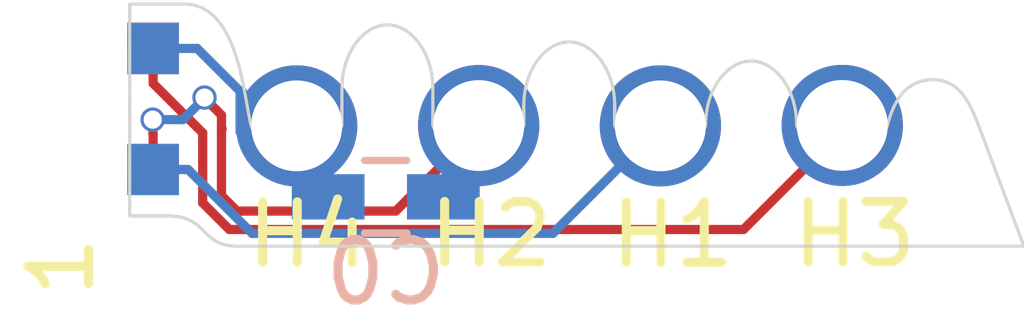
<source format=kicad_pcb>
(kicad_pcb (version 20171130) (host pcbnew "(5.0.1-3-g963ef8bb5)")
  (layers (0 F.Cu signal) (31 B.Cu signal) (34 B.Paste user hide) (35 F.Paste user hide) (36 B.SilkS user hide) (37 F.SilkS user hide) (38 B.Mask user hide) (39 F.Mask user hide) (44 Edge.Cuts user))
  (net 0 "")
  (net 1 "Net-(C0-Pad2)")
  (net 2 "Net-(C0-Pad1)")
  (net 3 "Net-(D0-Pad3)")
  (net 4 "Net-(D0-Pad1)")
  (module LEDs_custom:LED_SK6812MINI_PLCC4_3.5x3.5mm_P1.75mm_CUSTOM_D (layer F.Cu) (at 123.50242 75.7682 90)
    (fp_text reference D0 (at 0 -2.75 90) (layer F.SilkS))
    (fp_text value SK6812MINI)
    (fp_text user 1 (at -2.6 -1 90) (layer F.SilkS))
    (pad 2 smd rect (at -1 0.52 180) (size 0.85 0.85) (layers F.Cu F.Paste F.Mask) (net 1 "Net-(C0-Pad2)"))
    (pad 4 smd rect (at 1 0.52 180) (size 0.85 0.85) (layers B.Cu B.Paste B.Mask) (net 2 "Net-(C0-Pad1)"))
    (pad 3 smd rect (at 1 0.52 180) (size 0.85 0.85) (layers F.Cu F.Paste F.Mask) (net 3 "Net-(D0-Pad3)"))
    (pad 1 smd rect (at -1 0.52 180) (size 0.85 0.85) (layers B.Cu B.Paste B.Mask) (net 4 "Net-(D0-Pad1)"))
  )
  (module Connecetors_sewing:bee_pad (layer F.Cu) (at 129.39268 76.04252)
    (fp_text reference H2 (at 0.2 1.8) (layer F.SilkS))
    (fp_text value MountingHole_Pad)
    (pad 1 thru_hole circle (at 0 0) (size 2 2) (drill 1.5) (layers *.Cu *.Mask) (net 1 "Net-(C0-Pad2)"))
  )
  (module Connecetors_sewing:bee_pad (layer F.Cu) (at 135.39 76.04)
    (fp_text reference H3 (at 0.2 1.8) (layer F.SilkS))
    (fp_text value MountingHole_Pad)
    (pad 1 thru_hole circle (at 0 0) (size 2 2) (drill 1.5) (layers *.Cu *.Mask) (net 3 "Net-(D0-Pad3)"))
  )
  (module Capacitors_SMD:C_0603_HandSoldering (layer B.Cu) (at 127.86 77.22)
    (fp_text reference C0 (at 0 1.25) (layer B.SilkS) (effects (justify mirror)))
    (fp_text value CAP)
    (pad 2 smd rect (at 0.95 0) (size 1.2 0.75) (layers B.Cu B.Paste B.Mask) (net 1 "Net-(C0-Pad2)"))
    (pad 1 smd rect (at -0.95 0) (size 1.2 0.75) (layers B.Cu B.Paste B.Mask) (net 2 "Net-(C0-Pad1)"))
  )
  (module Connecetors_sewing:bee_pad (layer F.Cu) (at 126.3904 76.0476)
    (fp_text reference H4 (at 0.2 1.8) (layer F.SilkS))
    (fp_text value MountingHole_Pad)
    (pad 1 thru_hole circle (at 0 0) (size 2 2) (drill 1.5) (layers *.Cu *.Mask) (net 2 "Net-(C0-Pad1)"))
  )
  (module Connecetors_sewing:bee_pad (layer F.Cu) (at 132.38988 76.0476)
    (fp_text reference H1 (at 0.2 1.8) (layer F.SilkS))
    (fp_text value MountingHole_Pad)
    (pad 1 thru_hole circle (at 0 0) (size 2 2) (drill 1.5) (layers *.Cu *.Mask) (net 4 "Net-(D0-Pad1)"))
  )
  (gr_line (start 134.948961 76.327197) (end 134.959712 76.331405) (layer Edge.Cuts) (width 0.05))
  (gr_line (start 134.938245 76.322842) (end 134.948961 76.327197) (layer Edge.Cuts) (width 0.05))
  (gr_line (start 134.927574 76.318337) (end 134.938245 76.322842) (layer Edge.Cuts) (width 0.05))
  (gr_line (start 135.366411 76.40988) (end 135.37 76.41) (layer Edge.Cuts) (width 0.05))
  (gr_line (start 135.362496 76.409734) (end 135.366411 76.40988) (layer Edge.Cuts) (width 0.05))
  (gr_line (start 135.35826 76.409559) (end 135.362496 76.409734) (layer Edge.Cuts) (width 0.05))
  (gr_line (start 135.353713 76.409354) (end 135.35826 76.409559) (layer Edge.Cuts) (width 0.05))
  (gr_line (start 134.637396 76.017838) (end 134.637554 76.037316) (layer Edge.Cuts) (width 0.05))
  (gr_line (start 134.636999 75.998487) (end 134.637396 76.017838) (layer Edge.Cuts) (width 0.05))
  (gr_line (start 134.636364 75.979263) (end 134.636999 75.998487) (layer Edge.Cuts) (width 0.05))
  (gr_line (start 134.635495 75.960169) (end 134.636364 75.979263) (layer Edge.Cuts) (width 0.05))
  (gr_line (start 134.634394 75.941205) (end 134.635495 75.960169) (layer Edge.Cuts) (width 0.05))
  (gr_line (start 134.633063 75.922375) (end 134.634394 75.941205) (layer Edge.Cuts) (width 0.05))
  (gr_line (start 134.631505 75.903679) (end 134.633063 75.922375) (layer Edge.Cuts) (width 0.05))
  (gr_line (start 134.629724 75.885119) (end 134.631505 75.903679) (layer Edge.Cuts) (width 0.05))
  (gr_line (start 134.62772 75.866696) (end 134.629724 75.885119) (layer Edge.Cuts) (width 0.05))
  (gr_line (start 134.625496 75.848413) (end 134.62772 75.866696) (layer Edge.Cuts) (width 0.05))
  (gr_line (start 134.623056 75.830271) (end 134.625496 75.848413) (layer Edge.Cuts) (width 0.05))
  (gr_line (start 134.620402 75.812271) (end 134.623056 75.830271) (layer Edge.Cuts) (width 0.05))
  (gr_line (start 134.617535 75.794415) (end 134.620402 75.812271) (layer Edge.Cuts) (width 0.05))
  (gr_line (start 134.61446 75.776705) (end 134.617535 75.794415) (layer Edge.Cuts) (width 0.05))
  (gr_line (start 134.611177 75.759142) (end 134.61446 75.776705) (layer Edge.Cuts) (width 0.05))
  (gr_line (start 134.60769 75.741729) (end 134.611177 75.759142) (layer Edge.Cuts) (width 0.05))
  (gr_line (start 134.604002 75.724466) (end 134.60769 75.741729) (layer Edge.Cuts) (width 0.05))
  (gr_line (start 134.600114 75.707355) (end 134.604002 75.724466) (layer Edge.Cuts) (width 0.05))
  (gr_line (start 134.596029 75.690399) (end 134.600114 75.707355) (layer Edge.Cuts) (width 0.05))
  (gr_line (start 134.59175 75.673597) (end 134.596029 75.690399) (layer Edge.Cuts) (width 0.05))
  (gr_line (start 134.587279 75.656953) (end 134.59175 75.673597) (layer Edge.Cuts) (width 0.05))
  (gr_line (start 134.58262 75.640468) (end 134.587279 75.656953) (layer Edge.Cuts) (width 0.05))
  (gr_line (start 134.577773 75.624143) (end 134.58262 75.640468) (layer Edge.Cuts) (width 0.05))
  (gr_line (start 134.572742 75.607981) (end 134.577773 75.624143) (layer Edge.Cuts) (width 0.05))
  (gr_line (start 134.56753 75.591982) (end 134.572742 75.607981) (layer Edge.Cuts) (width 0.05))
  (gr_line (start 134.562138 75.576148) (end 134.56753 75.591982) (layer Edge.Cuts) (width 0.05))
  (gr_line (start 134.55657 75.560481) (end 134.562138 75.576148) (layer Edge.Cuts) (width 0.05))
  (gr_line (start 134.550827 75.544983) (end 134.55657 75.560481) (layer Edge.Cuts) (width 0.05))
  (gr_line (start 134.544913 75.529655) (end 134.550827 75.544983) (layer Edge.Cuts) (width 0.05))
  (gr_line (start 134.53883 75.514499) (end 134.544913 75.529655) (layer Edge.Cuts) (width 0.05))
  (gr_line (start 134.53258 75.499516) (end 134.53883 75.514499) (layer Edge.Cuts) (width 0.05))
  (gr_line (start 134.526166 75.484709) (end 134.53258 75.499516) (layer Edge.Cuts) (width 0.05))
  (gr_line (start 134.51959 75.470078) (end 134.526166 75.484709) (layer Edge.Cuts) (width 0.05))
  (gr_line (start 134.512856 75.455625) (end 134.51959 75.470078) (layer Edge.Cuts) (width 0.05))
  (gr_line (start 134.505965 75.441353) (end 134.512856 75.455625) (layer Edge.Cuts) (width 0.05))
  (gr_line (start 134.49892 75.427262) (end 134.505965 75.441353) (layer Edge.Cuts) (width 0.05))
  (gr_line (start 134.491723 75.413354) (end 134.49892 75.427262) (layer Edge.Cuts) (width 0.05))
  (gr_line (start 134.484377 75.399631) (end 134.491723 75.413354) (layer Edge.Cuts) (width 0.05))
  (gr_line (start 134.476885 75.386095) (end 134.484377 75.399631) (layer Edge.Cuts) (width 0.05))
  (gr_line (start 134.469249 75.372747) (end 134.476885 75.386095) (layer Edge.Cuts) (width 0.05))
  (gr_line (start 134.461471 75.359588) (end 134.469249 75.372747) (layer Edge.Cuts) (width 0.05))
  (gr_line (start 134.453555 75.346621) (end 134.461471 75.359588) (layer Edge.Cuts) (width 0.05))
  (gr_line (start 134.445502 75.333847) (end 134.453555 75.346621) (layer Edge.Cuts) (width 0.05))
  (gr_line (start 134.437315 75.321268) (end 134.445502 75.333847) (layer Edge.Cuts) (width 0.05))
  (gr_line (start 134.428997 75.308884) (end 134.437315 75.321268) (layer Edge.Cuts) (width 0.05))
  (gr_line (start 134.420549 75.296699) (end 134.428997 75.308884) (layer Edge.Cuts) (width 0.05))
  (gr_line (start 134.411976 75.284713) (end 134.420549 75.296699) (layer Edge.Cuts) (width 0.05))
  (gr_line (start 134.403279 75.272929) (end 134.411976 75.284713) (layer Edge.Cuts) (width 0.05))
  (gr_line (start 134.39446 75.261347) (end 134.403279 75.272929) (layer Edge.Cuts) (width 0.05))
  (gr_line (start 134.385522 75.24997) (end 134.39446 75.261347) (layer Edge.Cuts) (width 0.05))
  (gr_line (start 134.376468 75.238798) (end 134.385522 75.24997) (layer Edge.Cuts) (width 0.05))
  (gr_line (start 134.3673 75.227835) (end 134.376468 75.238798) (layer Edge.Cuts) (width 0.05))
  (gr_line (start 134.358021 75.21708) (end 134.3673 75.227835) (layer Edge.Cuts) (width 0.05))
  (gr_line (start 134.348634 75.206537) (end 134.358021 75.21708) (layer Edge.Cuts) (width 0.05))
  (gr_line (start 134.33914 75.196206) (end 134.348634 75.206537) (layer Edge.Cuts) (width 0.05))
  (gr_line (start 134.329542 75.186089) (end 134.33914 75.196206) (layer Edge.Cuts) (width 0.05))
  (gr_line (start 134.319843 75.176189) (end 134.329542 75.186089) (layer Edge.Cuts) (width 0.05))
  (gr_line (start 134.310045 75.166505) (end 134.319843 75.176189) (layer Edge.Cuts) (width 0.05))
  (gr_line (start 134.300151 75.157041) (end 134.310045 75.166505) (layer Edge.Cuts) (width 0.05))
  (gr_line (start 134.290163 75.147797) (end 134.300151 75.157041) (layer Edge.Cuts) (width 0.05))
  (gr_line (start 134.280084 75.138776) (end 134.290163 75.147797) (layer Edge.Cuts) (width 0.05))
  (gr_line (start 134.269917 75.129979) (end 134.280084 75.138776) (layer Edge.Cuts) (width 0.05))
  (gr_line (start 134.259663 75.121407) (end 134.269917 75.129979) (layer Edge.Cuts) (width 0.05))
  (gr_line (start 134.249326 75.113062) (end 134.259663 75.121407) (layer Edge.Cuts) (width 0.05))
  (gr_line (start 134.238907 75.104947) (end 134.249326 75.113062) (layer Edge.Cuts) (width 0.05))
  (gr_line (start 134.22841 75.097062) (end 134.238907 75.104947) (layer Edge.Cuts) (width 0.05))
  (gr_line (start 134.217837 75.089409) (end 134.22841 75.097062) (layer Edge.Cuts) (width 0.05))
  (gr_line (start 134.207191 75.081989) (end 134.217837 75.089409) (layer Edge.Cuts) (width 0.05))
  (gr_line (start 134.196473 75.074805) (end 134.207191 75.081989) (layer Edge.Cuts) (width 0.05))
  (gr_line (start 134.185686 75.067858) (end 134.196473 75.074805) (layer Edge.Cuts) (width 0.05))
  (gr_line (start 134.174834 75.06115) (end 134.185686 75.067858) (layer Edge.Cuts) (width 0.05))
  (gr_line (start 134.163918 75.054682) (end 134.174834 75.06115) (layer Edge.Cuts) (width 0.05))
  (gr_line (start 134.152941 75.048456) (end 134.163918 75.054682) (layer Edge.Cuts) (width 0.05))
  (gr_line (start 134.141906 75.042473) (end 134.152941 75.048456) (layer Edge.Cuts) (width 0.05))
  (gr_line (start 134.130814 75.036736) (end 134.141906 75.042473) (layer Edge.Cuts) (width 0.05))
  (gr_line (start 134.119669 75.031245) (end 134.130814 75.036736) (layer Edge.Cuts) (width 0.05))
  (gr_line (start 134.108474 75.026003) (end 134.119669 75.031245) (layer Edge.Cuts) (width 0.05))
  (gr_line (start 134.097229 75.02101) (end 134.108474 75.026003) (layer Edge.Cuts) (width 0.05))
  (gr_line (start 134.085939 75.01627) (end 134.097229 75.02101) (layer Edge.Cuts) (width 0.05))
  (gr_line (start 134.074606 75.011782) (end 134.085939 75.01627) (layer Edge.Cuts) (width 0.05))
  (gr_line (start 134.063231 75.00755) (end 134.074606 75.011782) (layer Edge.Cuts) (width 0.05))
  (gr_line (start 134.051818 75.003574) (end 134.063231 75.00755) (layer Edge.Cuts) (width 0.05))
  (gr_line (start 134.040369 74.999856) (end 134.051818 75.003574) (layer Edge.Cuts) (width 0.05))
  (gr_line (start 134.028887 74.996399) (end 134.040369 74.999856) (layer Edge.Cuts) (width 0.05))
  (gr_line (start 134.017374 74.993202) (end 134.028887 74.996399) (layer Edge.Cuts) (width 0.05))
  (gr_line (start 134.005833 74.990269) (end 134.017374 74.993202) (layer Edge.Cuts) (width 0.05))
  (gr_line (start 133.994266 74.9876) (end 134.005833 74.990269) (layer Edge.Cuts) (width 0.05))
  (gr_line (start 133.982676 74.985198) (end 133.994266 74.9876) (layer Edge.Cuts) (width 0.05))
  (gr_line (start 133.971064 74.983063) (end 133.982676 74.985198) (layer Edge.Cuts) (width 0.05))
  (gr_line (start 133.959435 74.981198) (end 133.971064 74.983063) (layer Edge.Cuts) (width 0.05))
  (gr_line (start 133.94779 74.979605) (end 133.959435 74.981198) (layer Edge.Cuts) (width 0.05))
  (gr_line (start 133.936131 74.978284) (end 133.94779 74.979605) (layer Edge.Cuts) (width 0.05))
  (gr_line (start 133.924462 74.977238) (end 133.936131 74.978284) (layer Edge.Cuts) (width 0.05))
  (gr_line (start 133.912785 74.976467) (end 133.924462 74.977238) (layer Edge.Cuts) (width 0.05))
  (gr_line (start 133.901101 74.975975) (end 133.912785 74.976467) (layer Edge.Cuts) (width 0.05))
  (gr_line (start 133.889415 74.975762) (end 133.901101 74.975975) (layer Edge.Cuts) (width 0.05))
  (gr_line (start 133.877728 74.97583) (end 133.889415 74.975762) (layer Edge.Cuts) (width 0.05))
  (gr_line (start 133.866043 74.976177) (end 133.877728 74.97583) (layer Edge.Cuts) (width 0.05))
  (gr_line (start 133.854362 74.976804) (end 133.866043 74.976177) (layer Edge.Cuts) (width 0.05))
  (gr_line (start 133.842689 74.977707) (end 133.854362 74.976804) (layer Edge.Cuts) (width 0.05))
  (gr_line (start 133.831024 74.978886) (end 133.842689 74.977707) (layer Edge.Cuts) (width 0.05))
  (gr_line (start 133.819372 74.980338) (end 133.831024 74.978886) (layer Edge.Cuts) (width 0.05))
  (gr_line (start 133.807734 74.982062) (end 133.819372 74.980338) (layer Edge.Cuts) (width 0.05))
  (gr_line (start 133.796113 74.984056) (end 133.807734 74.982062) (layer Edge.Cuts) (width 0.05))
  (gr_line (start 133.784512 74.98632) (end 133.796113 74.984056) (layer Edge.Cuts) (width 0.05))
  (gr_line (start 133.772932 74.98885) (end 133.784512 74.98632) (layer Edge.Cuts) (width 0.05))
  (gr_line (start 133.761378 74.991645) (end 133.772932 74.98885) (layer Edge.Cuts) (width 0.05))
  (gr_line (start 133.74985 74.994705) (end 133.761378 74.991645) (layer Edge.Cuts) (width 0.05))
  (gr_line (start 133.738352 74.998026) (end 133.74985 74.994705) (layer Edge.Cuts) (width 0.05))
  (gr_line (start 133.726886 75.001608) (end 133.738352 74.998026) (layer Edge.Cuts) (width 0.05))
  (gr_line (start 133.715455 75.005449) (end 133.726886 75.001608) (layer Edge.Cuts) (width 0.05))
  (gr_line (start 133.70406 75.009547) (end 133.715455 75.005449) (layer Edge.Cuts) (width 0.05))
  (gr_line (start 133.692706 75.013901) (end 133.70406 75.009547) (layer Edge.Cuts) (width 0.05))
  (gr_line (start 133.681394 75.018508) (end 133.692706 75.013901) (layer Edge.Cuts) (width 0.05))
  (gr_line (start 133.670127 75.023368) (end 133.681394 75.018508) (layer Edge.Cuts) (width 0.05))
  (gr_line (start 133.658906 75.028479) (end 133.670127 75.023368) (layer Edge.Cuts) (width 0.05))
  (gr_line (start 133.647736 75.033838) (end 133.658906 75.028479) (layer Edge.Cuts) (width 0.05))
  (gr_line (start 133.636618 75.039445) (end 133.647736 75.033838) (layer Edge.Cuts) (width 0.05))
  (gr_line (start 133.625555 75.045297) (end 133.636618 75.039445) (layer Edge.Cuts) (width 0.05))
  (gr_line (start 133.614549 75.051394) (end 133.625555 75.045297) (layer Edge.Cuts) (width 0.05))
  (gr_line (start 133.603603 75.057733) (end 133.614549 75.051394) (layer Edge.Cuts) (width 0.05))
  (gr_line (start 133.59272 75.064312) (end 133.603603 75.057733) (layer Edge.Cuts) (width 0.05))
  (gr_line (start 133.581901 75.071131) (end 133.59272 75.064312) (layer Edge.Cuts) (width 0.05))
  (gr_line (start 133.57115 75.078187) (end 133.581901 75.071131) (layer Edge.Cuts) (width 0.05))
  (gr_line (start 133.560469 75.08548) (end 133.57115 75.078187) (layer Edge.Cuts) (width 0.05))
  (gr_line (start 133.54986 75.093006) (end 133.560469 75.08548) (layer Edge.Cuts) (width 0.05))
  (gr_line (start 133.539326 75.100765) (end 133.54986 75.093006) (layer Edge.Cuts) (width 0.05))
  (gr_line (start 133.52887 75.108755) (end 133.539326 75.100765) (layer Edge.Cuts) (width 0.05))
  (gr_line (start 133.518494 75.116974) (end 133.52887 75.108755) (layer Edge.Cuts) (width 0.05))
  (gr_line (start 133.508201 75.12542) (end 133.518494 75.116974) (layer Edge.Cuts) (width 0.05))
  (gr_line (start 133.497992 75.134093) (end 133.508201 75.12542) (layer Edge.Cuts) (width 0.05))
  (gr_line (start 133.487871 75.14299) (end 133.497992 75.134093) (layer Edge.Cuts) (width 0.05))
  (gr_line (start 133.477841 75.15211) (end 133.487871 75.14299) (layer Edge.Cuts) (width 0.05))
  (gr_line (start 133.467903 75.161451) (end 133.477841 75.15211) (layer Edge.Cuts) (width 0.05))
  (gr_line (start 133.45806 75.171011) (end 133.467903 75.161451) (layer Edge.Cuts) (width 0.05))
  (gr_line (start 133.448315 75.180789) (end 133.45806 75.171011) (layer Edge.Cuts) (width 0.05))
  (gr_line (start 133.43867 75.190783) (end 133.448315 75.180789) (layer Edge.Cuts) (width 0.05))
  (gr_line (start 133.429128 75.200992) (end 133.43867 75.190783) (layer Edge.Cuts) (width 0.05))
  (gr_line (start 133.419692 75.211414) (end 133.429128 75.200992) (layer Edge.Cuts) (width 0.05))
  (gr_line (start 133.410363 75.222046) (end 133.419692 75.211414) (layer Edge.Cuts) (width 0.05))
  (gr_line (start 133.401144 75.232889) (end 133.410363 75.222046) (layer Edge.Cuts) (width 0.05))
  (gr_line (start 133.392039 75.243939) (end 133.401144 75.232889) (layer Edge.Cuts) (width 0.05))
  (gr_line (start 133.383048 75.255195) (end 133.392039 75.243939) (layer Edge.Cuts) (width 0.05))
  (gr_line (start 133.374176 75.266656) (end 133.383048 75.255195) (layer Edge.Cuts) (width 0.05))
  (gr_line (start 133.365424 75.278321) (end 133.374176 75.266656) (layer Edge.Cuts) (width 0.05))
  (gr_line (start 133.356795 75.290186) (end 133.365424 75.278321) (layer Edge.Cuts) (width 0.05))
  (gr_line (start 133.348291 75.302251) (end 133.356795 75.290186) (layer Edge.Cuts) (width 0.05))
  (gr_line (start 133.339916 75.314514) (end 133.348291 75.302251) (layer Edge.Cuts) (width 0.05))
  (gr_line (start 133.33167 75.326974) (end 133.339916 75.314514) (layer Edge.Cuts) (width 0.05))
  (gr_line (start 133.323558 75.339629) (end 133.33167 75.326974) (layer Edge.Cuts) (width 0.05))
  (gr_line (start 133.315582 75.352476) (end 133.323558 75.339629) (layer Edge.Cuts) (width 0.05))
  (gr_line (start 133.307743 75.365515) (end 133.315582 75.352476) (layer Edge.Cuts) (width 0.05))
  (gr_line (start 133.300046 75.378744) (end 133.307743 75.365515) (layer Edge.Cuts) (width 0.05))
  (gr_line (start 133.292491 75.392161) (end 133.300046 75.378744) (layer Edge.Cuts) (width 0.05))
  (gr_line (start 133.285082 75.405765) (end 133.292491 75.392161) (layer Edge.Cuts) (width 0.05))
  (gr_line (start 133.277821 75.419554) (end 133.285082 75.405765) (layer Edge.Cuts) (width 0.05))
  (gr_line (start 133.270711 75.433526) (end 133.277821 75.419554) (layer Edge.Cuts) (width 0.05))
  (gr_line (start 133.263754 75.447679) (end 133.270711 75.433526) (layer Edge.Cuts) (width 0.05))
  (gr_line (start 133.256952 75.462013) (end 133.263754 75.447679) (layer Edge.Cuts) (width 0.05))
  (gr_line (start 133.250309 75.476525) (end 133.256952 75.462013) (layer Edge.Cuts) (width 0.05))
  (gr_line (start 133.243827 75.491214) (end 133.250309 75.476525) (layer Edge.Cuts) (width 0.05))
  (gr_line (start 133.237508 75.506077) (end 133.243827 75.491214) (layer Edge.Cuts) (width 0.05))
  (gr_line (start 133.231355 75.521115) (end 133.237508 75.506077) (layer Edge.Cuts) (width 0.05))
  (gr_line (start 133.22537 75.536324) (end 133.231355 75.521115) (layer Edge.Cuts) (width 0.05))
  (gr_line (start 133.219557 75.551703) (end 133.22537 75.536324) (layer Edge.Cuts) (width 0.05))
  (gr_line (start 133.213916 75.56725) (end 133.219557 75.551703) (layer Edge.Cuts) (width 0.05))
  (gr_line (start 133.208451 75.582965) (end 133.213916 75.56725) (layer Edge.Cuts) (width 0.05))
  (gr_line (start 133.203165 75.598844) (end 133.208451 75.582965) (layer Edge.Cuts) (width 0.05))
  (gr_line (start 133.19806 75.614888) (end 133.203165 75.598844) (layer Edge.Cuts) (width 0.05))
  (gr_line (start 133.193138 75.631093) (end 133.19806 75.614888) (layer Edge.Cuts) (width 0.05))
  (gr_line (start 133.188403 75.647458) (end 133.193138 75.631093) (layer Edge.Cuts) (width 0.05))
  (gr_line (start 133.183856 75.663983) (end 133.188403 75.647458) (layer Edge.Cuts) (width 0.05))
  (gr_line (start 133.179499 75.680664) (end 133.183856 75.663983) (layer Edge.Cuts) (width 0.05))
  (gr_line (start 133.175337 75.6975) (end 133.179499 75.680664) (layer Edge.Cuts) (width 0.05))
  (gr_line (start 133.17137 75.71449) (end 133.175337 75.6975) (layer Edge.Cuts) (width 0.05))
  (gr_line (start 133.167603 75.731633) (end 133.17137 75.71449) (layer Edge.Cuts) (width 0.05))
  (gr_line (start 133.164036 75.748925) (end 133.167603 75.731633) (layer Edge.Cuts) (width 0.05))
  (gr_line (start 133.160673 75.766367) (end 133.164036 75.748925) (layer Edge.Cuts) (width 0.05))
  (gr_line (start 133.157516 75.783956) (end 133.160673 75.766367) (layer Edge.Cuts) (width 0.05))
  (gr_line (start 133.154568 75.80169) (end 133.157516 75.783956) (layer Edge.Cuts) (width 0.05))
  (gr_line (start 133.151831 75.819568) (end 133.154568 75.80169) (layer Edge.Cuts) (width 0.05))
  (gr_line (start 133.149308 75.837588) (end 133.151831 75.819568) (layer Edge.Cuts) (width 0.05))
  (gr_line (start 133.147001 75.855749) (end 133.149308 75.837588) (layer Edge.Cuts) (width 0.05))
  (gr_line (start 133.144913 75.874049) (end 133.147001 75.855749) (layer Edge.Cuts) (width 0.05))
  (gr_line (start 133.143046 75.892486) (end 133.144913 75.874049) (layer Edge.Cuts) (width 0.05))
  (gr_line (start 133.141403 75.911059) (end 133.143046 75.892486) (layer Edge.Cuts) (width 0.05))
  (gr_line (start 133.139986 75.929765) (end 133.141403 75.911059) (layer Edge.Cuts) (width 0.05))
  (gr_line (start 133.138799 75.948605) (end 133.139986 75.929765) (layer Edge.Cuts) (width 0.05))
  (gr_line (start 133.137842 75.967574) (end 133.138799 75.948605) (layer Edge.Cuts) (width 0.05))
  (gr_line (start 133.13712 75.986673) (end 133.137842 75.967574) (layer Edge.Cuts) (width 0.05))
  (gr_line (start 133.136634 76.0059) (end 133.13712 75.986673) (layer Edge.Cuts) (width 0.05))
  (gr_line (start 133.136387 76.025252) (end 133.136634 76.0059) (layer Edge.Cuts) (width 0.05))
  (gr_line (start 133.134443 76.040934) (end 133.136387 76.025252) (layer Edge.Cuts) (width 0.05))
  (gr_line (start 133.130238 76.052385) (end 133.134443 76.040934) (layer Edge.Cuts) (width 0.05))
  (gr_line (start 133.12572 76.063596) (end 133.130238 76.052385) (layer Edge.Cuts) (width 0.05))
  (gr_line (start 133.120897 76.07457) (end 133.12572 76.063596) (layer Edge.Cuts) (width 0.05))
  (gr_line (start 133.115777 76.085311) (end 133.120897 76.07457) (layer Edge.Cuts) (width 0.05))
  (gr_line (start 133.110366 76.095819) (end 133.115777 76.085311) (layer Edge.Cuts) (width 0.05))
  (gr_line (start 133.104673 76.106099) (end 133.110366 76.095819) (layer Edge.Cuts) (width 0.05))
  (gr_line (start 133.098705 76.116153) (end 133.104673 76.106099) (layer Edge.Cuts) (width 0.05))
  (gr_line (start 133.09247 76.125982) (end 133.098705 76.116153) (layer Edge.Cuts) (width 0.05))
  (gr_line (start 133.085975 76.13559) (end 133.09247 76.125982) (layer Edge.Cuts) (width 0.05))
  (gr_line (start 133.079228 76.14498) (end 133.085975 76.13559) (layer Edge.Cuts) (width 0.05))
  (gr_line (start 133.072236 76.154152) (end 133.079228 76.14498) (layer Edge.Cuts) (width 0.05))
  (gr_line (start 133.065007 76.163111) (end 133.072236 76.154152) (layer Edge.Cuts) (width 0.05))
  (gr_line (start 133.057549 76.171859) (end 133.065007 76.163111) (layer Edge.Cuts) (width 0.05))
  (gr_line (start 133.049869 76.180397) (end 133.057549 76.171859) (layer Edge.Cuts) (width 0.05))
  (gr_line (start 133.041975 76.18873) (end 133.049869 76.180397) (layer Edge.Cuts) (width 0.05))
  (gr_line (start 133.033874 76.196859) (end 133.041975 76.18873) (layer Edge.Cuts) (width 0.05))
  (gr_line (start 133.025573 76.204786) (end 133.033874 76.196859) (layer Edge.Cuts) (width 0.05))
  (gr_line (start 133.017082 76.212515) (end 133.025573 76.204786) (layer Edge.Cuts) (width 0.05))
  (gr_line (start 133.008406 76.220047) (end 133.017082 76.212515) (layer Edge.Cuts) (width 0.05))
  (gr_line (start 132.999553 76.227386) (end 133.008406 76.220047) (layer Edge.Cuts) (width 0.05))
  (gr_line (start 132.990532 76.234534) (end 132.999553 76.227386) (layer Edge.Cuts) (width 0.05))
  (gr_line (start 132.98135 76.241493) (end 132.990532 76.234534) (layer Edge.Cuts) (width 0.05))
  (gr_line (start 132.972013 76.248266) (end 132.98135 76.241493) (layer Edge.Cuts) (width 0.05))
  (gr_line (start 132.962531 76.254855) (end 132.972013 76.248266) (layer Edge.Cuts) (width 0.05))
  (gr_line (start 132.95291 76.261263) (end 132.962531 76.254855) (layer Edge.Cuts) (width 0.05))
  (gr_line (start 132.943158 76.267493) (end 132.95291 76.261263) (layer Edge.Cuts) (width 0.05))
  (gr_line (start 132.933282 76.273547) (end 132.943158 76.267493) (layer Edge.Cuts) (width 0.05))
  (gr_line (start 132.923291 76.279427) (end 132.933282 76.273547) (layer Edge.Cuts) (width 0.05))
  (gr_line (start 132.913191 76.285136) (end 132.923291 76.279427) (layer Edge.Cuts) (width 0.05))
  (gr_line (start 132.902991 76.290677) (end 132.913191 76.285136) (layer Edge.Cuts) (width 0.05))
  (gr_line (start 132.892697 76.296051) (end 132.902991 76.290677) (layer Edge.Cuts) (width 0.05))
  (gr_line (start 132.882318 76.301263) (end 132.892697 76.296051) (layer Edge.Cuts) (width 0.05))
  (gr_line (start 132.87186 76.306313) (end 132.882318 76.301263) (layer Edge.Cuts) (width 0.05))
  (gr_line (start 132.861333 76.311205) (end 132.87186 76.306313) (layer Edge.Cuts) (width 0.05))
  (gr_line (start 132.850742 76.315942) (end 132.861333 76.311205) (layer Edge.Cuts) (width 0.05))
  (gr_line (start 132.840096 76.320525) (end 132.850742 76.315942) (layer Edge.Cuts) (width 0.05))
  (gr_line (start 132.829402 76.324957) (end 132.840096 76.320525) (layer Edge.Cuts) (width 0.05))
  (gr_line (start 132.818668 76.329241) (end 132.829402 76.324957) (layer Edge.Cuts) (width 0.05))
  (gr_line (start 132.807902 76.333379) (end 132.818668 76.329241) (layer Edge.Cuts) (width 0.05))
  (gr_line (start 132.79711 76.337374) (end 132.807902 76.333379) (layer Edge.Cuts) (width 0.05))
  (gr_line (start 132.786301 76.341228) (end 132.79711 76.337374) (layer Edge.Cuts) (width 0.05))
  (gr_line (start 132.775482 76.344944) (end 132.786301 76.341228) (layer Edge.Cuts) (width 0.05))
  (gr_line (start 132.764661 76.348525) (end 132.775482 76.344944) (layer Edge.Cuts) (width 0.05))
  (gr_line (start 132.753844 76.351972) (end 132.764661 76.348525) (layer Edge.Cuts) (width 0.05))
  (gr_line (start 132.743041 76.355288) (end 132.753844 76.351972) (layer Edge.Cuts) (width 0.05))
  (gr_line (start 132.732258 76.358477) (end 132.743041 76.355288) (layer Edge.Cuts) (width 0.05))
  (gr_line (start 132.721503 76.36154) (end 132.732258 76.358477) (layer Edge.Cuts) (width 0.05))
  (gr_line (start 132.710784 76.36448) (end 132.721503 76.36154) (layer Edge.Cuts) (width 0.05))
  (gr_line (start 132.700107 76.367299) (end 132.710784 76.36448) (layer Edge.Cuts) (width 0.05))
  (gr_line (start 132.689482 76.370001) (end 132.700107 76.367299) (layer Edge.Cuts) (width 0.05))
  (gr_line (start 132.678914 76.372586) (end 132.689482 76.370001) (layer Edge.Cuts) (width 0.05))
  (gr_line (start 132.668413 76.375059) (end 132.678914 76.372586) (layer Edge.Cuts) (width 0.05))
  (gr_line (start 132.657984 76.377422) (end 132.668413 76.375059) (layer Edge.Cuts) (width 0.05))
  (gr_line (start 132.647637 76.379676) (end 132.657984 76.377422) (layer Edge.Cuts) (width 0.05))
  (gr_line (start 132.637378 76.381826) (end 132.647637 76.379676) (layer Edge.Cuts) (width 0.05))
  (gr_line (start 132.627215 76.383872) (end 132.637378 76.381826) (layer Edge.Cuts) (width 0.05))
  (gr_line (start 132.617156 76.385818) (end 132.627215 76.383872) (layer Edge.Cuts) (width 0.05))
  (gr_line (start 132.607208 76.387666) (end 132.617156 76.385818) (layer Edge.Cuts) (width 0.05))
  (gr_line (start 132.597379 76.389419) (end 132.607208 76.387666) (layer Edge.Cuts) (width 0.05))
  (gr_line (start 132.587676 76.391079) (end 132.597379 76.389419) (layer Edge.Cuts) (width 0.05))
  (gr_line (start 132.578107 76.392649) (end 132.587676 76.391079) (layer Edge.Cuts) (width 0.05))
  (gr_line (start 132.56868 76.394131) (end 132.578107 76.392649) (layer Edge.Cuts) (width 0.05))
  (gr_line (start 132.559402 76.395528) (end 132.56868 76.394131) (layer Edge.Cuts) (width 0.05))
  (gr_line (start 132.55028 76.396842) (end 132.559402 76.395528) (layer Edge.Cuts) (width 0.05))
  (gr_line (start 132.541323 76.398076) (end 132.55028 76.396842) (layer Edge.Cuts) (width 0.05))
  (gr_line (start 132.532537 76.399233) (end 132.541323 76.398076) (layer Edge.Cuts) (width 0.05))
  (gr_line (start 132.523931 76.400314) (end 132.532537 76.399233) (layer Edge.Cuts) (width 0.05))
  (gr_line (start 132.515512 76.401323) (end 132.523931 76.400314) (layer Edge.Cuts) (width 0.05))
  (gr_line (start 132.507287 76.402261) (end 132.515512 76.401323) (layer Edge.Cuts) (width 0.05))
  (gr_line (start 132.499264 76.403132) (end 132.507287 76.402261) (layer Edge.Cuts) (width 0.05))
  (gr_line (start 132.491451 76.403938) (end 132.499264 76.403132) (layer Edge.Cuts) (width 0.05))
  (gr_line (start 132.483855 76.404682) (end 132.491451 76.403938) (layer Edge.Cuts) (width 0.05))
  (gr_line (start 132.476484 76.405365) (end 132.483855 76.404682) (layer Edge.Cuts) (width 0.05))
  (gr_line (start 132.469345 76.405992) (end 132.476484 76.405365) (layer Edge.Cuts) (width 0.05))
  (gr_line (start 132.462446 76.406563) (end 132.469345 76.405992) (layer Edge.Cuts) (width 0.05))
  (gr_line (start 132.455795 76.407081) (end 132.462446 76.406563) (layer Edge.Cuts) (width 0.05))
  (gr_line (start 132.449398 76.40755) (end 132.455795 76.407081) (layer Edge.Cuts) (width 0.05))
  (gr_line (start 132.443265 76.407972) (end 132.449398 76.40755) (layer Edge.Cuts) (width 0.05))
  (gr_line (start 132.437401 76.408348) (end 132.443265 76.407972) (layer Edge.Cuts) (width 0.05))
  (gr_line (start 132.431815 76.408683) (end 132.437401 76.408348) (layer Edge.Cuts) (width 0.05))
  (gr_line (start 132.426515 76.408977) (end 132.431815 76.408683) (layer Edge.Cuts) (width 0.05))
  (gr_line (start 132.421508 76.409234) (end 132.426515 76.408977) (layer Edge.Cuts) (width 0.05))
  (gr_line (start 132.416801 76.409457) (end 132.421508 76.409234) (layer Edge.Cuts) (width 0.05))
  (gr_line (start 132.412402 76.409647) (end 132.416801 76.409457) (layer Edge.Cuts) (width 0.05))
  (gr_line (start 132.408318 76.409808) (end 132.412402 76.409647) (layer Edge.Cuts) (width 0.05))
  (gr_line (start 132.404558 76.409941) (end 132.408318 76.409808) (layer Edge.Cuts) (width 0.05))
  (gr_line (start 132.401129 76.41005) (end 132.404558 76.409941) (layer Edge.Cuts) (width 0.05))
  (gr_line (start 132.398038 76.410136) (end 132.401129 76.41005) (layer Edge.Cuts) (width 0.05))
  (gr_line (start 132.395293 76.410203) (end 132.398038 76.410136) (layer Edge.Cuts) (width 0.05))
  (gr_line (start 132.392901 76.410253) (end 132.395293 76.410203) (layer Edge.Cuts) (width 0.05))
  (gr_line (start 132.39087 76.410288) (end 132.392901 76.410253) (layer Edge.Cuts) (width 0.05))
  (gr_line (start 132.389208 76.410311) (end 132.39087 76.410288) (layer Edge.Cuts) (width 0.05))
  (gr_line (start 132.387923 76.410325) (end 132.389208 76.410311) (layer Edge.Cuts) (width 0.05))
  (gr_line (start 132.38702 76.410332) (end 132.387923 76.410325) (layer Edge.Cuts) (width 0.05))
  (gr_line (start 132.38651 76.410334) (end 132.38702 76.410332) (layer Edge.Cuts) (width 0.05))
  (gr_line (start 132.386378 76.410334) (end 132.38651 76.410334) (layer Edge.Cuts) (width 0.05))
  (gr_line (start 132.386088 76.410333) (end 132.386378 76.410334) (layer Edge.Cuts) (width 0.05))
  (gr_line (start 132.385403 76.410329) (end 132.386088 76.410333) (layer Edge.Cuts) (width 0.05))
  (gr_line (start 132.384329 76.41032) (end 132.385403 76.410329) (layer Edge.Cuts) (width 0.05))
  (gr_line (start 132.382876 76.410302) (end 132.384329 76.41032) (layer Edge.Cuts) (width 0.05))
  (gr_line (start 132.381049 76.410274) (end 132.382876 76.410302) (layer Edge.Cuts) (width 0.05))
  (gr_line (start 132.378858 76.410233) (end 132.381049 76.410274) (layer Edge.Cuts) (width 0.05))
  (gr_line (start 132.376309 76.410176) (end 132.378858 76.410233) (layer Edge.Cuts) (width 0.05))
  (gr_line (start 132.37341 76.4101) (end 132.376309 76.410176) (layer Edge.Cuts) (width 0.05))
  (gr_line (start 132.370168 76.410004) (end 132.37341 76.4101) (layer Edge.Cuts) (width 0.05))
  (gr_line (start 132.366592 76.409885) (end 132.370168 76.410004) (layer Edge.Cuts) (width 0.05))
  (gr_line (start 132.362688 76.40974) (end 132.366592 76.409885) (layer Edge.Cuts) (width 0.05))
  (gr_line (start 132.358465 76.409566) (end 132.362688 76.40974) (layer Edge.Cuts) (width 0.05))
  (gr_line (start 132.353929 76.409362) (end 132.358465 76.409566) (layer Edge.Cuts) (width 0.05))
  (gr_line (start 132.349089 76.409125) (end 132.353929 76.409362) (layer Edge.Cuts) (width 0.05))
  (gr_line (start 132.343952 76.408851) (end 132.349089 76.409125) (layer Edge.Cuts) (width 0.05))
  (gr_line (start 132.338525 76.408539) (end 132.343952 76.408851) (layer Edge.Cuts) (width 0.05))
  (gr_line (start 132.332816 76.408186) (end 132.338525 76.408539) (layer Edge.Cuts) (width 0.05))
  (gr_line (start 132.326833 76.40779) (end 132.332816 76.408186) (layer Edge.Cuts) (width 0.05))
  (gr_line (start 132.320583 76.407348) (end 132.326833 76.40779) (layer Edge.Cuts) (width 0.05))
  (gr_line (start 132.314074 76.406857) (end 132.320583 76.407348) (layer Edge.Cuts) (width 0.05))
  (gr_line (start 132.307313 76.406315) (end 132.314074 76.406857) (layer Edge.Cuts) (width 0.05))
  (gr_line (start 132.300308 76.40572) (end 132.307313 76.406315) (layer Edge.Cuts) (width 0.05))
  (gr_line (start 132.293067 76.405069) (end 132.300308 76.40572) (layer Edge.Cuts) (width 0.05))
  (gr_line (start 132.285596 76.404359) (end 132.293067 76.405069) (layer Edge.Cuts) (width 0.05))
  (gr_line (start 132.277904 76.403588) (end 132.285596 76.404359) (layer Edge.Cuts) (width 0.05))
  (gr_line (start 132.269999 76.402753) (end 132.277904 76.403588) (layer Edge.Cuts) (width 0.05))
  (gr_line (start 132.261887 76.401853) (end 132.269999 76.402753) (layer Edge.Cuts) (width 0.05))
  (gr_line (start 132.253576 76.400883) (end 132.261887 76.401853) (layer Edge.Cuts) (width 0.05))
  (gr_line (start 132.245075 76.399842) (end 132.253576 76.400883) (layer Edge.Cuts) (width 0.05))
  (gr_line (start 132.23639 76.398728) (end 132.245075 76.399842) (layer Edge.Cuts) (width 0.05))
  (gr_line (start 132.227528 76.397537) (end 132.23639 76.398728) (layer Edge.Cuts) (width 0.05))
  (gr_line (start 132.218499 76.396268) (end 132.227528 76.397537) (layer Edge.Cuts) (width 0.05))
  (gr_line (start 132.209308 76.394917) (end 132.218499 76.396268) (layer Edge.Cuts) (width 0.05))
  (gr_line (start 132.199965 76.393483) (end 132.209308 76.394917) (layer Edge.Cuts) (width 0.05))
  (gr_line (start 132.190475 76.391962) (end 132.199965 76.393483) (layer Edge.Cuts) (width 0.05))
  (gr_line (start 132.180847 76.390353) (end 132.190475 76.391962) (layer Edge.Cuts) (width 0.05))
  (gr_line (start 132.171089 76.388652) (end 132.180847 76.390353) (layer Edge.Cuts) (width 0.05))
  (gr_line (start 132.161208 76.386857) (end 132.171089 76.388652) (layer Edge.Cuts) (width 0.05))
  (gr_line (start 132.151211 76.384965) (end 132.161208 76.386857) (layer Edge.Cuts) (width 0.05))
  (gr_line (start 132.141106 76.382975) (end 132.151211 76.384965) (layer Edge.Cuts) (width 0.05))
  (gr_line (start 132.130902 76.380883) (end 132.141106 76.382975) (layer Edge.Cuts) (width 0.05))
  (gr_line (start 132.120604 76.378688) (end 132.130902 76.380883) (layer Edge.Cuts) (width 0.05))
  (gr_line (start 132.110221 76.376385) (end 132.120604 76.378688) (layer Edge.Cuts) (width 0.05))
  (gr_line (start 132.09976 76.373974) (end 132.110221 76.376385) (layer Edge.Cuts) (width 0.05))
  (gr_line (start 132.08923 76.371451) (end 132.09976 76.373974) (layer Edge.Cuts) (width 0.05))
  (gr_line (start 132.078637 76.368814) (end 132.08923 76.371451) (layer Edge.Cuts) (width 0.05))
  (gr_line (start 132.067989 76.366061) (end 132.078637 76.368814) (layer Edge.Cuts) (width 0.05))
  (gr_line (start 132.057294 76.363188) (end 132.067989 76.366061) (layer Edge.Cuts) (width 0.05))
  (gr_line (start 132.046558 76.360194) (end 132.057294 76.363188) (layer Edge.Cuts) (width 0.05))
  (gr_line (start 132.035791 76.357075) (end 132.046558 76.360194) (layer Edge.Cuts) (width 0.05))
  (gr_line (start 132.024999 76.35383) (end 132.035791 76.357075) (layer Edge.Cuts) (width 0.05))
  (gr_line (start 132.01419 76.350456) (end 132.024999 76.35383) (layer Edge.Cuts) (width 0.05))
  (gr_line (start 132.003371 76.34695) (end 132.01419 76.350456) (layer Edge.Cuts) (width 0.05))
  (gr_line (start 131.992551 76.343309) (end 132.003371 76.34695) (layer Edge.Cuts) (width 0.05))
  (gr_line (start 131.981736 76.339532) (end 131.992551 76.343309) (layer Edge.Cuts) (width 0.05))
  (gr_line (start 131.970934 76.335616) (end 131.981736 76.339532) (layer Edge.Cuts) (width 0.05))
  (gr_line (start 131.960153 76.331558) (end 131.970934 76.335616) (layer Edge.Cuts) (width 0.05))
  (gr_line (start 131.9494 76.327355) (end 131.960153 76.331558) (layer Edge.Cuts) (width 0.05))
  (gr_line (start 131.938684 76.323006) (end 131.9494 76.327355) (layer Edge.Cuts) (width 0.05))
  (gr_line (start 131.92801 76.318507) (end 131.938684 76.323006) (layer Edge.Cuts) (width 0.05))
  (gr_line (start 131.917388 76.313856) (end 131.92801 76.318507) (layer Edge.Cuts) (width 0.05))
  (gr_line (start 131.906824 76.309051) (end 131.917388 76.313856) (layer Edge.Cuts) (width 0.05))
  (gr_line (start 131.896326 76.304088) (end 131.906824 76.309051) (layer Edge.Cuts) (width 0.05))
  (gr_line (start 131.885902 76.298967) (end 131.896326 76.304088) (layer Edge.Cuts) (width 0.05))
  (gr_line (start 131.87556 76.293683) (end 131.885902 76.298967) (layer Edge.Cuts) (width 0.05))
  (gr_line (start 131.865306 76.288235) (end 131.87556 76.293683) (layer Edge.Cuts) (width 0.05))
  (gr_line (start 131.855148 76.282619) (end 131.865306 76.288235) (layer Edge.Cuts) (width 0.05))
  (gr_line (start 131.845095 76.276835) (end 131.855148 76.282619) (layer Edge.Cuts) (width 0.05))
  (gr_line (start 131.835153 76.270878) (end 131.845095 76.276835) (layer Edge.Cuts) (width 0.05))
  (gr_line (start 131.82533 76.264746) (end 131.835153 76.270878) (layer Edge.Cuts) (width 0.05))
  (gr_line (start 131.815634 76.258437) (end 131.82533 76.264746) (layer Edge.Cuts) (width 0.05))
  (gr_line (start 131.806072 76.251949) (end 131.815634 76.258437) (layer Edge.Cuts) (width 0.05))
  (gr_line (start 131.796652 76.245278) (end 131.806072 76.251949) (layer Edge.Cuts) (width 0.05))
  (gr_line (start 131.787382 76.238423) (end 131.796652 76.245278) (layer Edge.Cuts) (width 0.05))
  (gr_line (start 131.778268 76.23138) (end 131.787382 76.238423) (layer Edge.Cuts) (width 0.05))
  (gr_line (start 131.769319 76.224148) (end 131.778268 76.23138) (layer Edge.Cuts) (width 0.05))
  (gr_line (start 131.760542 76.216723) (end 131.769319 76.224148) (layer Edge.Cuts) (width 0.05))
  (gr_line (start 131.751944 76.209104) (end 131.760542 76.216723) (layer Edge.Cuts) (width 0.05))
  (gr_line (start 131.743534 76.201287) (end 131.751944 76.209104) (layer Edge.Cuts) (width 0.05))
  (gr_line (start 131.735318 76.193271) (end 131.743534 76.201287) (layer Edge.Cuts) (width 0.05))
  (gr_line (start 131.727305 76.185052) (end 131.735318 76.193271) (layer Edge.Cuts) (width 0.05))
  (gr_line (start 131.719502 76.176628) (end 131.727305 76.185052) (layer Edge.Cuts) (width 0.05))
  (gr_line (start 131.711916 76.167997) (end 131.719502 76.176628) (layer Edge.Cuts) (width 0.05))
  (gr_line (start 131.704556 76.159156) (end 131.711916 76.167997) (layer Edge.Cuts) (width 0.05))
  (gr_line (start 131.697428 76.150102) (end 131.704556 76.159156) (layer Edge.Cuts) (width 0.05))
  (gr_line (start 131.69054 76.140833) (end 131.697428 76.150102) (layer Edge.Cuts) (width 0.05))
  (gr_line (start 131.6839 76.131347) (end 131.69054 76.140833) (layer Edge.Cuts) (width 0.05))
  (gr_line (start 131.677515 76.121641) (end 131.6839 76.131347) (layer Edge.Cuts) (width 0.05))
  (gr_line (start 131.671393 76.111712) (end 131.677515 76.121641) (layer Edge.Cuts) (width 0.05))
  (gr_line (start 131.665541 76.101559) (end 131.671393 76.111712) (layer Edge.Cuts) (width 0.05))
  (gr_line (start 131.659968 76.091177) (end 131.665541 76.101559) (layer Edge.Cuts) (width 0.05))
  (gr_line (start 131.65468 76.080566) (end 131.659968 76.091177) (layer Edge.Cuts) (width 0.05))
  (gr_line (start 131.649685 76.069722) (end 131.65468 76.080566) (layer Edge.Cuts) (width 0.05))
  (gr_line (start 131.644991 76.058642) (end 131.649685 76.069722) (layer Edge.Cuts) (width 0.05))
  (gr_line (start 131.640605 76.047325) (end 131.644991 76.058642) (layer Edge.Cuts) (width 0.05))
  (gr_line (start 131.636535 76.035768) (end 131.640605 76.047325) (layer Edge.Cuts) (width 0.05))
  (gr_line (start 131.636391 76.034969) (end 131.636535 76.035768) (layer Edge.Cuts) (width 0.05))
  (gr_line (start 131.636394 76.033856) (end 131.636391 76.034969) (layer Edge.Cuts) (width 0.05))
  (gr_line (start 131.636397 76.032064) (end 131.636394 76.033856) (layer Edge.Cuts) (width 0.05))
  (gr_line (start 131.636402 76.02966) (end 131.636397 76.032064) (layer Edge.Cuts) (width 0.05))
  (gr_line (start 131.636408 76.026712) (end 131.636402 76.02966) (layer Edge.Cuts) (width 0.05))
  (gr_line (start 131.636415 76.023286) (end 131.636408 76.026712) (layer Edge.Cuts) (width 0.05))
  (gr_line (start 131.636423 76.019451) (end 131.636415 76.023286) (layer Edge.Cuts) (width 0.05))
  (gr_line (start 131.636432 76.015274) (end 131.636423 76.019451) (layer Edge.Cuts) (width 0.05))
  (gr_line (start 131.636441 76.010823) (end 131.636432 76.015274) (layer Edge.Cuts) (width 0.05))
  (gr_line (start 131.63645 76.006164) (end 131.636441 76.010823) (layer Edge.Cuts) (width 0.05))
  (gr_line (start 131.63646 76.001366) (end 131.63645 76.006164) (layer Edge.Cuts) (width 0.05))
  (gr_line (start 131.63647 75.996495) (end 131.63646 76.001366) (layer Edge.Cuts) (width 0.05))
  (gr_line (start 131.63648 75.99162) (end 131.63647 75.996495) (layer Edge.Cuts) (width 0.05))
  (gr_line (start 131.63649 75.986808) (end 131.63648 75.99162) (layer Edge.Cuts) (width 0.05))
  (gr_line (start 131.636499 75.982126) (end 131.63649 75.986808) (layer Edge.Cuts) (width 0.05))
  (gr_line (start 131.636508 75.977641) (end 131.636499 75.982126) (layer Edge.Cuts) (width 0.05))
  (gr_line (start 131.636517 75.973422) (end 131.636508 75.977641) (layer Edge.Cuts) (width 0.05))
  (gr_line (start 131.636525 75.969536) (end 131.636517 75.973422) (layer Edge.Cuts) (width 0.05))
  (gr_line (start 131.636532 75.966049) (end 131.636525 75.969536) (layer Edge.Cuts) (width 0.05))
  (gr_line (start 131.636538 75.96303) (end 131.636532 75.966049) (layer Edge.Cuts) (width 0.05))
  (gr_line (start 131.636543 75.960547) (end 131.636538 75.96303) (layer Edge.Cuts) (width 0.05))
  (gr_line (start 131.636547 75.958666) (end 131.636543 75.960547) (layer Edge.Cuts) (width 0.05))
  (gr_line (start 131.63655 75.957455) (end 131.636547 75.958666) (layer Edge.Cuts) (width 0.05))
  (gr_line (start 131.63655 75.956981) (end 131.63655 75.957455) (layer Edge.Cuts) (width 0.05))
  (gr_line (start 131.636551 75.956657) (end 131.63655 75.956981) (layer Edge.Cuts) (width 0.05))
  (gr_line (start 131.636553 75.955591) (end 131.636551 75.956657) (layer Edge.Cuts) (width 0.05))
  (gr_line (start 131.636557 75.953841) (end 131.636553 75.955591) (layer Edge.Cuts) (width 0.05))
  (gr_line (start 131.636562 75.951475) (end 131.636557 75.953841) (layer Edge.Cuts) (width 0.05))
  (gr_line (start 131.636568 75.948559) (end 131.636562 75.951475) (layer Edge.Cuts) (width 0.05))
  (gr_line (start 131.636575 75.945163) (end 131.636568 75.948559) (layer Edge.Cuts) (width 0.05))
  (gr_line (start 131.636582 75.941352) (end 131.636575 75.945163) (layer Edge.Cuts) (width 0.05))
  (gr_line (start 131.636591 75.937195) (end 131.636582 75.941352) (layer Edge.Cuts) (width 0.05))
  (gr_line (start 131.6366 75.93276) (end 131.636591 75.937195) (layer Edge.Cuts) (width 0.05))
  (gr_line (start 131.636609 75.928112) (end 131.6366 75.93276) (layer Edge.Cuts) (width 0.05))
  (gr_line (start 131.636619 75.923321) (end 131.636609 75.928112) (layer Edge.Cuts) (width 0.05))
  (gr_line (start 131.636629 75.918453) (end 131.636619 75.923321) (layer Edge.Cuts) (width 0.05))
  (gr_line (start 131.636639 75.913576) (end 131.636629 75.918453) (layer Edge.Cuts) (width 0.05))
  (gr_line (start 131.636649 75.908758) (end 131.636639 75.913576) (layer Edge.Cuts) (width 0.05))
  (gr_line (start 131.636658 75.904065) (end 131.636649 75.908758) (layer Edge.Cuts) (width 0.05))
  (gr_line (start 131.636668 75.899566) (end 131.636658 75.904065) (layer Edge.Cuts) (width 0.05))
  (gr_line (start 131.636676 75.895327) (end 131.636668 75.899566) (layer Edge.Cuts) (width 0.05))
  (gr_line (start 131.636684 75.891417) (end 131.636676 75.895327) (layer Edge.Cuts) (width 0.05))
  (gr_line (start 131.636691 75.887903) (end 131.636684 75.891417) (layer Edge.Cuts) (width 0.05))
  (gr_line (start 131.636698 75.884852) (end 131.636691 75.887903) (layer Edge.Cuts) (width 0.05))
  (gr_line (start 131.636703 75.882331) (end 131.636698 75.884852) (layer Edge.Cuts) (width 0.05))
  (gr_line (start 131.636707 75.880409) (end 131.636703 75.882331) (layer Edge.Cuts) (width 0.05))
  (gr_line (start 131.636709 75.879153) (end 131.636707 75.880409) (layer Edge.Cuts) (width 0.05))
  (gr_line (start 131.63671 75.878629) (end 131.636709 75.879153) (layer Edge.Cuts) (width 0.05))
  (gr_line (start 131.636711 75.878343) (end 131.63671 75.878629) (layer Edge.Cuts) (width 0.05))
  (gr_line (start 131.636713 75.877323) (end 131.636711 75.878343) (layer Edge.Cuts) (width 0.05))
  (gr_line (start 131.636716 75.875615) (end 131.636713 75.877323) (layer Edge.Cuts) (width 0.05))
  (gr_line (start 131.636721 75.873287) (end 131.636716 75.875615) (layer Edge.Cuts) (width 0.05))
  (gr_line (start 131.636727 75.870405) (end 131.636721 75.873287) (layer Edge.Cuts) (width 0.05))
  (gr_line (start 131.636734 75.867038) (end 131.636727 75.870405) (layer Edge.Cuts) (width 0.05))
  (gr_line (start 131.636742 75.863252) (end 131.636734 75.867038) (layer Edge.Cuts) (width 0.05))
  (gr_line (start 131.63675 75.859115) (end 131.636742 75.863252) (layer Edge.Cuts) (width 0.05))
  (gr_line (start 131.636759 75.854696) (end 131.63675 75.859115) (layer Edge.Cuts) (width 0.05))
  (gr_line (start 131.636769 75.85006) (end 131.636759 75.854696) (layer Edge.Cuts) (width 0.05))
  (gr_line (start 131.636778 75.845276) (end 131.636769 75.85006) (layer Edge.Cuts) (width 0.05))
  (gr_line (start 131.636788 75.840411) (end 131.636778 75.845276) (layer Edge.Cuts) (width 0.05))
  (gr_line (start 131.636798 75.835533) (end 131.636788 75.840411) (layer Edge.Cuts) (width 0.05))
  (gr_line (start 131.636808 75.830708) (end 131.636798 75.835533) (layer Edge.Cuts) (width 0.05))
  (gr_line (start 131.636818 75.826005) (end 131.636808 75.830708) (layer Edge.Cuts) (width 0.05))
  (gr_line (start 131.636827 75.821492) (end 131.636818 75.826005) (layer Edge.Cuts) (width 0.05))
  (gr_line (start 131.636836 75.817234) (end 131.636827 75.821492) (layer Edge.Cuts) (width 0.05))
  (gr_line (start 131.636844 75.813301) (end 131.636836 75.817234) (layer Edge.Cuts) (width 0.05))
  (gr_line (start 131.636851 75.809759) (end 131.636844 75.813301) (layer Edge.Cuts) (width 0.05))
  (gr_line (start 131.636857 75.806676) (end 131.636851 75.809759) (layer Edge.Cuts) (width 0.05))
  (gr_line (start 131.636862 75.804119) (end 131.636857 75.806676) (layer Edge.Cuts) (width 0.05))
  (gr_line (start 131.636866 75.802156) (end 131.636862 75.804119) (layer Edge.Cuts) (width 0.05))
  (gr_line (start 131.636869 75.800854) (end 131.636866 75.802156) (layer Edge.Cuts) (width 0.05))
  (gr_line (start 131.63687 75.800281) (end 131.636869 75.800854) (layer Edge.Cuts) (width 0.05))
  (gr_line (start 131.636871 75.800025) (end 131.63687 75.800281) (layer Edge.Cuts) (width 0.05))
  (gr_line (start 131.636873 75.799052) (end 131.636871 75.800025) (layer Edge.Cuts) (width 0.05))
  (gr_line (start 131.636876 75.797387) (end 131.636873 75.799052) (layer Edge.Cuts) (width 0.05))
  (gr_line (start 131.636881 75.795096) (end 131.636876 75.797387) (layer Edge.Cuts) (width 0.05))
  (gr_line (start 131.636887 75.792249) (end 131.636881 75.795096) (layer Edge.Cuts) (width 0.05))
  (gr_line (start 131.636893 75.788911) (end 131.636887 75.792249) (layer Edge.Cuts) (width 0.05))
  (gr_line (start 131.636901 75.78515) (end 131.636893 75.788911) (layer Edge.Cuts) (width 0.05))
  (gr_line (start 131.636909 75.781034) (end 131.636901 75.78515) (layer Edge.Cuts) (width 0.05))
  (gr_line (start 131.636918 75.776631) (end 131.636909 75.781034) (layer Edge.Cuts) (width 0.05))
  (gr_line (start 131.636928 75.772007) (end 131.636918 75.776631) (layer Edge.Cuts) (width 0.05))
  (gr_line (start 131.636938 75.76723) (end 131.636928 75.772007) (layer Edge.Cuts) (width 0.05))
  (gr_line (start 131.636948 75.762369) (end 131.636938 75.76723) (layer Edge.Cuts) (width 0.05))
  (gr_line (start 131.636957 75.757489) (end 131.636948 75.762369) (layer Edge.Cuts) (width 0.05))
  (gr_line (start 131.636967 75.752659) (end 131.636957 75.757489) (layer Edge.Cuts) (width 0.05))
  (gr_line (start 131.636977 75.747947) (end 131.636967 75.752659) (layer Edge.Cuts) (width 0.05))
  (gr_line (start 131.636986 75.743418) (end 131.636977 75.747947) (layer Edge.Cuts) (width 0.05))
  (gr_line (start 131.636995 75.739142) (end 131.636986 75.743418) (layer Edge.Cuts) (width 0.05))
  (gr_line (start 131.637003 75.735186) (end 131.636995 75.739142) (layer Edge.Cuts) (width 0.05))
  (gr_line (start 131.63701 75.731616) (end 131.637003 75.735186) (layer Edge.Cuts) (width 0.05))
  (gr_line (start 131.637017 75.728502) (end 131.63701 75.731616) (layer Edge.Cuts) (width 0.05))
  (gr_line (start 131.637022 75.725909) (end 131.637017 75.728502) (layer Edge.Cuts) (width 0.05))
  (gr_line (start 131.637026 75.723905) (end 131.637022 75.725909) (layer Edge.Cuts) (width 0.05))
  (gr_line (start 131.637029 75.722558) (end 131.637026 75.723905) (layer Edge.Cuts) (width 0.05))
  (gr_line (start 131.63703 75.721936) (end 131.637029 75.722558) (layer Edge.Cuts) (width 0.05))
  (gr_line (start 131.636944 75.708181) (end 131.63703 75.721936) (layer Edge.Cuts) (width 0.05))
  (gr_line (start 131.636617 75.688792) (end 131.636944 75.708181) (layer Edge.Cuts) (width 0.05))
  (gr_line (start 131.636052 75.66953) (end 131.636617 75.688792) (layer Edge.Cuts) (width 0.05))
  (gr_line (start 131.635252 75.650397) (end 131.636052 75.66953) (layer Edge.Cuts) (width 0.05))
  (gr_line (start 131.63422 75.631395) (end 131.635252 75.650397) (layer Edge.Cuts) (width 0.05))
  (gr_line (start 131.632957 75.612525) (end 131.63422 75.631395) (layer Edge.Cuts) (width 0.05))
  (gr_line (start 131.631466 75.593789) (end 131.632957 75.612525) (layer Edge.Cuts) (width 0.05))
  (gr_line (start 131.62975 75.575188) (end 131.631466 75.593789) (layer Edge.Cuts) (width 0.05))
  (gr_line (start 131.627812 75.556725) (end 131.62975 75.575188) (layer Edge.Cuts) (width 0.05))
  (gr_line (start 131.625654 75.5384) (end 131.627812 75.556725) (layer Edge.Cuts) (width 0.05))
  (gr_line (start 131.623277 75.520216) (end 131.625654 75.5384) (layer Edge.Cuts) (width 0.05))
  (gr_line (start 131.620686 75.502173) (end 131.623277 75.520216) (layer Edge.Cuts) (width 0.05))
  (gr_line (start 131.617882 75.484275) (end 131.620686 75.502173) (layer Edge.Cuts) (width 0.05))
  (gr_line (start 131.614868 75.466521) (end 131.617882 75.484275) (layer Edge.Cuts) (width 0.05))
  (gr_line (start 131.611647 75.448915) (end 131.614868 75.466521) (layer Edge.Cuts) (width 0.05))
  (gr_line (start 131.60822 75.431457) (end 131.611647 75.448915) (layer Edge.Cuts) (width 0.05))
  (gr_line (start 131.604591 75.414149) (end 131.60822 75.431457) (layer Edge.Cuts) (width 0.05))
  (gr_line (start 131.600762 75.396994) (end 131.604591 75.414149) (layer Edge.Cuts) (width 0.05))
  (gr_line (start 131.596735 75.379991) (end 131.600762 75.396994) (layer Edge.Cuts) (width 0.05))
  (gr_line (start 131.592514 75.363144) (end 131.596735 75.379991) (layer Edge.Cuts) (width 0.05))
  (gr_line (start 131.5881 75.346453) (end 131.592514 75.363144) (layer Edge.Cuts) (width 0.05))
  (gr_line (start 131.583496 75.32992) (end 131.5881 75.346453) (layer Edge.Cuts) (width 0.05))
  (gr_line (start 131.578704 75.313548) (end 131.583496 75.32992) (layer Edge.Cuts) (width 0.05))
  (gr_line (start 131.573727 75.297337) (end 131.578704 75.313548) (layer Edge.Cuts) (width 0.05))
  (gr_line (start 131.568568 75.281289) (end 131.573727 75.297337) (layer Edge.Cuts) (width 0.05))
  (gr_line (start 131.56323 75.265407) (end 131.568568 75.281289) (layer Edge.Cuts) (width 0.05))
  (gr_line (start 131.557713 75.24969) (end 131.56323 75.265407) (layer Edge.Cuts) (width 0.05))
  (gr_line (start 131.552022 75.234142) (end 131.557713 75.24969) (layer Edge.Cuts) (width 0.05))
  (gr_line (start 131.546159 75.218763) (end 131.552022 75.234142) (layer Edge.Cuts) (width 0.05))
  (gr_line (start 131.540125 75.203556) (end 131.546159 75.218763) (layer Edge.Cuts) (width 0.05))
  (gr_line (start 131.533925 75.188522) (end 131.540125 75.203556) (layer Edge.Cuts) (width 0.05))
  (gr_line (start 131.527559 75.173662) (end 131.533925 75.188522) (layer Edge.Cuts) (width 0.05))
  (gr_line (start 131.521031 75.158979) (end 131.527559 75.173662) (layer Edge.Cuts) (width 0.05))
  (gr_line (start 131.514343 75.144473) (end 131.521031 75.158979) (layer Edge.Cuts) (width 0.05))
  (gr_line (start 131.507498 75.130147) (end 131.514343 75.144473) (layer Edge.Cuts) (width 0.05))
  (gr_line (start 131.500499 75.116002) (end 131.507498 75.130147) (layer Edge.Cuts) (width 0.05))
  (gr_line (start 131.493347 75.10204) (end 131.500499 75.116002) (layer Edge.Cuts) (width 0.05))
  (gr_line (start 131.486045 75.088262) (end 131.493347 75.10204) (layer Edge.Cuts) (width 0.05))
  (gr_line (start 131.478596 75.07467) (end 131.486045 75.088262) (layer Edge.Cuts) (width 0.05))
  (gr_line (start 131.471002 75.061266) (end 131.478596 75.07467) (layer Edge.Cuts) (width 0.05))
  (gr_line (start 131.463266 75.048051) (end 131.471002 75.061266) (layer Edge.Cuts) (width 0.05))
  (gr_line (start 131.45539 75.035027) (end 131.463266 75.048051) (layer Edge.Cuts) (width 0.05))
  (gr_line (start 131.447378 75.022196) (end 131.45539 75.035027) (layer Edge.Cuts) (width 0.05))
  (gr_line (start 131.43923 75.009559) (end 131.447378 75.022196) (layer Edge.Cuts) (width 0.05))
  (gr_line (start 131.430951 74.997117) (end 131.43923 75.009559) (layer Edge.Cuts) (width 0.05))
  (gr_line (start 131.422541 74.984873) (end 131.430951 74.997117) (layer Edge.Cuts) (width 0.05))
  (gr_line (start 131.414005 74.972828) (end 131.422541 74.984873) (layer Edge.Cuts) (width 0.05))
  (gr_line (start 131.405344 74.960984) (end 131.414005 74.972828) (layer Edge.Cuts) (width 0.05))
  (gr_line (start 131.396561 74.949342) (end 131.405344 74.960984) (layer Edge.Cuts) (width 0.05))
  (gr_line (start 131.387658 74.937904) (end 131.396561 74.949342) (layer Edge.Cuts) (width 0.05))
  (gr_line (start 131.378639 74.926671) (end 131.387658 74.937904) (layer Edge.Cuts) (width 0.05))
  (gr_line (start 131.369504 74.915646) (end 131.378639 74.926671) (layer Edge.Cuts) (width 0.05))
  (gr_line (start 131.360258 74.904829) (end 131.369504 74.915646) (layer Edge.Cuts) (width 0.05))
  (gr_line (start 131.350902 74.894223) (end 131.360258 74.904829) (layer Edge.Cuts) (width 0.05))
  (gr_line (start 131.341439 74.883829) (end 131.350902 74.894223) (layer Edge.Cuts) (width 0.05))
  (gr_line (start 131.331872 74.873649) (end 131.341439 74.883829) (layer Edge.Cuts) (width 0.05))
  (gr_line (start 131.322203 74.863684) (end 131.331872 74.873649) (layer Edge.Cuts) (width 0.05))
  (gr_line (start 131.312434 74.853936) (end 131.322203 74.863684) (layer Edge.Cuts) (width 0.05))
  (gr_line (start 131.302568 74.844406) (end 131.312434 74.853936) (layer Edge.Cuts) (width 0.05))
  (gr_line (start 131.292608 74.835097) (end 131.302568 74.844406) (layer Edge.Cuts) (width 0.05))
  (gr_line (start 131.282556 74.82601) (end 131.292608 74.835097) (layer Edge.Cuts) (width 0.05))
  (gr_line (start 131.272414 74.817146) (end 131.282556 74.82601) (layer Edge.Cuts) (width 0.05))
  (gr_line (start 131.262186 74.808507) (end 131.272414 74.817146) (layer Edge.Cuts) (width 0.05))
  (gr_line (start 131.251873 74.800095) (end 131.262186 74.808507) (layer Edge.Cuts) (width 0.05))
  (gr_line (start 131.241478 74.791912) (end 131.251873 74.800095) (layer Edge.Cuts) (width 0.05))
  (gr_line (start 131.231004 74.783958) (end 131.241478 74.791912) (layer Edge.Cuts) (width 0.05))
  (gr_line (start 131.220453 74.776236) (end 131.231004 74.783958) (layer Edge.Cuts) (width 0.05))
  (gr_line (start 131.209828 74.768747) (end 131.220453 74.776236) (layer Edge.Cuts) (width 0.05))
  (gr_line (start 131.199131 74.761494) (end 131.209828 74.768747) (layer Edge.Cuts) (width 0.05))
  (gr_line (start 131.188365 74.754476) (end 131.199131 74.761494) (layer Edge.Cuts) (width 0.05))
  (gr_line (start 131.177532 74.747697) (end 131.188365 74.754476) (layer Edge.Cuts) (width 0.05))
  (gr_line (start 131.166635 74.741158) (end 131.177532 74.747697) (layer Edge.Cuts) (width 0.05))
  (gr_line (start 131.155675 74.73486) (end 131.166635 74.741158) (layer Edge.Cuts) (width 0.05))
  (gr_line (start 131.144657 74.728805) (end 131.155675 74.73486) (layer Edge.Cuts) (width 0.05))
  (gr_line (start 131.133582 74.722994) (end 131.144657 74.728805) (layer Edge.Cuts) (width 0.05))
  (gr_line (start 131.122453 74.71743) (end 131.133582 74.722994) (layer Edge.Cuts) (width 0.05))
  (gr_line (start 131.111272 74.712114) (end 131.122453 74.71743) (layer Edge.Cuts) (width 0.05))
  (gr_line (start 131.100042 74.707048) (end 131.111272 74.712114) (layer Edge.Cuts) (width 0.05))
  (gr_line (start 131.088765 74.702232) (end 131.100042 74.707048) (layer Edge.Cuts) (width 0.05))
  (gr_line (start 131.077444 74.69767) (end 131.088765 74.702232) (layer Edge.Cuts) (width 0.05))
  (gr_line (start 131.066081 74.693362) (end 131.077444 74.69767) (layer Edge.Cuts) (width 0.05))
  (gr_line (start 131.054679 74.68931) (end 131.066081 74.693362) (layer Edge.Cuts) (width 0.05))
  (gr_line (start 131.043241 74.685515) (end 131.054679 74.68931) (layer Edge.Cuts) (width 0.05))
  (gr_line (start 131.031768 74.68198) (end 131.043241 74.685515) (layer Edge.Cuts) (width 0.05))
  (gr_line (start 131.020264 74.678706) (end 131.031768 74.68198) (layer Edge.Cuts) (width 0.05))
  (gr_line (start 131.008731 74.675695) (end 131.020264 74.678706) (layer Edge.Cuts) (width 0.05))
  (gr_line (start 130.997171 74.672947) (end 131.008731 74.675695) (layer Edge.Cuts) (width 0.05))
  (gr_line (start 130.985588 74.670466) (end 130.997171 74.672947) (layer Edge.Cuts) (width 0.05))
  (gr_line (start 130.973982 74.668252) (end 130.985588 74.670466) (layer Edge.Cuts) (width 0.05))
  (gr_line (start 130.962358 74.666307) (end 130.973982 74.668252) (layer Edge.Cuts) (width 0.05))
  (gr_line (start 130.950717 74.664633) (end 130.962358 74.666307) (layer Edge.Cuts) (width 0.05))
  (gr_line (start 130.939062 74.663231) (end 130.950717 74.664633) (layer Edge.Cuts) (width 0.05))
  (gr_line (start 130.927396 74.662103) (end 130.939062 74.663231) (layer Edge.Cuts) (width 0.05))
  (gr_line (start 130.915721 74.661251) (end 130.927396 74.662103) (layer Edge.Cuts) (width 0.05))
  (gr_line (start 130.904039 74.660676) (end 130.915721 74.661251) (layer Edge.Cuts) (width 0.05))
  (gr_line (start 130.892354 74.66038) (end 130.904039 74.660676) (layer Edge.Cuts) (width 0.05))
  (gr_line (start 130.880667 74.660365) (end 130.892354 74.66038) (layer Edge.Cuts) (width 0.05))
  (gr_line (start 130.868981 74.66063) (end 130.880667 74.660365) (layer Edge.Cuts) (width 0.05))
  (gr_line (start 130.857298 74.661174) (end 130.868981 74.66063) (layer Edge.Cuts) (width 0.05))
  (gr_line (start 130.845622 74.661995) (end 130.857298 74.661174) (layer Edge.Cuts) (width 0.05))
  (gr_line (start 130.833955 74.663092) (end 130.845622 74.661995) (layer Edge.Cuts) (width 0.05))
  (gr_line (start 130.822299 74.664463) (end 130.833955 74.663092) (layer Edge.Cuts) (width 0.05))
  (gr_line (start 130.810656 74.666107) (end 130.822299 74.664463) (layer Edge.Cuts) (width 0.05))
  (gr_line (start 130.79903 74.668022) (end 130.810656 74.666107) (layer Edge.Cuts) (width 0.05))
  (gr_line (start 130.787423 74.670205) (end 130.79903 74.668022) (layer Edge.Cuts) (width 0.05))
  (gr_line (start 130.775836 74.672657) (end 130.787423 74.670205) (layer Edge.Cuts) (width 0.05))
  (gr_line (start 130.764274 74.675374) (end 130.775836 74.672657) (layer Edge.Cuts) (width 0.05))
  (gr_line (start 130.752738 74.678355) (end 130.764274 74.675374) (layer Edge.Cuts) (width 0.05))
  (gr_line (start 130.741231 74.681599) (end 130.752738 74.678355) (layer Edge.Cuts) (width 0.05))
  (gr_line (start 130.729755 74.685104) (end 130.741231 74.681599) (layer Edge.Cuts) (width 0.05))
  (gr_line (start 130.718314 74.688869) (end 130.729755 74.685104) (layer Edge.Cuts) (width 0.05))
  (gr_line (start 130.706908 74.692891) (end 130.718314 74.688869) (layer Edge.Cuts) (width 0.05))
  (gr_line (start 130.695542 74.697169) (end 130.706908 74.692891) (layer Edge.Cuts) (width 0.05))
  (gr_line (start 130.684217 74.701701) (end 130.695542 74.697169) (layer Edge.Cuts) (width 0.05))
  (gr_line (start 130.672936 74.706486) (end 130.684217 74.701701) (layer Edge.Cuts) (width 0.05))
  (gr_line (start 130.661701 74.711523) (end 130.672936 74.706486) (layer Edge.Cuts) (width 0.05))
  (gr_line (start 130.650516 74.716808) (end 130.661701 74.711523) (layer Edge.Cuts) (width 0.05))
  (gr_line (start 130.639382 74.722342) (end 130.650516 74.716808) (layer Edge.Cuts) (width 0.05))
  (gr_line (start 130.628303 74.728122) (end 130.639382 74.722342) (layer Edge.Cuts) (width 0.05))
  (gr_line (start 130.61728 74.734146) (end 130.628303 74.728122) (layer Edge.Cuts) (width 0.05))
  (gr_line (start 130.606316 74.740414) (end 130.61728 74.734146) (layer Edge.Cuts) (width 0.05))
  (gr_line (start 130.595413 74.746922) (end 130.606316 74.740414) (layer Edge.Cuts) (width 0.05))
  (gr_line (start 130.584575 74.75367) (end 130.595413 74.746922) (layer Edge.Cuts) (width 0.05))
  (gr_line (start 130.573804 74.760656) (end 130.584575 74.75367) (layer Edge.Cuts) (width 0.05))
  (gr_line (start 130.563102 74.767879) (end 130.573804 74.760656) (layer Edge.Cuts) (width 0.05))
  (gr_line (start 130.552471 74.775336) (end 130.563102 74.767879) (layer Edge.Cuts) (width 0.05))
  (gr_line (start 130.541915 74.783026) (end 130.552471 74.775336) (layer Edge.Cuts) (width 0.05))
  (gr_line (start 130.531436 74.790948) (end 130.541915 74.783026) (layer Edge.Cuts) (width 0.05))
  (gr_line (start 130.521036 74.799099) (end 130.531436 74.790948) (layer Edge.Cuts) (width 0.05))
  (gr_line (start 130.510717 74.807478) (end 130.521036 74.799099) (layer Edge.Cuts) (width 0.05))
  (gr_line (start 130.500484 74.816084) (end 130.510717 74.807478) (layer Edge.Cuts) (width 0.05))
  (gr_line (start 130.490337 74.824915) (end 130.500484 74.816084) (layer Edge.Cuts) (width 0.05))
  (gr_line (start 130.480279 74.833969) (end 130.490337 74.824915) (layer Edge.Cuts) (width 0.05))
  (gr_line (start 130.470313 74.843245) (end 130.480279 74.833969) (layer Edge.Cuts) (width 0.05))
  (gr_line (start 130.460442 74.85274) (end 130.470313 74.843245) (layer Edge.Cuts) (width 0.05))
  (gr_line (start 130.450668 74.862454) (end 130.460442 74.85274) (layer Edge.Cuts) (width 0.05))
  (gr_line (start 130.440993 74.872384) (end 130.450668 74.862454) (layer Edge.Cuts) (width 0.05))
  (gr_line (start 130.431421 74.882529) (end 130.440993 74.872384) (layer Edge.Cuts) (width 0.05))
  (gr_line (start 130.421952 74.892888) (end 130.431421 74.882529) (layer Edge.Cuts) (width 0.05))
  (gr_line (start 130.412591 74.903458) (end 130.421952 74.892888) (layer Edge.Cuts) (width 0.05))
  (gr_line (start 130.40334 74.914239) (end 130.412591 74.903458) (layer Edge.Cuts) (width 0.05))
  (gr_line (start 130.3942 74.925227) (end 130.40334 74.914239) (layer Edge.Cuts) (width 0.05))
  (gr_line (start 130.385176 74.936423) (end 130.3942 74.925227) (layer Edge.Cuts) (width 0.05))
  (gr_line (start 130.376268 74.947824) (end 130.385176 74.936423) (layer Edge.Cuts) (width 0.05))
  (gr_line (start 130.36748 74.959428) (end 130.376268 74.947824) (layer Edge.Cuts) (width 0.05))
  (gr_line (start 130.358814 74.971234) (end 130.36748 74.959428) (layer Edge.Cuts) (width 0.05))
  (gr_line (start 130.350273 74.98324) (end 130.358814 74.971234) (layer Edge.Cuts) (width 0.05))
  (gr_line (start 130.341859 74.995445) (end 130.350273 74.98324) (layer Edge.Cuts) (width 0.05))
  (gr_line (start 130.333575 75.007846) (end 130.341859 74.995445) (layer Edge.Cuts) (width 0.05))
  (gr_line (start 130.325424 75.020443) (end 130.333575 75.007846) (layer Edge.Cuts) (width 0.05))
  (gr_line (start 130.317407 75.033234) (end 130.325424 75.020443) (layer Edge.Cuts) (width 0.05))
  (gr_line (start 130.309527 75.046216) (end 130.317407 75.033234) (layer Edge.Cuts) (width 0.05))
  (gr_line (start 130.301787 75.059389) (end 130.309527 75.046216) (layer Edge.Cuts) (width 0.05))
  (gr_line (start 130.29419 75.072751) (end 130.301787 75.059389) (layer Edge.Cuts) (width 0.05))
  (gr_line (start 130.286737 75.086299) (end 130.29419 75.072751) (layer Edge.Cuts) (width 0.05))
  (gr_line (start 130.279432 75.100033) (end 130.286737 75.086299) (layer Edge.Cuts) (width 0.05))
  (gr_line (start 130.272277 75.113951) (end 130.279432 75.100033) (layer Edge.Cuts) (width 0.05))
  (gr_line (start 130.265275 75.128051) (end 130.272277 75.113951) (layer Edge.Cuts) (width 0.05))
  (gr_line (start 130.258427 75.142332) (end 130.265275 75.128051) (layer Edge.Cuts) (width 0.05))
  (gr_line (start 130.251737 75.156791) (end 130.258427 75.142332) (layer Edge.Cuts) (width 0.05))
  (gr_line (start 130.245207 75.171427) (end 130.251737 75.156791) (layer Edge.Cuts) (width 0.05))
  (gr_line (start 130.238839 75.18624) (end 130.245207 75.171427) (layer Edge.Cuts) (width 0.05))
  (gr_line (start 130.232637 75.201225) (end 130.238839 75.18624) (layer Edge.Cuts) (width 0.05))
  (gr_line (start 130.226602 75.216384) (end 130.232637 75.201225) (layer Edge.Cuts) (width 0.05))
  (gr_line (start 130.220737 75.231713) (end 130.226602 75.216384) (layer Edge.Cuts) (width 0.05))
  (gr_line (start 130.215045 75.24721) (end 130.220737 75.231713) (layer Edge.Cuts) (width 0.05))
  (gr_line (start 130.209528 75.262876) (end 130.215045 75.24721) (layer Edge.Cuts) (width 0.05))
  (gr_line (start 130.204189 75.278707) (end 130.209528 75.262876) (layer Edge.Cuts) (width 0.05))
  (gr_line (start 130.199029 75.294702) (end 130.204189 75.278707) (layer Edge.Cuts) (width 0.05))
  (gr_line (start 130.194053 75.310859) (end 130.199029 75.294702) (layer Edge.Cuts) (width 0.05))
  (gr_line (start 130.189262 75.327177) (end 130.194053 75.310859) (layer Edge.Cuts) (width 0.05))
  (gr_line (start 130.184659 75.343654) (end 130.189262 75.327177) (layer Edge.Cuts) (width 0.05))
  (gr_line (start 130.180246 75.360289) (end 130.184659 75.343654) (layer Edge.Cuts) (width 0.05))
  (gr_line (start 130.176026 75.37708) (end 130.180246 75.360289) (layer Edge.Cuts) (width 0.05))
  (gr_line (start 130.172001 75.394025) (end 130.176026 75.37708) (layer Edge.Cuts) (width 0.05))
  (gr_line (start 130.168174 75.411122) (end 130.172001 75.394025) (layer Edge.Cuts) (width 0.05))
  (gr_line (start 130.164547 75.42837) (end 130.168174 75.411122) (layer Edge.Cuts) (width 0.05))
  (gr_line (start 130.161124 75.445768) (end 130.164547 75.42837) (layer Edge.Cuts) (width 0.05))
  (gr_line (start 130.157905 75.463313) (end 130.161124 75.445768) (layer Edge.Cuts) (width 0.05))
  (gr_line (start 130.154895 75.481005) (end 130.157905 75.463313) (layer Edge.Cuts) (width 0.05))
  (gr_line (start 130.152095 75.49884) (end 130.154895 75.481005) (layer Edge.Cuts) (width 0.05))
  (gr_line (start 130.149509 75.516818) (end 130.152095 75.49884) (layer Edge.Cuts) (width 0.05))
  (gr_line (start 130.147137 75.534938) (end 130.149509 75.516818) (layer Edge.Cuts) (width 0.05))
  (gr_line (start 130.144984 75.553197) (end 130.147137 75.534938) (layer Edge.Cuts) (width 0.05))
  (gr_line (start 130.143052 75.571593) (end 130.144984 75.553197) (layer Edge.Cuts) (width 0.05))
  (gr_line (start 130.141342 75.590126) (end 130.143052 75.571593) (layer Edge.Cuts) (width 0.05))
  (gr_line (start 130.139858 75.608793) (end 130.141342 75.590126) (layer Edge.Cuts) (width 0.05))
  (gr_line (start 130.138602 75.627593) (end 130.139858 75.608793) (layer Edge.Cuts) (width 0.05))
  (gr_line (start 130.137577 75.646525) (end 130.138602 75.627593) (layer Edge.Cuts) (width 0.05))
  (gr_line (start 130.136785 75.665585) (end 130.137577 75.646525) (layer Edge.Cuts) (width 0.05))
  (gr_line (start 130.136229 75.684774) (end 130.136785 75.665585) (layer Edge.Cuts) (width 0.05))
  (gr_line (start 130.135911 75.704089) (end 130.136229 75.684774) (layer Edge.Cuts) (width 0.05))
  (gr_line (start 130.13583 75.719934) (end 130.135911 75.704089) (layer Edge.Cuts) (width 0.05))
  (gr_line (start 130.135831 75.720475) (end 130.13583 75.719934) (layer Edge.Cuts) (width 0.05))
  (gr_line (start 130.135833 75.721752) (end 130.135831 75.720475) (layer Edge.Cuts) (width 0.05))
  (gr_line (start 130.135837 75.723698) (end 130.135833 75.721752) (layer Edge.Cuts) (width 0.05))
  (gr_line (start 130.135842 75.726245) (end 130.135837 75.723698) (layer Edge.Cuts) (width 0.05))
  (gr_line (start 130.135848 75.729325) (end 130.135842 75.726245) (layer Edge.Cuts) (width 0.05))
  (gr_line (start 130.135854 75.732869) (end 130.135848 75.729325) (layer Edge.Cuts) (width 0.05))
  (gr_line (start 130.135862 75.736811) (end 130.135854 75.732869) (layer Edge.Cuts) (width 0.05))
  (gr_line (start 130.13587 75.741082) (end 130.135862 75.736811) (layer Edge.Cuts) (width 0.05))
  (gr_line (start 130.135878 75.745614) (end 130.13587 75.741082) (layer Edge.Cuts) (width 0.05))
  (gr_line (start 130.135887 75.750339) (end 130.135878 75.745614) (layer Edge.Cuts) (width 0.05))
  (gr_line (start 130.135897 75.755189) (end 130.135887 75.750339) (layer Edge.Cuts) (width 0.05))
  (gr_line (start 130.135906 75.760098) (end 130.135897 75.755189) (layer Edge.Cuts) (width 0.05))
  (gr_line (start 130.135915 75.764995) (end 130.135906 75.760098) (layer Edge.Cuts) (width 0.05))
  (gr_line (start 130.135924 75.769815) (end 130.135915 75.764995) (layer Edge.Cuts) (width 0.05))
  (gr_line (start 130.135933 75.774488) (end 130.135924 75.769815) (layer Edge.Cuts) (width 0.05))
  (gr_line (start 130.135942 75.778948) (end 130.135933 75.774488) (layer Edge.Cuts) (width 0.05))
  (gr_line (start 130.135949 75.783125) (end 130.135942 75.778948) (layer Edge.Cuts) (width 0.05))
  (gr_line (start 130.135957 75.786952) (end 130.135949 75.783125) (layer Edge.Cuts) (width 0.05))
  (gr_line (start 130.135963 75.790362) (end 130.135957 75.786952) (layer Edge.Cuts) (width 0.05))
  (gr_line (start 130.135969 75.793286) (end 130.135963 75.790362) (layer Edge.Cuts) (width 0.05))
  (gr_line (start 130.135973 75.795657) (end 130.135969 75.793286) (layer Edge.Cuts) (width 0.05))
  (gr_line (start 130.135977 75.797406) (end 130.135973 75.795657) (layer Edge.Cuts) (width 0.05))
  (gr_line (start 130.135979 75.798465) (end 130.135977 75.797406) (layer Edge.Cuts) (width 0.05))
  (gr_line (start 130.135979 75.79878) (end 130.135979 75.798465) (layer Edge.Cuts) (width 0.05))
  (gr_line (start 130.13598 75.799271) (end 130.135979 75.79878) (layer Edge.Cuts) (width 0.05))
  (gr_line (start 130.135982 75.800502) (end 130.13598 75.799271) (layer Edge.Cuts) (width 0.05))
  (gr_line (start 130.135986 75.802407) (end 130.135982 75.800502) (layer Edge.Cuts) (width 0.05))
  (gr_line (start 130.135991 75.804917) (end 130.135986 75.802407) (layer Edge.Cuts) (width 0.05))
  (gr_line (start 130.135997 75.807964) (end 130.135991 75.804917) (layer Edge.Cuts) (width 0.05))
  (gr_line (start 130.136003 75.811481) (end 130.135997 75.807964) (layer Edge.Cuts) (width 0.05))
  (gr_line (start 130.136011 75.815399) (end 130.136003 75.811481) (layer Edge.Cuts) (width 0.05))
  (gr_line (start 130.136019 75.81965) (end 130.136011 75.815399) (layer Edge.Cuts) (width 0.05))
  (gr_line (start 130.136027 75.824167) (end 130.136019 75.81965) (layer Edge.Cuts) (width 0.05))
  (gr_line (start 130.136036 75.828882) (end 130.136027 75.824167) (layer Edge.Cuts) (width 0.05))
  (gr_line (start 130.136045 75.833726) (end 130.136036 75.828882) (layer Edge.Cuts) (width 0.05))
  (gr_line (start 130.136055 75.838633) (end 130.136045 75.833726) (layer Edge.Cuts) (width 0.05))
  (gr_line (start 130.136064 75.843533) (end 130.136055 75.838633) (layer Edge.Cuts) (width 0.05))
  (gr_line (start 130.136073 75.84836) (end 130.136064 75.843533) (layer Edge.Cuts) (width 0.05))
  (gr_line (start 130.136082 75.853045) (end 130.136073 75.84836) (layer Edge.Cuts) (width 0.05))
  (gr_line (start 130.13609 75.85752) (end 130.136082 75.853045) (layer Edge.Cuts) (width 0.05))
  (gr_line (start 130.136098 75.861718) (end 130.13609 75.85752) (layer Edge.Cuts) (width 0.05))
  (gr_line (start 130.136106 75.86557) (end 130.136098 75.861718) (layer Edge.Cuts) (width 0.05))
  (gr_line (start 130.136112 75.869009) (end 130.136106 75.86557) (layer Edge.Cuts) (width 0.05))
  (gr_line (start 130.136118 75.871967) (end 130.136112 75.869009) (layer Edge.Cuts) (width 0.05))
  (gr_line (start 130.136122 75.874375) (end 130.136118 75.871967) (layer Edge.Cuts) (width 0.05))
  (gr_line (start 130.136126 75.876166) (end 130.136122 75.874375) (layer Edge.Cuts) (width 0.05))
  (gr_line (start 130.136128 75.877273) (end 130.136126 75.876166) (layer Edge.Cuts) (width 0.05))
  (gr_line (start 130.136128 75.877629) (end 130.136128 75.877273) (layer Edge.Cuts) (width 0.05))
  (gr_line (start 130.136129 75.878069) (end 130.136128 75.877629) (layer Edge.Cuts) (width 0.05))
  (gr_line (start 130.136132 75.879255) (end 130.136129 75.878069) (layer Edge.Cuts) (width 0.05))
  (gr_line (start 130.136135 75.881119) (end 130.136132 75.879255) (layer Edge.Cuts) (width 0.05))
  (gr_line (start 130.13614 75.883591) (end 130.136135 75.881119) (layer Edge.Cuts) (width 0.05))
  (gr_line (start 130.136145 75.886606) (end 130.13614 75.883591) (layer Edge.Cuts) (width 0.05))
  (gr_line (start 130.136152 75.890094) (end 130.136145 75.886606) (layer Edge.Cuts) (width 0.05))
  (gr_line (start 130.136159 75.893988) (end 130.136152 75.890094) (layer Edge.Cuts) (width 0.05))
  (gr_line (start 130.136167 75.89822) (end 130.136159 75.893988) (layer Edge.Cuts) (width 0.05))
  (gr_line (start 130.136176 75.902722) (end 130.136167 75.89822) (layer Edge.Cuts) (width 0.05))
  (gr_line (start 130.136185 75.907426) (end 130.136176 75.902722) (layer Edge.Cuts) (width 0.05))
  (gr_line (start 130.136194 75.912264) (end 130.136185 75.907426) (layer Edge.Cuts) (width 0.05))
  (gr_line (start 130.136203 75.917168) (end 130.136194 75.912264) (layer Edge.Cuts) (width 0.05))
  (gr_line (start 130.136213 75.922071) (end 130.136203 75.917168) (layer Edge.Cuts) (width 0.05))
  (gr_line (start 130.136222 75.926905) (end 130.136213 75.922071) (layer Edge.Cuts) (width 0.05))
  (gr_line (start 130.136231 75.931601) (end 130.136222 75.926905) (layer Edge.Cuts) (width 0.05))
  (gr_line (start 130.136239 75.936092) (end 130.136231 75.931601) (layer Edge.Cuts) (width 0.05))
  (gr_line (start 130.136247 75.94031) (end 130.136239 75.936092) (layer Edge.Cuts) (width 0.05))
  (gr_line (start 130.136255 75.944186) (end 130.136247 75.94031) (layer Edge.Cuts) (width 0.05))
  (gr_line (start 130.136261 75.947654) (end 130.136255 75.944186) (layer Edge.Cuts) (width 0.05))
  (gr_line (start 130.136267 75.950645) (end 130.136261 75.947654) (layer Edge.Cuts) (width 0.05))
  (gr_line (start 130.136271 75.953091) (end 130.136267 75.950645) (layer Edge.Cuts) (width 0.05))
  (gr_line (start 130.136275 75.954924) (end 130.136271 75.953091) (layer Edge.Cuts) (width 0.05))
  (gr_line (start 130.136277 75.956077) (end 130.136275 75.954924) (layer Edge.Cuts) (width 0.05))
  (gr_line (start 130.136278 75.956481) (end 130.136277 75.956077) (layer Edge.Cuts) (width 0.05))
  (gr_line (start 130.136279 75.956871) (end 130.136278 75.956481) (layer Edge.Cuts) (width 0.05))
  (gr_line (start 130.136281 75.958011) (end 130.136279 75.956871) (layer Edge.Cuts) (width 0.05))
  (gr_line (start 130.136284 75.959833) (end 130.136281 75.958011) (layer Edge.Cuts) (width 0.05))
  (gr_line (start 130.136289 75.962268) (end 130.136284 75.959833) (layer Edge.Cuts) (width 0.05))
  (gr_line (start 130.136294 75.965249) (end 130.136289 75.962268) (layer Edge.Cuts) (width 0.05))
  (gr_line (start 130.136301 75.968709) (end 130.136294 75.965249) (layer Edge.Cuts) (width 0.05))
  (gr_line (start 130.136308 75.972578) (end 130.136301 75.968709) (layer Edge.Cuts) (width 0.05))
  (gr_line (start 130.136316 75.97679) (end 130.136308 75.972578) (layer Edge.Cuts) (width 0.05))
  (gr_line (start 130.136325 75.981277) (end 130.136316 75.97679) (layer Edge.Cuts) (width 0.05))
  (gr_line (start 130.136334 75.98597) (end 130.136325 75.981277) (layer Edge.Cuts) (width 0.05))
  (gr_line (start 130.136343 75.990801) (end 130.136334 75.98597) (layer Edge.Cuts) (width 0.05))
  (gr_line (start 130.136352 75.995704) (end 130.136343 75.990801) (layer Edge.Cuts) (width 0.05))
  (gr_line (start 130.136361 76.000609) (end 130.136352 75.995704) (layer Edge.Cuts) (width 0.05))
  (gr_line (start 130.136371 76.005449) (end 130.136361 76.000609) (layer Edge.Cuts) (width 0.05))
  (gr_line (start 130.13638 76.010156) (end 130.136371 76.005449) (layer Edge.Cuts) (width 0.05))
  (gr_line (start 130.136388 76.014662) (end 130.13638 76.010156) (layer Edge.Cuts) (width 0.05))
  (gr_line (start 130.136396 76.0189) (end 130.136388 76.014662) (layer Edge.Cuts) (width 0.05))
  (gr_line (start 130.136403 76.0228) (end 130.136396 76.0189) (layer Edge.Cuts) (width 0.05))
  (gr_line (start 130.13641 76.026297) (end 130.136403 76.0228) (layer Edge.Cuts) (width 0.05))
  (gr_line (start 130.136416 76.029321) (end 130.13641 76.026297) (layer Edge.Cuts) (width 0.05))
  (gr_line (start 130.136421 76.031804) (end 130.136416 76.029321) (layer Edge.Cuts) (width 0.05))
  (gr_line (start 130.136424 76.033679) (end 130.136421 76.031804) (layer Edge.Cuts) (width 0.05))
  (gr_line (start 130.136426 76.034878) (end 130.136424 76.033679) (layer Edge.Cuts) (width 0.05))
  (gr_line (start 130.136427 76.035333) (end 130.136426 76.034878) (layer Edge.Cuts) (width 0.05))
  (gr_line (start 130.132686 76.046053) (end 130.136427 76.035333) (layer Edge.Cuts) (width 0.05))
  (gr_line (start 130.12834 76.057397) (end 130.132686 76.046053) (layer Edge.Cuts) (width 0.05))
  (gr_line (start 130.123684 76.068502) (end 130.12834 76.057397) (layer Edge.Cuts) (width 0.05))
  (gr_line (start 130.118727 76.079372) (end 130.123684 76.068502) (layer Edge.Cuts) (width 0.05))
  (gr_line (start 130.113476 76.09001) (end 130.118727 76.079372) (layer Edge.Cuts) (width 0.05))
  (gr_line (start 130.107938 76.100416) (end 130.113476 76.09001) (layer Edge.Cuts) (width 0.05))
  (gr_line (start 130.102121 76.110595) (end 130.107938 76.100416) (layer Edge.Cuts) (width 0.05))
  (gr_line (start 130.096032 76.120549) (end 130.102121 76.110595) (layer Edge.Cuts) (width 0.05))
  (gr_line (start 130.08968 76.13028) (end 130.096032 76.120549) (layer Edge.Cuts) (width 0.05))
  (gr_line (start 130.083071 76.13979) (end 130.08968 76.13028) (layer Edge.Cuts) (width 0.05))
  (gr_line (start 130.076214 76.149083) (end 130.083071 76.13979) (layer Edge.Cuts) (width 0.05))
  (gr_line (start 130.069115 76.15816) (end 130.076214 76.149083) (layer Edge.Cuts) (width 0.05))
  (gr_line (start 130.061783 76.167025) (end 130.069115 76.15816) (layer Edge.Cuts) (width 0.05))
  (gr_line (start 130.054224 76.175679) (end 130.061783 76.167025) (layer Edge.Cuts) (width 0.05))
  (gr_line (start 130.046447 76.184126) (end 130.054224 76.175679) (layer Edge.Cuts) (width 0.05))
  (gr_line (start 130.038459 76.192368) (end 130.046447 76.184126) (layer Edge.Cuts) (width 0.05))
  (gr_line (start 130.030268 76.200407) (end 130.038459 76.192368) (layer Edge.Cuts) (width 0.05))
  (gr_line (start 130.021881 76.208245) (end 130.030268 76.200407) (layer Edge.Cuts) (width 0.05))
  (gr_line (start 130.013306 76.215887) (end 130.021881 76.208245) (layer Edge.Cuts) (width 0.05))
  (gr_line (start 130.00455 76.223333) (end 130.013306 76.215887) (layer Edge.Cuts) (width 0.05))
  (gr_line (start 129.995621 76.230586) (end 130.00455 76.223333) (layer Edge.Cuts) (width 0.05))
  (gr_line (start 129.986527 76.23765) (end 129.995621 76.230586) (layer Edge.Cuts) (width 0.05))
  (gr_line (start 129.977275 76.244526) (end 129.986527 76.23765) (layer Edge.Cuts) (width 0.05))
  (gr_line (start 129.967872 76.251217) (end 129.977275 76.244526) (layer Edge.Cuts) (width 0.05))
  (gr_line (start 129.958326 76.257725) (end 129.967872 76.251217) (layer Edge.Cuts) (width 0.05))
  (gr_line (start 129.948646 76.264054) (end 129.958326 76.257725) (layer Edge.Cuts) (width 0.05))
  (gr_line (start 129.938837 76.270205) (end 129.948646 76.264054) (layer Edge.Cuts) (width 0.05))
  (gr_line (start 129.928909 76.276181) (end 129.938837 76.270205) (layer Edge.Cuts) (width 0.05))
  (gr_line (start 129.918868 76.281985) (end 129.928909 76.276181) (layer Edge.Cuts) (width 0.05))
  (gr_line (start 129.908722 76.287619) (end 129.918868 76.281985) (layer Edge.Cuts) (width 0.05))
  (gr_line (start 129.898479 76.293086) (end 129.908722 76.287619) (layer Edge.Cuts) (width 0.05))
  (gr_line (start 129.888145 76.298388) (end 129.898479 76.293086) (layer Edge.Cuts) (width 0.05))
  (gr_line (start 129.87773 76.303527) (end 129.888145 76.298388) (layer Edge.Cuts) (width 0.05))
  (gr_line (start 129.86724 76.308507) (end 129.87773 76.303527) (layer Edge.Cuts) (width 0.05))
  (gr_line (start 129.856683 76.31333) (end 129.86724 76.308507) (layer Edge.Cuts) (width 0.05))
  (gr_line (start 129.846066 76.317997) (end 129.856683 76.31333) (layer Edge.Cuts) (width 0.05))
  (gr_line (start 129.835398 76.322513) (end 129.846066 76.317997) (layer Edge.Cuts) (width 0.05))
  (gr_line (start 129.824685 76.326879) (end 129.835398 76.322513) (layer Edge.Cuts) (width 0.05))
  (gr_line (start 129.813935 76.331098) (end 129.824685 76.326879) (layer Edge.Cuts) (width 0.05))
  (gr_line (start 129.803156 76.335172) (end 129.813935 76.331098) (layer Edge.Cuts) (width 0.05))
  (gr_line (start 129.792356 76.339104) (end 129.803156 76.335172) (layer Edge.Cuts) (width 0.05))
  (gr_line (start 129.781541 76.342897) (end 129.792356 76.339104) (layer Edge.Cuts) (width 0.05))
  (gr_line (start 129.77072 76.346552) (end 129.781541 76.342897) (layer Edge.Cuts) (width 0.05))
  (gr_line (start 129.759899 76.350073) (end 129.77072 76.346552) (layer Edge.Cuts) (width 0.05))
  (gr_line (start 129.749088 76.353462) (end 129.759899 76.350073) (layer Edge.Cuts) (width 0.05))
  (gr_line (start 129.738292 76.356721) (end 129.749088 76.353462) (layer Edge.Cuts) (width 0.05))
  (gr_line (start 129.727521 76.359854) (end 129.738292 76.356721) (layer Edge.Cuts) (width 0.05))
  (gr_line (start 129.71678 76.362862) (end 129.727521 76.359854) (layer Edge.Cuts) (width 0.05))
  (gr_line (start 129.706079 76.365748) (end 129.71678 76.362862) (layer Edge.Cuts) (width 0.05))
  (gr_line (start 129.695424 76.368514) (end 129.706079 76.365748) (layer Edge.Cuts) (width 0.05))
  (gr_line (start 129.684823 76.371164) (end 129.695424 76.368514) (layer Edge.Cuts) (width 0.05))
  (gr_line (start 129.674283 76.373699) (end 129.684823 76.371164) (layer Edge.Cuts) (width 0.05))
  (gr_line (start 129.663813 76.376123) (end 129.674283 76.373699) (layer Edge.Cuts) (width 0.05))
  (gr_line (start 129.65342 76.378437) (end 129.663813 76.376123) (layer Edge.Cuts) (width 0.05))
  (gr_line (start 129.64311 76.380645) (end 129.65342 76.378437) (layer Edge.Cuts) (width 0.05))
  (gr_line (start 129.632893 76.382748) (end 129.64311 76.380645) (layer Edge.Cuts) (width 0.05))
  (gr_line (start 129.622775 76.384749) (end 129.632893 76.382748) (layer Edge.Cuts) (width 0.05))
  (gr_line (start 129.612765 76.386651) (end 129.622775 76.384749) (layer Edge.Cuts) (width 0.05))
  (gr_line (start 129.602868 76.388457) (end 129.612765 76.386651) (layer Edge.Cuts) (width 0.05))
  (gr_line (start 129.593094 76.390168) (end 129.602868 76.388457) (layer Edge.Cuts) (width 0.05))
  (gr_line (start 129.58345 76.391788) (end 129.593094 76.390168) (layer Edge.Cuts) (width 0.05))
  (gr_line (start 129.573943 76.393318) (end 129.58345 76.391788) (layer Edge.Cuts) (width 0.05))
  (gr_line (start 129.564581 76.394762) (end 129.573943 76.393318) (layer Edge.Cuts) (width 0.05))
  (gr_line (start 129.555371 76.396122) (end 129.564581 76.394762) (layer Edge.Cuts) (width 0.05))
  (gr_line (start 129.546321 76.3974) (end 129.555371 76.396122) (layer Edge.Cuts) (width 0.05))
  (gr_line (start 129.537439 76.3986) (end 129.546321 76.3974) (layer Edge.Cuts) (width 0.05))
  (gr_line (start 129.528732 76.399722) (end 129.537439 76.3986) (layer Edge.Cuts) (width 0.05))
  (gr_line (start 129.520208 76.400771) (end 129.528732 76.399722) (layer Edge.Cuts) (width 0.05))
  (gr_line (start 129.511874 76.401748) (end 129.520208 76.400771) (layer Edge.Cuts) (width 0.05))
  (gr_line (start 129.503738 76.402657) (end 129.511874 76.401748) (layer Edge.Cuts) (width 0.05))
  (gr_line (start 129.495808 76.403498) (end 129.503738 76.402657) (layer Edge.Cuts) (width 0.05))
  (gr_line (start 129.48809 76.404276) (end 129.495808 76.403498) (layer Edge.Cuts) (width 0.05))
  (gr_line (start 129.480593 76.404993) (end 129.48809 76.404276) (layer Edge.Cuts) (width 0.05))
  (gr_line (start 129.473324 76.405651) (end 129.480593 76.404993) (layer Edge.Cuts) (width 0.05))
  (gr_line (start 129.466291 76.406252) (end 129.473324 76.405651) (layer Edge.Cuts) (width 0.05))
  (gr_line (start 129.459501 76.4068) (end 129.466291 76.406252) (layer Edge.Cuts) (width 0.05))
  (gr_line (start 129.452962 76.407296) (end 129.459501 76.4068) (layer Edge.Cuts) (width 0.05))
  (gr_line (start 129.446682 76.407743) (end 129.452962 76.407296) (layer Edge.Cuts) (width 0.05))
  (gr_line (start 129.440667 76.408145) (end 129.446682 76.407743) (layer Edge.Cuts) (width 0.05))
  (gr_line (start 129.434926 76.408502) (end 129.440667 76.408145) (layer Edge.Cuts) (width 0.05))
  (gr_line (start 129.429466 76.408818) (end 129.434926 76.408502) (layer Edge.Cuts) (width 0.05))
  (gr_line (start 129.424295 76.409096) (end 129.429466 76.408818) (layer Edge.Cuts) (width 0.05))
  (gr_line (start 129.41942 76.409337) (end 129.424295 76.409096) (layer Edge.Cuts) (width 0.05))
  (gr_line (start 129.414849 76.409545) (end 129.41942 76.409337) (layer Edge.Cuts) (width 0.05))
  (gr_line (start 129.410589 76.409722) (end 129.414849 76.409545) (layer Edge.Cuts) (width 0.05))
  (gr_line (start 129.406649 76.40987) (end 129.410589 76.409722) (layer Edge.Cuts) (width 0.05))
  (gr_line (start 129.403035 76.409992) (end 129.406649 76.40987) (layer Edge.Cuts) (width 0.05))
  (gr_line (start 129.399755 76.410091) (end 129.403035 76.409992) (layer Edge.Cuts) (width 0.05))
  (gr_line (start 129.396817 76.410168) (end 129.399755 76.410091) (layer Edge.Cuts) (width 0.05))
  (gr_line (start 129.394228 76.410227) (end 129.396817 76.410168) (layer Edge.Cuts) (width 0.05))
  (gr_line (start 129.391995 76.41027) (end 129.394228 76.410227) (layer Edge.Cuts) (width 0.05))
  (gr_line (start 129.390128 76.4103) (end 129.391995 76.41027) (layer Edge.Cuts) (width 0.05))
  (gr_line (start 129.388632 76.410318) (end 129.390128 76.4103) (layer Edge.Cuts) (width 0.05))
  (gr_line (start 129.387516 76.410329) (end 129.388632 76.410318) (layer Edge.Cuts) (width 0.05))
  (gr_line (start 129.386787 76.410333) (end 129.387516 76.410329) (layer Edge.Cuts) (width 0.05))
  (gr_line (start 129.386452 76.410334) (end 129.386787 76.410333) (layer Edge.Cuts) (width 0.05))
  (gr_line (start 129.38634 76.410334) (end 129.386452 76.410334) (layer Edge.Cuts) (width 0.05))
  (gr_line (start 129.385874 76.410332) (end 129.38634 76.410334) (layer Edge.Cuts) (width 0.05))
  (gr_line (start 129.385015 76.410326) (end 129.385874 76.410332) (layer Edge.Cuts) (width 0.05))
  (gr_line (start 129.383772 76.410313) (end 129.385015 76.410326) (layer Edge.Cuts) (width 0.05))
  (gr_line (start 129.382152 76.410291) (end 129.383772 76.410313) (layer Edge.Cuts) (width 0.05))
  (gr_line (start 129.380162 76.410258) (end 129.382152 76.410291) (layer Edge.Cuts) (width 0.05))
  (gr_line (start 129.377811 76.410209) (end 129.380162 76.410258) (layer Edge.Cuts) (width 0.05))
  (gr_line (start 129.375105 76.410145) (end 129.377811 76.410209) (layer Edge.Cuts) (width 0.05))
  (gr_line (start 129.372053 76.41006) (end 129.375105 76.410145) (layer Edge.Cuts) (width 0.05))
  (gr_line (start 129.368662 76.409954) (end 129.372053 76.41006) (layer Edge.Cuts) (width 0.05))
  (gr_line (start 129.364939 76.409824) (end 129.368662 76.409954) (layer Edge.Cuts) (width 0.05))
  (gr_line (start 129.360892 76.409666) (end 129.364939 76.409824) (layer Edge.Cuts) (width 0.05))
  (gr_line (start 129.356529 76.40948) (end 129.360892 76.409666) (layer Edge.Cuts) (width 0.05))
  (gr_line (start 129.351857 76.409261) (end 129.356529 76.40948) (layer Edge.Cuts) (width 0.05))
  (gr_line (start 129.346884 76.409008) (end 129.351857 76.409261) (layer Edge.Cuts) (width 0.05))
  (gr_line (start 129.341617 76.408717) (end 129.346884 76.409008) (layer Edge.Cuts) (width 0.05))
  (gr_line (start 129.336064 76.408388) (end 129.341617 76.408717) (layer Edge.Cuts) (width 0.05))
  (gr_line (start 129.330232 76.408016) (end 129.336064 76.408388) (layer Edge.Cuts) (width 0.05))
  (gr_line (start 129.32413 76.407599) (end 129.330232 76.408016) (layer Edge.Cuts) (width 0.05))
  (gr_line (start 129.317763 76.407136) (end 129.32413 76.407599) (layer Edge.Cuts) (width 0.05))
  (gr_line (start 129.311142 76.406623) (end 129.317763 76.407136) (layer Edge.Cuts) (width 0.05))
  (gr_line (start 129.304271 76.406058) (end 129.311142 76.406623) (layer Edge.Cuts) (width 0.05))
  (gr_line (start 129.29716 76.405438) (end 129.304271 76.406058) (layer Edge.Cuts) (width 0.05))
  (gr_line (start 129.289816 76.404761) (end 129.29716 76.405438) (layer Edge.Cuts) (width 0.05))
  (gr_line (start 129.282247 76.404024) (end 129.289816 76.404761) (layer Edge.Cuts) (width 0.05))
  (gr_line (start 129.274459 76.403225) (end 129.282247 76.404024) (layer Edge.Cuts) (width 0.05))
  (gr_line (start 129.266461 76.402361) (end 129.274459 76.403225) (layer Edge.Cuts) (width 0.05))
  (gr_line (start 129.25826 76.40143) (end 129.266461 76.402361) (layer Edge.Cuts) (width 0.05))
  (gr_line (start 129.249863 76.40043) (end 129.25826 76.40143) (layer Edge.Cuts) (width 0.05))
  (gr_line (start 129.241279 76.399356) (end 129.249863 76.40043) (layer Edge.Cuts) (width 0.05))
  (gr_line (start 129.232515 76.398208) (end 129.241279 76.399356) (layer Edge.Cuts) (width 0.05))
  (gr_line (start 129.223578 76.396983) (end 129.232515 76.398208) (layer Edge.Cuts) (width 0.05))
  (gr_line (start 129.214476 76.395678) (end 129.223578 76.396983) (layer Edge.Cuts) (width 0.05))
  (gr_line (start 129.205216 76.39429) (end 129.214476 76.395678) (layer Edge.Cuts) (width 0.05))
  (gr_line (start 129.195806 76.392818) (end 129.205216 76.39429) (layer Edge.Cuts) (width 0.05))
  (gr_line (start 129.186255 76.391258) (end 129.195806 76.392818) (layer Edge.Cuts) (width 0.05))
  (gr_line (start 129.176568 76.389608) (end 129.186255 76.391258) (layer Edge.Cuts) (width 0.05))
  (gr_line (start 129.166754 76.387866) (end 129.176568 76.389608) (layer Edge.Cuts) (width 0.05))
  (gr_line (start 129.156821 76.386028) (end 129.166754 76.387866) (layer Edge.Cuts) (width 0.05))
  (gr_line (start 129.146775 76.384093) (end 129.156821 76.386028) (layer Edge.Cuts) (width 0.05))
  (gr_line (start 129.136625 76.382058) (end 129.146775 76.384093) (layer Edge.Cuts) (width 0.05))
  (gr_line (start 129.126378 76.37992) (end 129.136625 76.382058) (layer Edge.Cuts) (width 0.05))
  (gr_line (start 129.116041 76.377678) (end 129.126378 76.37992) (layer Edge.Cuts) (width 0.05))
  (gr_line (start 129.105623 76.375327) (end 129.116041 76.377678) (layer Edge.Cuts) (width 0.05))
  (gr_line (start 129.09513 76.372867) (end 129.105623 76.375327) (layer Edge.Cuts) (width 0.05))
  (gr_line (start 129.084571 76.370293) (end 129.09513 76.372867) (layer Edge.Cuts) (width 0.05))
  (gr_line (start 129.073953 76.367605) (end 129.084571 76.370293) (layer Edge.Cuts) (width 0.05))
  (gr_line (start 129.063283 76.364799) (end 129.073953 76.367605) (layer Edge.Cuts) (width 0.05))
  (gr_line (start 129.052569 76.361873) (end 129.063283 76.364799) (layer Edge.Cuts) (width 0.05))
  (gr_line (start 129.041818 76.358823) (end 129.052569 76.361873) (layer Edge.Cuts) (width 0.05))
  (gr_line (start 129.031039 76.355649) (end 129.041818 76.358823) (layer Edge.Cuts) (width 0.05))
  (gr_line (start 129.020239 76.352347) (end 129.031039 76.355649) (layer Edge.Cuts) (width 0.05))
  (gr_line (start 129.009424 76.348914) (end 129.020239 76.352347) (layer Edge.Cuts) (width 0.05))
  (gr_line (start 128.998604 76.345349) (end 129.009424 76.348914) (layer Edge.Cuts) (width 0.05))
  (gr_line (start 128.987785 76.341648) (end 128.998604 76.345349) (layer Edge.Cuts) (width 0.05))
  (gr_line (start 128.976975 76.337809) (end 128.987785 76.341648) (layer Edge.Cuts) (width 0.05))
  (gr_line (start 128.966182 76.33383) (end 128.976975 76.337809) (layer Edge.Cuts) (width 0.05))
  (gr_line (start 128.955412 76.329708) (end 128.966182 76.33383) (layer Edge.Cuts) (width 0.05))
  (gr_line (start 128.944674 76.32544) (end 128.955412 76.329708) (layer Edge.Cuts) (width 0.05))
  (gr_line (start 128.933976 76.321025) (end 128.944674 76.32544) (layer Edge.Cuts) (width 0.05))
  (gr_line (start 128.923324 76.316458) (end 128.933976 76.321025) (layer Edge.Cuts) (width 0.05))
  (gr_line (start 128.912727 76.311739) (end 128.923324 76.316458) (layer Edge.Cuts) (width 0.05))
  (gr_line (start 128.902192 76.306865) (end 128.912727 76.311739) (layer Edge.Cuts) (width 0.05))
  (gr_line (start 128.891726 76.301832) (end 128.902192 76.306865) (layer Edge.Cuts) (width 0.05))
  (gr_line (start 128.881337 76.296638) (end 128.891726 76.301832) (layer Edge.Cuts) (width 0.05))
  (gr_line (start 128.871033 76.291282) (end 128.881337 76.296638) (layer Edge.Cuts) (width 0.05))
  (gr_line (start 128.860821 76.28576) (end 128.871033 76.291282) (layer Edge.Cuts) (width 0.05))
  (gr_line (start 128.850709 76.280069) (end 128.860821 76.28576) (layer Edge.Cuts) (width 0.05))
  (gr_line (start 128.840704 76.274208) (end 128.850709 76.280069) (layer Edge.Cuts) (width 0.05))
  (gr_line (start 128.830814 76.268174) (end 128.840704 76.274208) (layer Edge.Cuts) (width 0.05))
  (gr_line (start 128.821047 76.261964) (end 128.830814 76.268174) (layer Edge.Cuts) (width 0.05))
  (gr_line (start 128.81141 76.255576) (end 128.821047 76.261964) (layer Edge.Cuts) (width 0.05))
  (gr_line (start 128.80191 76.249007) (end 128.81141 76.255576) (layer Edge.Cuts) (width 0.05))
  (gr_line (start 128.792555 76.242254) (end 128.80191 76.249007) (layer Edge.Cuts) (width 0.05))
  (gr_line (start 128.783353 76.235316) (end 128.792555 76.242254) (layer Edge.Cuts) (width 0.05))
  (gr_line (start 128.774312 76.22819) (end 128.783353 76.235316) (layer Edge.Cuts) (width 0.05))
  (gr_line (start 128.765438 76.220872) (end 128.774312 76.22819) (layer Edge.Cuts) (width 0.05))
  (gr_line (start 128.75674 76.213361) (end 128.765438 76.220872) (layer Edge.Cuts) (width 0.05))
  (gr_line (start 128.748225 76.205655) (end 128.75674 76.213361) (layer Edge.Cuts) (width 0.05))
  (gr_line (start 128.7399 76.197749) (end 128.748225 76.205655) (layer Edge.Cuts) (width 0.05))
  (gr_line (start 128.731774 76.189643) (end 128.7399 76.197749) (layer Edge.Cuts) (width 0.05))
  (gr_line (start 128.723853 76.181333) (end 128.731774 76.189643) (layer Edge.Cuts) (width 0.05))
  (gr_line (start 128.716145 76.172818) (end 128.723853 76.181333) (layer Edge.Cuts) (width 0.05))
  (gr_line (start 128.708659 76.164094) (end 128.716145 76.172818) (layer Edge.Cuts) (width 0.05))
  (gr_line (start 128.7014 76.155158) (end 128.708659 76.164094) (layer Edge.Cuts) (width 0.05))
  (gr_line (start 128.694378 76.146009) (end 128.7014 76.155158) (layer Edge.Cuts) (width 0.05))
  (gr_line (start 128.687599 76.136644) (end 128.694378 76.146009) (layer Edge.Cuts) (width 0.05))
  (gr_line (start 128.681072 76.127061) (end 128.687599 76.136644) (layer Edge.Cuts) (width 0.05))
  (gr_line (start 128.674803 76.117256) (end 128.681072 76.127061) (layer Edge.Cuts) (width 0.05))
  (gr_line (start 128.6688 76.107228) (end 128.674803 76.117256) (layer Edge.Cuts) (width 0.05))
  (gr_line (start 128.663071 76.096973) (end 128.6688 76.107228) (layer Edge.Cuts) (width 0.05))
  (gr_line (start 128.657624 76.08649) (end 128.663071 76.096973) (layer Edge.Cuts) (width 0.05))
  (gr_line (start 128.652465 76.075775) (end 128.657624 76.08649) (layer Edge.Cuts) (width 0.05))
  (gr_line (start 128.647603 76.064827) (end 128.652465 76.075775) (layer Edge.Cuts) (width 0.05))
  (gr_line (start 128.643045 76.053642) (end 128.647603 76.064827) (layer Edge.Cuts) (width 0.05))
  (gr_line (start 128.638799 76.042219) (end 128.643045 76.053642) (layer Edge.Cuts) (width 0.05))
  (gr_line (start 128.636433 76.035209) (end 128.638799 76.042219) (layer Edge.Cuts) (width 0.05))
  (gr_line (start 128.636435 76.033868) (end 128.636433 76.035209) (layer Edge.Cuts) (width 0.05))
  (gr_line (start 128.636441 76.031167) (end 128.636435 76.033868) (layer Edge.Cuts) (width 0.05))
  (gr_line (start 128.636448 76.027233) (end 128.636441 76.031167) (layer Edge.Cuts) (width 0.05))
  (gr_line (start 128.636458 76.022193) (end 128.636448 76.027233) (layer Edge.Cuts) (width 0.05))
  (gr_line (start 128.63647 76.016177) (end 128.636458 76.022193) (layer Edge.Cuts) (width 0.05))
  (gr_line (start 128.636483 76.009313) (end 128.63647 76.016177) (layer Edge.Cuts) (width 0.05))
  (gr_line (start 128.636498 76.001728) (end 128.636483 76.009313) (layer Edge.Cuts) (width 0.05))
  (gr_line (start 128.636514 75.99355) (end 128.636498 76.001728) (layer Edge.Cuts) (width 0.05))
  (gr_line (start 128.636531 75.984908) (end 128.636514 75.99355) (layer Edge.Cuts) (width 0.05))
  (gr_line (start 128.636548 75.97593) (end 128.636531 75.984908) (layer Edge.Cuts) (width 0.05))
  (gr_line (start 128.636566 75.966744) (end 128.636548 75.97593) (layer Edge.Cuts) (width 0.05))
  (gr_line (start 128.636584 75.957478) (end 128.636566 75.966744) (layer Edge.Cuts) (width 0.05))
  (gr_line (start 128.636602 75.94826) (end 128.636584 75.957478) (layer Edge.Cuts) (width 0.05))
  (gr_line (start 128.636619 75.939217) (end 128.636602 75.94826) (layer Edge.Cuts) (width 0.05))
  (gr_line (start 128.636636 75.93048) (end 128.636619 75.939217) (layer Edge.Cuts) (width 0.05))
  (gr_line (start 128.636652 75.922174) (end 128.636636 75.93048) (layer Edge.Cuts) (width 0.05))
  (gr_line (start 128.636667 75.914429) (end 128.636652 75.922174) (layer Edge.Cuts) (width 0.05))
  (gr_line (start 128.636681 75.907372) (end 128.636667 75.914429) (layer Edge.Cuts) (width 0.05))
  (gr_line (start 128.636693 75.901132) (end 128.636681 75.907372) (layer Edge.Cuts) (width 0.05))
  (gr_line (start 128.636704 75.895837) (end 128.636693 75.901132) (layer Edge.Cuts) (width 0.05))
  (gr_line (start 128.636712 75.891614) (end 128.636704 75.895837) (layer Edge.Cuts) (width 0.05))
  (gr_line (start 128.636718 75.888592) (end 128.636712 75.891614) (layer Edge.Cuts) (width 0.05))
  (gr_line (start 128.636721 75.8869) (end 128.636718 75.888592) (layer Edge.Cuts) (width 0.05))
  (gr_line (start 128.636722 75.886483) (end 128.636721 75.8869) (layer Edge.Cuts) (width 0.05))
  (gr_line (start 128.636724 75.885235) (end 128.636722 75.886483) (layer Edge.Cuts) (width 0.05))
  (gr_line (start 128.636729 75.882618) (end 128.636724 75.885235) (layer Edge.Cuts) (width 0.05))
  (gr_line (start 128.636737 75.87876) (end 128.636729 75.882618) (layer Edge.Cuts) (width 0.05))
  (gr_line (start 128.636746 75.873788) (end 128.636737 75.87876) (layer Edge.Cuts) (width 0.05))
  (gr_line (start 128.636758 75.867832) (end 128.636746 75.873788) (layer Edge.Cuts) (width 0.05))
  (gr_line (start 128.636771 75.861018) (end 128.636758 75.867832) (layer Edge.Cuts) (width 0.05))
  (gr_line (start 128.636786 75.853476) (end 128.636771 75.861018) (layer Edge.Cuts) (width 0.05))
  (gr_line (start 128.636802 75.845333) (end 128.636786 75.853476) (layer Edge.Cuts) (width 0.05))
  (gr_line (start 128.636818 75.836717) (end 128.636802 75.845333) (layer Edge.Cuts) (width 0.05))
  (gr_line (start 128.636836 75.827757) (end 128.636818 75.836717) (layer Edge.Cuts) (width 0.05))
  (gr_line (start 128.636854 75.81858) (end 128.636836 75.827757) (layer Edge.Cuts) (width 0.05))
  (gr_line (start 128.636872 75.809315) (end 128.636854 75.81858) (layer Edge.Cuts) (width 0.05))
  (gr_line (start 128.63689 75.80009) (end 128.636872 75.809315) (layer Edge.Cuts) (width 0.05))
  (gr_line (start 128.636907 75.791033) (end 128.63689 75.80009) (layer Edge.Cuts) (width 0.05))
  (gr_line (start 128.636924 75.782271) (end 128.636907 75.791033) (layer Edge.Cuts) (width 0.05))
  (gr_line (start 128.63694 75.773934) (end 128.636924 75.782271) (layer Edge.Cuts) (width 0.05))
  (gr_line (start 128.636955 75.766148) (end 128.63694 75.773934) (layer Edge.Cuts) (width 0.05))
  (gr_line (start 128.636969 75.759043) (end 128.636955 75.766148) (layer Edge.Cuts) (width 0.05))
  (gr_line (start 128.636981 75.752746) (end 128.636969 75.759043) (layer Edge.Cuts) (width 0.05))
  (gr_line (start 128.636992 75.747386) (end 128.636981 75.752746) (layer Edge.Cuts) (width 0.05))
  (gr_line (start 128.637 75.74309) (end 128.636992 75.747386) (layer Edge.Cuts) (width 0.05))
  (gr_line (start 128.637006 75.739986) (end 128.637 75.74309) (layer Edge.Cuts) (width 0.05))
  (gr_line (start 128.63701 75.738204) (end 128.637006 75.739986) (layer Edge.Cuts) (width 0.05))
  (gr_line (start 128.637011 75.737751) (end 128.63701 75.738204) (layer Edge.Cuts) (width 0.05))
  (gr_line (start 128.637013 75.736596) (end 128.637011 75.737751) (layer Edge.Cuts) (width 0.05))
  (gr_line (start 128.637018 75.734064) (end 128.637013 75.736596) (layer Edge.Cuts) (width 0.05))
  (gr_line (start 128.637025 75.730282) (end 128.637018 75.734064) (layer Edge.Cuts) (width 0.05))
  (gr_line (start 128.637035 75.725379) (end 128.637025 75.730282) (layer Edge.Cuts) (width 0.05))
  (gr_line (start 128.637046 75.719482) (end 128.637035 75.725379) (layer Edge.Cuts) (width 0.05))
  (gr_line (start 128.637059 75.71272) (end 128.637046 75.719482) (layer Edge.Cuts) (width 0.05))
  (gr_line (start 128.637074 75.705221) (end 128.637059 75.71272) (layer Edge.Cuts) (width 0.05))
  (gr_line (start 128.63709 75.697114) (end 128.637074 75.705221) (layer Edge.Cuts) (width 0.05))
  (gr_line (start 128.637106 75.688525) (end 128.63709 75.697114) (layer Edge.Cuts) (width 0.05))
  (gr_line (start 128.637124 75.679583) (end 128.637106 75.688525) (layer Edge.Cuts) (width 0.05))
  (gr_line (start 128.637141 75.670416) (end 128.637124 75.679583) (layer Edge.Cuts) (width 0.05))
  (gr_line (start 128.637159 75.661153) (end 128.637141 75.670416) (layer Edge.Cuts) (width 0.05))
  (gr_line (start 128.637177 75.651922) (end 128.637159 75.661153) (layer Edge.Cuts) (width 0.05))
  (gr_line (start 128.637195 75.642849) (end 128.637177 75.651922) (layer Edge.Cuts) (width 0.05))
  (gr_line (start 128.637212 75.634065) (end 128.637195 75.642849) (layer Edge.Cuts) (width 0.05))
  (gr_line (start 128.637228 75.625696) (end 128.637212 75.634065) (layer Edge.Cuts) (width 0.05))
  (gr_line (start 128.637243 75.617871) (end 128.637228 75.625696) (layer Edge.Cuts) (width 0.05))
  (gr_line (start 128.637257 75.610718) (end 128.637243 75.617871) (layer Edge.Cuts) (width 0.05))
  (gr_line (start 128.63727 75.604365) (end 128.637257 75.610718) (layer Edge.Cuts) (width 0.05))
  (gr_line (start 128.63728 75.598939) (end 128.63727 75.604365) (layer Edge.Cuts) (width 0.05))
  (gr_line (start 128.637289 75.594571) (end 128.63728 75.598939) (layer Edge.Cuts) (width 0.05))
  (gr_line (start 128.637295 75.591386) (end 128.637289 75.594571) (layer Edge.Cuts) (width 0.05))
  (gr_line (start 128.637298 75.589514) (end 128.637295 75.591386) (layer Edge.Cuts) (width 0.05))
  (gr_line (start 128.637299 75.589012) (end 128.637298 75.589514) (layer Edge.Cuts) (width 0.05))
  (gr_line (start 128.637302 75.587951) (end 128.637299 75.589012) (layer Edge.Cuts) (width 0.05))
  (gr_line (start 128.637306 75.585504) (end 128.637302 75.587951) (layer Edge.Cuts) (width 0.05))
  (gr_line (start 128.637313 75.581799) (end 128.637306 75.585504) (layer Edge.Cuts) (width 0.05))
  (gr_line (start 128.637323 75.576965) (end 128.637313 75.581799) (layer Edge.Cuts) (width 0.05))
  (gr_line (start 128.637334 75.571129) (end 128.637323 75.576965) (layer Edge.Cuts) (width 0.05))
  (gr_line (start 128.637347 75.564419) (end 128.637334 75.571129) (layer Edge.Cuts) (width 0.05))
  (gr_line (start 128.637362 75.556964) (end 128.637347 75.564419) (layer Edge.Cuts) (width 0.05))
  (gr_line (start 128.637377 75.548892) (end 128.637362 75.556964) (layer Edge.Cuts) (width 0.05))
  (gr_line (start 128.637394 75.540331) (end 128.637377 75.548892) (layer Edge.Cuts) (width 0.05))
  (gr_line (start 128.637411 75.531408) (end 128.637394 75.540331) (layer Edge.Cuts) (width 0.05))
  (gr_line (start 128.637429 75.522252) (end 128.637411 75.531408) (layer Edge.Cuts) (width 0.05))
  (gr_line (start 128.637447 75.512991) (end 128.637429 75.522252) (layer Edge.Cuts) (width 0.05))
  (gr_line (start 128.637465 75.503754) (end 128.637447 75.512991) (layer Edge.Cuts) (width 0.05))
  (gr_line (start 128.637483 75.494667) (end 128.637465 75.503754) (layer Edge.Cuts) (width 0.05))
  (gr_line (start 128.6375 75.48586) (end 128.637483 75.494667) (layer Edge.Cuts) (width 0.05))
  (gr_line (start 128.637516 75.47746) (end 128.6375 75.48586) (layer Edge.Cuts) (width 0.05))
  (gr_line (start 128.637531 75.469596) (end 128.637516 75.47746) (layer Edge.Cuts) (width 0.05))
  (gr_line (start 128.637545 75.462396) (end 128.637531 75.469596) (layer Edge.Cuts) (width 0.05))
  (gr_line (start 128.637558 75.455987) (end 128.637545 75.462396) (layer Edge.Cuts) (width 0.05))
  (gr_line (start 128.637568 75.450498) (end 128.637558 75.455987) (layer Edge.Cuts) (width 0.05))
  (gr_line (start 128.637577 75.446056) (end 128.637568 75.450498) (layer Edge.Cuts) (width 0.05))
  (gr_line (start 128.637583 75.442791) (end 128.637577 75.446056) (layer Edge.Cuts) (width 0.05))
  (gr_line (start 128.637587 75.44083) (end 128.637583 75.442791) (layer Edge.Cuts) (width 0.05))
  (gr_line (start 128.63758 75.43739) (end 128.637587 75.44083) (layer Edge.Cuts) (width 0.05))
  (gr_line (start 128.637386 75.417931) (end 128.63758 75.43739) (layer Edge.Cuts) (width 0.05))
  (gr_line (start 128.636953 75.398598) (end 128.637386 75.417931) (layer Edge.Cuts) (width 0.05))
  (gr_line (start 128.636284 75.379394) (end 128.636953 75.398598) (layer Edge.Cuts) (width 0.05))
  (gr_line (start 128.63538 75.360319) (end 128.636284 75.379394) (layer Edge.Cuts) (width 0.05))
  (gr_line (start 128.634245 75.341375) (end 128.63538 75.360319) (layer Edge.Cuts) (width 0.05))
  (gr_line (start 128.63288 75.322564) (end 128.634245 75.341375) (layer Edge.Cuts) (width 0.05))
  (gr_line (start 128.63129 75.303888) (end 128.63288 75.322564) (layer Edge.Cuts) (width 0.05))
  (gr_line (start 128.629475 75.285348) (end 128.63129 75.303888) (layer Edge.Cuts) (width 0.05))
  (gr_line (start 128.627438 75.266946) (end 128.629475 75.285348) (layer Edge.Cuts) (width 0.05))
  (gr_line (start 128.625182 75.248684) (end 128.627438 75.266946) (layer Edge.Cuts) (width 0.05))
  (gr_line (start 128.62271 75.230562) (end 128.625182 75.248684) (layer Edge.Cuts) (width 0.05))
  (gr_line (start 128.620024 75.212584) (end 128.62271 75.230562) (layer Edge.Cuts) (width 0.05))
  (gr_line (start 128.617127 75.19475) (end 128.620024 75.212584) (layer Edge.Cuts) (width 0.05))
  (gr_line (start 128.61402 75.177061) (end 128.617127 75.19475) (layer Edge.Cuts) (width 0.05))
  (gr_line (start 128.610707 75.159521) (end 128.61402 75.177061) (layer Edge.Cuts) (width 0.05))
  (gr_line (start 128.60719 75.142129) (end 128.610707 75.159521) (layer Edge.Cuts) (width 0.05))
  (gr_line (start 128.603472 75.124889) (end 128.60719 75.142129) (layer Edge.Cuts) (width 0.05))
  (gr_line (start 128.599555 75.107801) (end 128.603472 75.124889) (layer Edge.Cuts) (width 0.05))
  (gr_line (start 128.595441 75.090867) (end 128.599555 75.107801) (layer Edge.Cuts) (width 0.05))
  (gr_line (start 128.591134 75.074089) (end 128.595441 75.090867) (layer Edge.Cuts) (width 0.05))
  (gr_line (start 128.586635 75.057469) (end 128.591134 75.074089) (layer Edge.Cuts) (width 0.05))
  (gr_line (start 128.581947 75.041007) (end 128.586635 75.057469) (layer Edge.Cuts) (width 0.05))
  (gr_line (start 128.577073 75.024706) (end 128.581947 75.041007) (layer Edge.Cuts) (width 0.05))
  (gr_line (start 128.572015 75.008568) (end 128.577073 75.024706) (layer Edge.Cuts) (width 0.05))
  (gr_line (start 128.566776 74.992593) (end 128.572015 75.008568) (layer Edge.Cuts) (width 0.05))
  (gr_line (start 128.561358 74.976784) (end 128.566776 74.992593) (layer Edge.Cuts) (width 0.05))
  (gr_line (start 128.555764 74.961142) (end 128.561358 74.976784) (layer Edge.Cuts) (width 0.05))
  (gr_line (start 128.549996 74.945669) (end 128.555764 74.961142) (layer Edge.Cuts) (width 0.05))
  (gr_line (start 128.544056 74.930366) (end 128.549996 74.945669) (layer Edge.Cuts) (width 0.05))
  (gr_line (start 128.537948 74.915236) (end 128.544056 74.930366) (layer Edge.Cuts) (width 0.05))
  (gr_line (start 128.531674 74.900279) (end 128.537948 74.915236) (layer Edge.Cuts) (width 0.05))
  (gr_line (start 128.525236 74.885497) (end 128.531674 74.900279) (layer Edge.Cuts) (width 0.05))
  (gr_line (start 128.518637 74.870893) (end 128.525236 74.885497) (layer Edge.Cuts) (width 0.05))
  (gr_line (start 128.511879 74.856467) (end 128.518637 74.870893) (layer Edge.Cuts) (width 0.05))
  (gr_line (start 128.504965 74.842221) (end 128.511879 74.856467) (layer Edge.Cuts) (width 0.05))
  (gr_line (start 128.497897 74.828157) (end 128.504965 74.842221) (layer Edge.Cuts) (width 0.05))
  (gr_line (start 128.490678 74.814277) (end 128.497897 74.828157) (layer Edge.Cuts) (width 0.05))
  (gr_line (start 128.48331 74.800582) (end 128.490678 74.814277) (layer Edge.Cuts) (width 0.05))
  (gr_line (start 128.475797 74.787073) (end 128.48331 74.800582) (layer Edge.Cuts) (width 0.05))
  (gr_line (start 128.468139 74.773753) (end 128.475797 74.787073) (layer Edge.Cuts) (width 0.05))
  (gr_line (start 128.460341 74.760623) (end 128.468139 74.773753) (layer Edge.Cuts) (width 0.05))
  (gr_line (start 128.452404 74.747684) (end 128.460341 74.760623) (layer Edge.Cuts) (width 0.05))
  (gr_line (start 128.444331 74.734939) (end 128.452404 74.747684) (layer Edge.Cuts) (width 0.05))
  (gr_line (start 128.436125 74.722388) (end 128.444331 74.734939) (layer Edge.Cuts) (width 0.05))
  (gr_line (start 128.427787 74.710034) (end 128.436125 74.722388) (layer Edge.Cuts) (width 0.05))
  (gr_line (start 128.419321 74.697878) (end 128.427787 74.710034) (layer Edge.Cuts) (width 0.05))
  (gr_line (start 128.410729 74.685922) (end 128.419321 74.697878) (layer Edge.Cuts) (width 0.05))
  (gr_line (start 128.402014 74.674168) (end 128.410729 74.685922) (layer Edge.Cuts) (width 0.05))
  (gr_line (start 128.393177 74.662616) (end 128.402014 74.674168) (layer Edge.Cuts) (width 0.05))
  (gr_line (start 128.384222 74.651269) (end 128.393177 74.662616) (layer Edge.Cuts) (width 0.05))
  (gr_line (start 128.375151 74.640128) (end 128.384222 74.651269) (layer Edge.Cuts) (width 0.05))
  (gr_line (start 128.365967 74.629196) (end 128.375151 74.640128) (layer Edge.Cuts) (width 0.05))
  (gr_line (start 128.356671 74.618473) (end 128.365967 74.629196) (layer Edge.Cuts) (width 0.05))
  (gr_line (start 128.347268 74.60796) (end 128.356671 74.618473) (layer Edge.Cuts) (width 0.05))
  (gr_line (start 128.337758 74.597661) (end 128.347268 74.60796) (layer Edge.Cuts) (width 0.05))
  (gr_line (start 128.328145 74.587576) (end 128.337758 74.597661) (layer Edge.Cuts) (width 0.05))
  (gr_line (start 128.318431 74.577708) (end 128.328145 74.587576) (layer Edge.Cuts) (width 0.05))
  (gr_line (start 128.308619 74.568057) (end 128.318431 74.577708) (layer Edge.Cuts) (width 0.05))
  (gr_line (start 128.298711 74.558625) (end 128.308619 74.568057) (layer Edge.Cuts) (width 0.05))
  (gr_line (start 128.28871 74.549414) (end 128.298711 74.558625) (layer Edge.Cuts) (width 0.05))
  (gr_line (start 128.278618 74.540426) (end 128.28871 74.549414) (layer Edge.Cuts) (width 0.05))
  (gr_line (start 128.268437 74.531662) (end 128.278618 74.540426) (layer Edge.Cuts) (width 0.05))
  (gr_line (start 128.258171 74.523124) (end 128.268437 74.531662) (layer Edge.Cuts) (width 0.05))
  (gr_line (start 128.247821 74.514813) (end 128.258171 74.523124) (layer Edge.Cuts) (width 0.05))
  (gr_line (start 128.237391 74.506732) (end 128.247821 74.514813) (layer Edge.Cuts) (width 0.05))
  (gr_line (start 128.226883 74.498881) (end 128.237391 74.506732) (layer Edge.Cuts) (width 0.05))
  (gr_line (start 128.216298 74.491262) (end 128.226883 74.498881) (layer Edge.Cuts) (width 0.05))
  (gr_line (start 128.205641 74.483878) (end 128.216298 74.491262) (layer Edge.Cuts) (width 0.05))
  (gr_line (start 128.194913 74.476729) (end 128.205641 74.483878) (layer Edge.Cuts) (width 0.05))
  (gr_line (start 128.184117 74.469817) (end 128.194913 74.476729) (layer Edge.Cuts) (width 0.05))
  (gr_line (start 128.173255 74.463144) (end 128.184117 74.469817) (layer Edge.Cuts) (width 0.05))
  (gr_line (start 128.16233 74.456712) (end 128.173255 74.463144) (layer Edge.Cuts) (width 0.05))
  (gr_line (start 128.151344 74.450522) (end 128.16233 74.456712) (layer Edge.Cuts) (width 0.05))
  (gr_line (start 128.1403 74.444575) (end 128.151344 74.450522) (layer Edge.Cuts) (width 0.05))
  (gr_line (start 128.1292 74.438874) (end 128.1403 74.444575) (layer Edge.Cuts) (width 0.05))
  (gr_line (start 128.118048 74.43342) (end 128.1292 74.438874) (layer Edge.Cuts) (width 0.05))
  (gr_line (start 128.106845 74.428215) (end 128.118048 74.43342) (layer Edge.Cuts) (width 0.05))
  (gr_line (start 128.095593 74.42326) (end 128.106845 74.428215) (layer Edge.Cuts) (width 0.05))
  (gr_line (start 128.084297 74.418556) (end 128.095593 74.42326) (layer Edge.Cuts) (width 0.05))
  (gr_line (start 128.072957 74.414107) (end 128.084297 74.418556) (layer Edge.Cuts) (width 0.05))
  (gr_line (start 128.061577 74.409912) (end 128.072957 74.414107) (layer Edge.Cuts) (width 0.05))
  (gr_line (start 128.050158 74.405975) (end 128.061577 74.409912) (layer Edge.Cuts) (width 0.05))
  (gr_line (start 128.038704 74.402295) (end 128.050158 74.405975) (layer Edge.Cuts) (width 0.05))
  (gr_line (start 128.027217 74.398876) (end 128.038704 74.402295) (layer Edge.Cuts) (width 0.05))
  (gr_line (start 128.0157 74.395718) (end 128.027217 74.398876) (layer Edge.Cuts) (width 0.05))
  (gr_line (start 128.004155 74.392824) (end 128.0157 74.395718) (layer Edge.Cuts) (width 0.05))
  (gr_line (start 127.992584 74.390195) (end 128.004155 74.392824) (layer Edge.Cuts) (width 0.05))
  (gr_line (start 127.980991 74.387832) (end 127.992584 74.390195) (layer Edge.Cuts) (width 0.05))
  (gr_line (start 127.969376 74.385737) (end 127.980991 74.387832) (layer Edge.Cuts) (width 0.05))
  (gr_line (start 127.957745 74.383913) (end 127.969376 74.385737) (layer Edge.Cuts) (width 0.05))
  (gr_line (start 127.946097 74.382359) (end 127.957745 74.383913) (layer Edge.Cuts) (width 0.05))
  (gr_line (start 127.934437 74.381079) (end 127.946097 74.382359) (layer Edge.Cuts) (width 0.05))
  (gr_line (start 127.922766 74.380074) (end 127.934437 74.381079) (layer Edge.Cuts) (width 0.05))
  (gr_line (start 127.911088 74.379344) (end 127.922766 74.380074) (layer Edge.Cuts) (width 0.05))
  (gr_line (start 127.899404 74.378893) (end 127.911088 74.379344) (layer Edge.Cuts) (width 0.05))
  (gr_line (start 127.887718 74.378722) (end 127.899404 74.378893) (layer Edge.Cuts) (width 0.05))
  (gr_line (start 127.876031 74.378831) (end 127.887718 74.378722) (layer Edge.Cuts) (width 0.05))
  (gr_line (start 127.864346 74.37922) (end 127.876031 74.378831) (layer Edge.Cuts) (width 0.05))
  (gr_line (start 127.852666 74.379888) (end 127.864346 74.37922) (layer Edge.Cuts) (width 0.05))
  (gr_line (start 127.840994 74.380832) (end 127.852666 74.379888) (layer Edge.Cuts) (width 0.05))
  (gr_line (start 127.829331 74.382051) (end 127.840994 74.380832) (layer Edge.Cuts) (width 0.05))
  (gr_line (start 127.817681 74.383544) (end 127.829331 74.382051) (layer Edge.Cuts) (width 0.05))
  (gr_line (start 127.806045 74.385308) (end 127.817681 74.383544) (layer Edge.Cuts) (width 0.05))
  (gr_line (start 127.794427 74.387342) (end 127.806045 74.385308) (layer Edge.Cuts) (width 0.05))
  (gr_line (start 127.782829 74.389645) (end 127.794427 74.387342) (layer Edge.Cuts) (width 0.05))
  (gr_line (start 127.771253 74.392215) (end 127.782829 74.389645) (layer Edge.Cuts) (width 0.05))
  (gr_line (start 127.759702 74.39505) (end 127.771253 74.392215) (layer Edge.Cuts) (width 0.05))
  (gr_line (start 127.748178 74.398148) (end 127.759702 74.39505) (layer Edge.Cuts) (width 0.05))
  (gr_line (start 127.736685 74.401508) (end 127.748178 74.398148) (layer Edge.Cuts) (width 0.05))
  (gr_line (start 127.725224 74.405129) (end 127.736685 74.401508) (layer Edge.Cuts) (width 0.05))
  (gr_line (start 127.713798 74.409008) (end 127.725224 74.405129) (layer Edge.Cuts) (width 0.05))
  (gr_line (start 127.70241 74.413144) (end 127.713798 74.409008) (layer Edge.Cuts) (width 0.05))
  (gr_line (start 127.691061 74.417535) (end 127.70241 74.413144) (layer Edge.Cuts) (width 0.05))
  (gr_line (start 127.679756 74.42218) (end 127.691061 74.417535) (layer Edge.Cuts) (width 0.05))
  (gr_line (start 127.668495 74.427077) (end 127.679756 74.42218) (layer Edge.Cuts) (width 0.05))
  (gr_line (start 127.657282 74.432224) (end 127.668495 74.427077) (layer Edge.Cuts) (width 0.05))
  (gr_line (start 127.646119 74.437621) (end 127.657282 74.432224) (layer Edge.Cuts) (width 0.05))
  (gr_line (start 127.635009 74.443264) (end 127.646119 74.437621) (layer Edge.Cuts) (width 0.05))
  (gr_line (start 127.623955 74.449152) (end 127.635009 74.443264) (layer Edge.Cuts) (width 0.05))
  (gr_line (start 127.612957 74.455285) (end 127.623955 74.449152) (layer Edge.Cuts) (width 0.05))
  (gr_line (start 127.602021 74.46166) (end 127.612957 74.455285) (layer Edge.Cuts) (width 0.05))
  (gr_line (start 127.591147 74.468275) (end 127.602021 74.46166) (layer Edge.Cuts) (width 0.05))
  (gr_line (start 127.580338 74.475129) (end 127.591147 74.468275) (layer Edge.Cuts) (width 0.05))
  (gr_line (start 127.569597 74.48222) (end 127.580338 74.475129) (layer Edge.Cuts) (width 0.05))
  (gr_line (start 127.558926 74.489547) (end 127.569597 74.48222) (layer Edge.Cuts) (width 0.05))
  (gr_line (start 127.548328 74.497108) (end 127.558926 74.489547) (layer Edge.Cuts) (width 0.05))
  (gr_line (start 127.537806 74.504901) (end 127.548328 74.497108) (layer Edge.Cuts) (width 0.05))
  (gr_line (start 127.527362 74.512925) (end 127.537806 74.504901) (layer Edge.Cuts) (width 0.05))
  (gr_line (start 127.516998 74.521178) (end 127.527362 74.512925) (layer Edge.Cuts) (width 0.05))
  (gr_line (start 127.506717 74.529659) (end 127.516998 74.521178) (layer Edge.Cuts) (width 0.05))
  (gr_line (start 127.496521 74.538365) (end 127.506717 74.529659) (layer Edge.Cuts) (width 0.05))
  (gr_line (start 127.486414 74.547295) (end 127.496521 74.538365) (layer Edge.Cuts) (width 0.05))
  (gr_line (start 127.476397 74.556447) (end 127.486414 74.547295) (layer Edge.Cuts) (width 0.05))
  (gr_line (start 127.466473 74.565821) (end 127.476397 74.556447) (layer Edge.Cuts) (width 0.05))
  (gr_line (start 127.456644 74.575414) (end 127.466473 74.565821) (layer Edge.Cuts) (width 0.05))
  (gr_line (start 127.446914 74.585224) (end 127.456644 74.575414) (layer Edge.Cuts) (width 0.05))
  (gr_line (start 127.437284 74.59525) (end 127.446914 74.585224) (layer Edge.Cuts) (width 0.05))
  (gr_line (start 127.427758 74.60549) (end 127.437284 74.59525) (layer Edge.Cuts) (width 0.05))
  (gr_line (start 127.418337 74.615943) (end 127.427758 74.60549) (layer Edge.Cuts) (width 0.05))
  (gr_line (start 127.409024 74.626607) (end 127.418337 74.615943) (layer Edge.Cuts) (width 0.05))
  (gr_line (start 127.399822 74.63748) (end 127.409024 74.626607) (layer Edge.Cuts) (width 0.05))
  (gr_line (start 127.390733 74.648561) (end 127.399822 74.63748) (layer Edge.Cuts) (width 0.05))
  (gr_line (start 127.38176 74.659848) (end 127.390733 74.648561) (layer Edge.Cuts) (width 0.05))
  (gr_line (start 127.372905 74.671339) (end 127.38176 74.659848) (layer Edge.Cuts) (width 0.05))
  (gr_line (start 127.364172 74.683033) (end 127.372905 74.671339) (layer Edge.Cuts) (width 0.05))
  (gr_line (start 127.355561 74.694928) (end 127.364172 74.683033) (layer Edge.Cuts) (width 0.05))
  (gr_line (start 127.347076 74.707023) (end 127.355561 74.694928) (layer Edge.Cuts) (width 0.05))
  (gr_line (start 127.33872 74.719315) (end 127.347076 74.707023) (layer Edge.Cuts) (width 0.05))
  (gr_line (start 127.330494 74.731804) (end 127.33872 74.719315) (layer Edge.Cuts) (width 0.05))
  (gr_line (start 127.322402 74.744487) (end 127.330494 74.731804) (layer Edge.Cuts) (width 0.05))
  (gr_line (start 127.314446 74.757363) (end 127.322402 74.744487) (layer Edge.Cuts) (width 0.05))
  (gr_line (start 127.306628 74.770431) (end 127.314446 74.757363) (layer Edge.Cuts) (width 0.05))
  (gr_line (start 127.298951 74.783688) (end 127.306628 74.770431) (layer Edge.Cuts) (width 0.05))
  (gr_line (start 127.291418 74.797133) (end 127.298951 74.783688) (layer Edge.Cuts) (width 0.05))
  (gr_line (start 127.284031 74.810764) (end 127.291418 74.797133) (layer Edge.Cuts) (width 0.05))
  (gr_line (start 127.276792 74.82458) (end 127.284031 74.810764) (layer Edge.Cuts) (width 0.05))
  (gr_line (start 127.269704 74.838579) (end 127.276792 74.82458) (layer Edge.Cuts) (width 0.05))
  (gr_line (start 127.26277 74.852759) (end 127.269704 74.838579) (layer Edge.Cuts) (width 0.05))
  (gr_line (start 127.255992 74.867119) (end 127.26277 74.852759) (layer Edge.Cuts) (width 0.05))
  (gr_line (start 127.249373 74.881657) (end 127.255992 74.867119) (layer Edge.Cuts) (width 0.05))
  (gr_line (start 127.242915 74.896372) (end 127.249373 74.881657) (layer Edge.Cuts) (width 0.05))
  (gr_line (start 127.23662 74.911262) (end 127.242915 74.896372) (layer Edge.Cuts) (width 0.05))
  (gr_line (start 127.230492 74.926324) (end 127.23662 74.911262) (layer Edge.Cuts) (width 0.05))
  (gr_line (start 127.224532 74.941559) (end 127.230492 74.926324) (layer Edge.Cuts) (width 0.05))
  (gr_line (start 127.218744 74.956963) (end 127.224532 74.941559) (layer Edge.Cuts) (width 0.05))
  (gr_line (start 127.213129 74.972535) (end 127.218744 74.956963) (layer Edge.Cuts) (width 0.05))
  (gr_line (start 127.207691 74.988274) (end 127.213129 74.972535) (layer Edge.Cuts) (width 0.05))
  (gr_line (start 127.202431 75.004178) (end 127.207691 74.988274) (layer Edge.Cuts) (width 0.05))
  (gr_line (start 127.197353 75.020246) (end 127.202431 75.004178) (layer Edge.Cuts) (width 0.05))
  (gr_line (start 127.192459 75.036475) (end 127.197353 75.020246) (layer Edge.Cuts) (width 0.05))
  (gr_line (start 127.187751 75.052864) (end 127.192459 75.036475) (layer Edge.Cuts) (width 0.05))
  (gr_line (start 127.183232 75.069411) (end 127.187751 75.052864) (layer Edge.Cuts) (width 0.05))
  (gr_line (start 127.178904 75.086116) (end 127.183232 75.069411) (layer Edge.Cuts) (width 0.05))
  (gr_line (start 127.174771 75.102975) (end 127.178904 75.086116) (layer Edge.Cuts) (width 0.05))
  (gr_line (start 127.170834 75.119988) (end 127.174771 75.102975) (layer Edge.Cuts) (width 0.05))
  (gr_line (start 127.167095 75.137153) (end 127.170834 75.119988) (layer Edge.Cuts) (width 0.05))
  (gr_line (start 127.163559 75.154468) (end 127.167095 75.137153) (layer Edge.Cuts) (width 0.05))
  (gr_line (start 127.160226 75.171931) (end 127.163559 75.154468) (layer Edge.Cuts) (width 0.05))
  (gr_line (start 127.1571 75.189541) (end 127.160226 75.171931) (layer Edge.Cuts) (width 0.05))
  (gr_line (start 127.154183 75.207297) (end 127.1571 75.189541) (layer Edge.Cuts) (width 0.05))
  (gr_line (start 127.151477 75.225196) (end 127.154183 75.207297) (layer Edge.Cuts) (width 0.05))
  (gr_line (start 127.148986 75.243237) (end 127.151477 75.225196) (layer Edge.Cuts) (width 0.05))
  (gr_line (start 127.146712 75.261419) (end 127.148986 75.243237) (layer Edge.Cuts) (width 0.05))
  (gr_line (start 127.144656 75.279739) (end 127.146712 75.261419) (layer Edge.Cuts) (width 0.05))
  (gr_line (start 127.142822 75.298196) (end 127.144656 75.279739) (layer Edge.Cuts) (width 0.05))
  (gr_line (start 127.141213 75.316789) (end 127.142822 75.298196) (layer Edge.Cuts) (width 0.05))
  (gr_line (start 127.13983 75.335516) (end 127.141213 75.316789) (layer Edge.Cuts) (width 0.05))
  (gr_line (start 127.138676 75.354374) (end 127.13983 75.335516) (layer Edge.Cuts) (width 0.05))
  (gr_line (start 127.137754 75.373363) (end 127.138676 75.354374) (layer Edge.Cuts) (width 0.05))
  (gr_line (start 127.137067 75.392481) (end 127.137754 75.373363) (layer Edge.Cuts) (width 0.05))
  (gr_line (start 127.136616 75.411726) (end 127.137067 75.392481) (layer Edge.Cuts) (width 0.05))
  (gr_line (start 127.136405 75.431097) (end 127.136616 75.411726) (layer Edge.Cuts) (width 0.05))
  (gr_line (start 127.136388 75.438604) (end 127.136405 75.431097) (layer Edge.Cuts) (width 0.05))
  (gr_line (start 127.136388 75.440264) (end 127.136388 75.438604) (layer Edge.Cuts) (width 0.05))
  (gr_line (start 127.136389 75.44326) (end 127.136388 75.440264) (layer Edge.Cuts) (width 0.05))
  (gr_line (start 127.136389 75.447465) (end 127.136389 75.44326) (layer Edge.Cuts) (width 0.05))
  (gr_line (start 127.13639 75.45275) (end 127.136389 75.447465) (layer Edge.Cuts) (width 0.05))
  (gr_line (start 127.136391 75.458986) (end 127.13639 75.45275) (layer Edge.Cuts) (width 0.05))
  (gr_line (start 127.136392 75.466045) (end 127.136391 75.458986) (layer Edge.Cuts) (width 0.05))
  (gr_line (start 127.136393 75.473799) (end 127.136392 75.466045) (layer Edge.Cuts) (width 0.05))
  (gr_line (start 127.136394 75.482118) (end 127.136393 75.473799) (layer Edge.Cuts) (width 0.05))
  (gr_line (start 127.136395 75.490875) (end 127.136394 75.482118) (layer Edge.Cuts) (width 0.05))
  (gr_line (start 127.136396 75.49994) (end 127.136395 75.490875) (layer Edge.Cuts) (width 0.05))
  (gr_line (start 127.136398 75.509186) (end 127.136396 75.49994) (layer Edge.Cuts) (width 0.05))
  (gr_line (start 127.136399 75.518484) (end 127.136398 75.509186) (layer Edge.Cuts) (width 0.05))
  (gr_line (start 127.1364 75.527704) (end 127.136399 75.518484) (layer Edge.Cuts) (width 0.05))
  (gr_line (start 127.136401 75.53672) (end 127.1364 75.527704) (layer Edge.Cuts) (width 0.05))
  (gr_line (start 127.136403 75.545402) (end 127.136401 75.53672) (layer Edge.Cuts) (width 0.05))
  (gr_line (start 127.136404 75.553621) (end 127.136403 75.545402) (layer Edge.Cuts) (width 0.05))
  (gr_line (start 127.136405 75.56125) (end 127.136404 75.553621) (layer Edge.Cuts) (width 0.05))
  (gr_line (start 127.136406 75.568159) (end 127.136405 75.56125) (layer Edge.Cuts) (width 0.05))
  (gr_line (start 127.136406 75.57422) (end 127.136406 75.568159) (layer Edge.Cuts) (width 0.05))
  (gr_line (start 127.136407 75.579305) (end 127.136406 75.57422) (layer Edge.Cuts) (width 0.05))
  (gr_line (start 127.136408 75.583285) (end 127.136407 75.579305) (layer Edge.Cuts) (width 0.05))
  (gr_line (start 127.136408 75.586032) (end 127.136408 75.583285) (layer Edge.Cuts) (width 0.05))
  (gr_line (start 127.136408 75.587416) (end 127.136408 75.586032) (layer Edge.Cuts) (width 0.05))
  (gr_line (start 127.136408 75.587804) (end 127.136408 75.587416) (layer Edge.Cuts) (width 0.05))
  (gr_line (start 127.136409 75.589372) (end 127.136408 75.587804) (layer Edge.Cuts) (width 0.05))
  (gr_line (start 127.136409 75.592286) (end 127.136409 75.589372) (layer Edge.Cuts) (width 0.05))
  (gr_line (start 127.136409 75.596416) (end 127.136409 75.592286) (layer Edge.Cuts) (width 0.05))
  (gr_line (start 127.13641 75.601635) (end 127.136409 75.596416) (layer Edge.Cuts) (width 0.05))
  (gr_line (start 127.136411 75.607814) (end 127.13641 75.601635) (layer Edge.Cuts) (width 0.05))
  (gr_line (start 127.136412 75.614823) (end 127.136411 75.607814) (layer Edge.Cuts) (width 0.05))
  (gr_line (start 127.136413 75.622536) (end 127.136412 75.614823) (layer Edge.Cuts) (width 0.05))
  (gr_line (start 127.136414 75.630822) (end 127.136413 75.622536) (layer Edge.Cuts) (width 0.05))
  (gr_line (start 127.136415 75.639555) (end 127.136414 75.630822) (layer Edge.Cuts) (width 0.05))
  (gr_line (start 127.136417 75.648604) (end 127.136415 75.639555) (layer Edge.Cuts) (width 0.05))
  (gr_line (start 127.136418 75.657842) (end 127.136417 75.648604) (layer Edge.Cuts) (width 0.05))
  (gr_line (start 127.136419 75.66714) (end 127.136418 75.657842) (layer Edge.Cuts) (width 0.05))
  (gr_line (start 127.13642 75.67637) (end 127.136419 75.66714) (layer Edge.Cuts) (width 0.05))
  (gr_line (start 127.136422 75.685403) (end 127.13642 75.67637) (layer Edge.Cuts) (width 0.05))
  (gr_line (start 127.136423 75.69411) (end 127.136422 75.685403) (layer Edge.Cuts) (width 0.05))
  (gr_line (start 127.136424 75.702363) (end 127.136423 75.69411) (layer Edge.Cuts) (width 0.05))
  (gr_line (start 127.136425 75.710034) (end 127.136424 75.702363) (layer Edge.Cuts) (width 0.05))
  (gr_line (start 127.136426 75.716994) (end 127.136425 75.710034) (layer Edge.Cuts) (width 0.05))
  (gr_line (start 127.136427 75.723114) (end 127.136426 75.716994) (layer Edge.Cuts) (width 0.05))
  (gr_line (start 127.136427 75.728266) (end 127.136427 75.723114) (layer Edge.Cuts) (width 0.05))
  (gr_line (start 127.136428 75.732321) (end 127.136427 75.728266) (layer Edge.Cuts) (width 0.05))
  (gr_line (start 127.136428 75.735152) (end 127.136428 75.732321) (layer Edge.Cuts) (width 0.05))
  (gr_line (start 127.136429 75.736629) (end 127.136428 75.735152) (layer Edge.Cuts) (width 0.05))
  (gr_line (start 127.136429 75.73701) (end 127.136429 75.736629) (layer Edge.Cuts) (width 0.05))
  (gr_line (start 127.136429 75.738487) (end 127.136429 75.73701) (layer Edge.Cuts) (width 0.05))
  (gr_line (start 127.136429 75.741317) (end 127.136429 75.738487) (layer Edge.Cuts) (width 0.05))
  (gr_line (start 127.13643 75.745373) (end 127.136429 75.741317) (layer Edge.Cuts) (width 0.05))
  (gr_line (start 127.13643 75.750525) (end 127.13643 75.745373) (layer Edge.Cuts) (width 0.05))
  (gr_line (start 127.136431 75.756645) (end 127.13643 75.750525) (layer Edge.Cuts) (width 0.05))
  (gr_line (start 127.136432 75.763605) (end 127.136431 75.756645) (layer Edge.Cuts) (width 0.05))
  (gr_line (start 127.136433 75.771275) (end 127.136432 75.763605) (layer Edge.Cuts) (width 0.05))
  (gr_line (start 127.136434 75.779529) (end 127.136433 75.771275) (layer Edge.Cuts) (width 0.05))
  (gr_line (start 127.136436 75.788236) (end 127.136434 75.779529) (layer Edge.Cuts) (width 0.05))
  (gr_line (start 127.136437 75.797269) (end 127.136436 75.788236) (layer Edge.Cuts) (width 0.05))
  (gr_line (start 127.136438 75.806498) (end 127.136437 75.797269) (layer Edge.Cuts) (width 0.05))
  (gr_line (start 127.136439 75.815796) (end 127.136438 75.806498) (layer Edge.Cuts) (width 0.05))
  (gr_line (start 127.136441 75.825034) (end 127.136439 75.815796) (layer Edge.Cuts) (width 0.05))
  (gr_line (start 127.136442 75.834084) (end 127.136441 75.825034) (layer Edge.Cuts) (width 0.05))
  (gr_line (start 127.136443 75.842816) (end 127.136442 75.834084) (layer Edge.Cuts) (width 0.05))
  (gr_line (start 127.136444 75.851102) (end 127.136443 75.842816) (layer Edge.Cuts) (width 0.05))
  (gr_line (start 127.136445 75.858815) (end 127.136444 75.851102) (layer Edge.Cuts) (width 0.05))
  (gr_line (start 127.136446 75.865825) (end 127.136445 75.858815) (layer Edge.Cuts) (width 0.05))
  (gr_line (start 127.136447 75.872003) (end 127.136446 75.865825) (layer Edge.Cuts) (width 0.05))
  (gr_line (start 127.136448 75.877222) (end 127.136447 75.872003) (layer Edge.Cuts) (width 0.05))
  (gr_line (start 127.136448 75.881352) (end 127.136448 75.877222) (layer Edge.Cuts) (width 0.05))
  (gr_line (start 127.136449 75.884266) (end 127.136448 75.881352) (layer Edge.Cuts) (width 0.05))
  (gr_line (start 127.136449 75.885834) (end 127.136449 75.884266) (layer Edge.Cuts) (width 0.05))
  (gr_line (start 127.136449 75.886222) (end 127.136449 75.885834) (layer Edge.Cuts) (width 0.05))
  (gr_line (start 127.136449 75.887607) (end 127.136449 75.886222) (layer Edge.Cuts) (width 0.05))
  (gr_line (start 127.136449 75.890353) (end 127.136449 75.887607) (layer Edge.Cuts) (width 0.05))
  (gr_line (start 127.13645 75.894333) (end 127.136449 75.890353) (layer Edge.Cuts) (width 0.05))
  (gr_line (start 127.136451 75.899418) (end 127.13645 75.894333) (layer Edge.Cuts) (width 0.05))
  (gr_line (start 127.136452 75.905479) (end 127.136451 75.899418) (layer Edge.Cuts) (width 0.05))
  (gr_line (start 127.136452 75.912389) (end 127.136452 75.905479) (layer Edge.Cuts) (width 0.05))
  (gr_line (start 127.136454 75.920017) (end 127.136452 75.912389) (layer Edge.Cuts) (width 0.05))
  (gr_line (start 127.136455 75.928237) (end 127.136454 75.920017) (layer Edge.Cuts) (width 0.05))
  (gr_line (start 127.136456 75.936918) (end 127.136455 75.928237) (layer Edge.Cuts) (width 0.05))
  (gr_line (start 127.136457 75.945934) (end 127.136456 75.936918) (layer Edge.Cuts) (width 0.05))
  (gr_line (start 127.136458 75.955155) (end 127.136457 75.945934) (layer Edge.Cuts) (width 0.05))
  (gr_line (start 127.13646 75.964452) (end 127.136458 75.955155) (layer Edge.Cuts) (width 0.05))
  (gr_line (start 127.136461 75.973698) (end 127.13646 75.964452) (layer Edge.Cuts) (width 0.05))
  (gr_line (start 127.136462 75.982763) (end 127.136461 75.973698) (layer Edge.Cuts) (width 0.05))
  (gr_line (start 127.136463 75.99152) (end 127.136462 75.982763) (layer Edge.Cuts) (width 0.05))
  (gr_line (start 127.136464 75.99984) (end 127.136463 75.99152) (layer Edge.Cuts) (width 0.05))
  (gr_line (start 127.136465 76.007593) (end 127.136464 75.99984) (layer Edge.Cuts) (width 0.05))
  (gr_line (start 127.136466 76.014652) (end 127.136465 76.007593) (layer Edge.Cuts) (width 0.05))
  (gr_line (start 127.136467 76.020888) (end 127.136466 76.014652) (layer Edge.Cuts) (width 0.05))
  (gr_line (start 127.136468 76.026173) (end 127.136467 76.020888) (layer Edge.Cuts) (width 0.05))
  (gr_line (start 127.136469 76.030378) (end 127.136468 76.026173) (layer Edge.Cuts) (width 0.05))
  (gr_line (start 127.136469 76.033375) (end 127.136469 76.030378) (layer Edge.Cuts) (width 0.05))
  (gr_line (start 127.136469 76.035034) (end 127.136469 76.033375) (layer Edge.Cuts) (width 0.05))
  (gr_line (start 127.135006 76.039647) (end 127.136469 76.035034) (layer Edge.Cuts) (width 0.05))
  (gr_line (start 127.130835 76.051124) (end 127.135006 76.039647) (layer Edge.Cuts) (width 0.05))
  (gr_line (start 127.12635 76.062362) (end 127.130835 76.051124) (layer Edge.Cuts) (width 0.05))
  (gr_line (start 127.12156 76.073362) (end 127.12635 76.062362) (layer Edge.Cuts) (width 0.05))
  (gr_line (start 127.116471 76.084129) (end 127.12156 76.073362) (layer Edge.Cuts) (width 0.05))
  (gr_line (start 127.111091 76.094663) (end 127.116471 76.084129) (layer Edge.Cuts) (width 0.05))
  (gr_line (start 127.105429 76.104968) (end 127.111091 76.094663) (layer Edge.Cuts) (width 0.05))
  (gr_line (start 127.09949 76.115047) (end 127.105429 76.104968) (layer Edge.Cuts) (width 0.05))
  (gr_line (start 127.093283 76.124901) (end 127.09949 76.115047) (layer Edge.Cuts) (width 0.05))
  (gr_line (start 127.086816 76.134534) (end 127.093283 76.124901) (layer Edge.Cuts) (width 0.05))
  (gr_line (start 127.080096 76.143947) (end 127.086816 76.134534) (layer Edge.Cuts) (width 0.05))
  (gr_line (start 127.07313 76.153144) (end 127.080096 76.143947) (layer Edge.Cuts) (width 0.05))
  (gr_line (start 127.065927 76.162126) (end 127.07313 76.153144) (layer Edge.Cuts) (width 0.05))
  (gr_line (start 127.058493 76.170897) (end 127.065927 76.162126) (layer Edge.Cuts) (width 0.05))
  (gr_line (start 127.050836 76.179459) (end 127.058493 76.170897) (layer Edge.Cuts) (width 0.05))
  (gr_line (start 127.042965 76.187814) (end 127.050836 76.179459) (layer Edge.Cuts) (width 0.05))
  (gr_line (start 127.034886 76.195965) (end 127.042965 76.187814) (layer Edge.Cuts) (width 0.05))
  (gr_line (start 127.026606 76.203915) (end 127.034886 76.195965) (layer Edge.Cuts) (width 0.05))
  (gr_line (start 127.018135 76.211666) (end 127.026606 76.203915) (layer Edge.Cuts) (width 0.05))
  (gr_line (start 127.009478 76.21922) (end 127.018135 76.211666) (layer Edge.Cuts) (width 0.05))
  (gr_line (start 127.000645 76.22658) (end 127.009478 76.21922) (layer Edge.Cuts) (width 0.05))
  (gr_line (start 126.991641 76.233749) (end 127.000645 76.22658) (layer Edge.Cuts) (width 0.05))
  (gr_line (start 126.982476 76.240729) (end 126.991641 76.233749) (layer Edge.Cuts) (width 0.05))
  (gr_line (start 126.973156 76.247522) (end 126.982476 76.240729) (layer Edge.Cuts) (width 0.05))
  (gr_line (start 126.963689 76.254132) (end 126.973156 76.247522) (layer Edge.Cuts) (width 0.05))
  (gr_line (start 126.954082 76.26056) (end 126.963689 76.254132) (layer Edge.Cuts) (width 0.05))
  (gr_line (start 126.944344 76.266809) (end 126.954082 76.26056) (layer Edge.Cuts) (width 0.05))
  (gr_line (start 126.934481 76.272882) (end 126.944344 76.266809) (layer Edge.Cuts) (width 0.05))
  (gr_line (start 126.924501 76.278782) (end 126.934481 76.272882) (layer Edge.Cuts) (width 0.05))
  (gr_line (start 126.914413 76.28451) (end 126.924501 76.278782) (layer Edge.Cuts) (width 0.05))
  (gr_line (start 126.904223 76.290069) (end 126.914413 76.28451) (layer Edge.Cuts) (width 0.05))
  (gr_line (start 126.893939 76.295462) (end 126.904223 76.290069) (layer Edge.Cuts) (width 0.05))
  (gr_line (start 126.883568 76.300692) (end 126.893939 76.295462) (layer Edge.Cuts) (width 0.05))
  (gr_line (start 126.873119 76.30576) (end 126.883568 76.300692) (layer Edge.Cuts) (width 0.05))
  (gr_line (start 126.862598 76.31067) (end 126.873119 76.30576) (layer Edge.Cuts) (width 0.05))
  (gr_line (start 126.852013 76.315423) (end 126.862598 76.31067) (layer Edge.Cuts) (width 0.05))
  (gr_line (start 126.841373 76.320023) (end 126.852013 76.315423) (layer Edge.Cuts) (width 0.05))
  (gr_line (start 126.830684 76.324472) (end 126.841373 76.320023) (layer Edge.Cuts) (width 0.05))
  (gr_line (start 126.819953 76.328772) (end 126.830684 76.324472) (layer Edge.Cuts) (width 0.05))
  (gr_line (start 126.80919 76.332926) (end 126.819953 76.328772) (layer Edge.Cuts) (width 0.05))
  (gr_line (start 126.7984 76.336937) (end 126.80919 76.332926) (layer Edge.Cuts) (width 0.05))
  (gr_line (start 126.787592 76.340807) (end 126.7984 76.336937) (layer Edge.Cuts) (width 0.05))
  (gr_line (start 126.776774 76.344538) (end 126.787592 76.340807) (layer Edge.Cuts) (width 0.05))
  (gr_line (start 126.765952 76.348133) (end 126.776774 76.344538) (layer Edge.Cuts) (width 0.05))
  (gr_line (start 126.755135 76.351595) (end 126.765952 76.348133) (layer Edge.Cuts) (width 0.05))
  (gr_line (start 126.744329 76.354926) (end 126.755135 76.351595) (layer Edge.Cuts) (width 0.05))
  (gr_line (start 126.733543 76.358129) (end 126.744329 76.354926) (layer Edge.Cuts) (width 0.05))
  (gr_line (start 126.722785 76.361206) (end 126.733543 76.358129) (layer Edge.Cuts) (width 0.05))
  (gr_line (start 126.712061 76.364159) (end 126.722785 76.361206) (layer Edge.Cuts) (width 0.05))
  (gr_line (start 126.701379 76.366992) (end 126.712061 76.364159) (layer Edge.Cuts) (width 0.05))
  (gr_line (start 126.690747 76.369706) (end 126.701379 76.366992) (layer Edge.Cuts) (width 0.05))
  (gr_line (start 126.680172 76.372305) (end 126.690747 76.369706) (layer Edge.Cuts) (width 0.05))
  (gr_line (start 126.669663 76.37479) (end 126.680172 76.372305) (layer Edge.Cuts) (width 0.05))
  (gr_line (start 126.659226 76.377165) (end 126.669663 76.37479) (layer Edge.Cuts) (width 0.05))
  (gr_line (start 126.648869 76.379431) (end 126.659226 76.377165) (layer Edge.Cuts) (width 0.05))
  (gr_line (start 126.6386 76.381592) (end 126.648869 76.379431) (layer Edge.Cuts) (width 0.05))
  (gr_line (start 126.628426 76.38365) (end 126.6386 76.381592) (layer Edge.Cuts) (width 0.05))
  (gr_line (start 126.618354 76.385607) (end 126.628426 76.38365) (layer Edge.Cuts) (width 0.05))
  (gr_line (start 126.608394 76.387466) (end 126.618354 76.385607) (layer Edge.Cuts) (width 0.05))
  (gr_line (start 126.598551 76.389229) (end 126.608394 76.387466) (layer Edge.Cuts) (width 0.05))
  (gr_line (start 126.588833 76.390899) (end 126.598551 76.389229) (layer Edge.Cuts) (width 0.05))
  (gr_line (start 126.579249 76.392479) (end 126.588833 76.390899) (layer Edge.Cuts) (width 0.05))
  (gr_line (start 126.569806 76.393971) (end 126.579249 76.392479) (layer Edge.Cuts) (width 0.05))
  (gr_line (start 126.56051 76.395377) (end 126.569806 76.393971) (layer Edge.Cuts) (width 0.05))
  (gr_line (start 126.551371 76.3967) (end 126.56051 76.395377) (layer Edge.Cuts) (width 0.05))
  (gr_line (start 126.542395 76.397943) (end 126.551371 76.3967) (layer Edge.Cuts) (width 0.05))
  (gr_line (start 126.53359 76.399108) (end 126.542395 76.397943) (layer Edge.Cuts) (width 0.05))
  (gr_line (start 126.524963 76.400197) (end 126.53359 76.399108) (layer Edge.Cuts) (width 0.05))
  (gr_line (start 126.516522 76.401214) (end 126.524963 76.400197) (layer Edge.Cuts) (width 0.05))
  (gr_line (start 126.508276 76.40216) (end 126.516522 76.401214) (layer Edge.Cuts) (width 0.05))
  (gr_line (start 126.50023 76.403039) (end 126.508276 76.40216) (layer Edge.Cuts) (width 0.05))
  (gr_line (start 126.492393 76.403852) (end 126.50023 76.403039) (layer Edge.Cuts) (width 0.05))
  (gr_line (start 126.484772 76.404602) (end 126.492393 76.403852) (layer Edge.Cuts) (width 0.05))
  (gr_line (start 126.477376 76.405292) (end 126.484772 76.404602) (layer Edge.Cuts) (width 0.05))
  (gr_line (start 126.470211 76.405925) (end 126.477376 76.405292) (layer Edge.Cuts) (width 0.05))
  (gr_line (start 126.463285 76.406502) (end 126.470211 76.405925) (layer Edge.Cuts) (width 0.05))
  (gr_line (start 126.456606 76.407026) (end 126.463285 76.406502) (layer Edge.Cuts) (width 0.05))
  (gr_line (start 126.450181 76.407501) (end 126.456606 76.407026) (layer Edge.Cuts) (width 0.05))
  (gr_line (start 126.444017 76.407927) (end 126.450181 76.407501) (layer Edge.Cuts) (width 0.05))
  (gr_line (start 126.438123 76.408309) (end 126.444017 76.407927) (layer Edge.Cuts) (width 0.05))
  (gr_line (start 126.432506 76.408648) (end 126.438123 76.408309) (layer Edge.Cuts) (width 0.05))
  (gr_line (start 126.427174 76.408946) (end 126.432506 76.408648) (layer Edge.Cuts) (width 0.05))
  (gr_line (start 126.422133 76.409208) (end 126.427174 76.408946) (layer Edge.Cuts) (width 0.05))
  (gr_line (start 126.417393 76.409434) (end 126.422133 76.409208) (layer Edge.Cuts) (width 0.05))
  (gr_line (start 126.412959 76.409628) (end 126.417393 76.409434) (layer Edge.Cuts) (width 0.05))
  (gr_line (start 126.40884 76.409791) (end 126.412959 76.409628) (layer Edge.Cuts) (width 0.05))
  (gr_line (start 126.405044 76.409927) (end 126.40884 76.409791) (layer Edge.Cuts) (width 0.05))
  (gr_line (start 126.401577 76.410039) (end 126.405044 76.409927) (layer Edge.Cuts) (width 0.05))
  (gr_line (start 126.398448 76.410128) (end 126.401577 76.410039) (layer Edge.Cuts) (width 0.05))
  (gr_line (start 126.395664 76.410197) (end 126.398448 76.410128) (layer Edge.Cuts) (width 0.05))
  (gr_line (start 126.393233 76.410248) (end 126.395664 76.410197) (layer Edge.Cuts) (width 0.05))
  (gr_line (start 126.391162 76.410285) (end 126.393233 76.410248) (layer Edge.Cuts) (width 0.05))
  (gr_line (start 126.389459 76.410309) (end 126.391162 76.410285) (layer Edge.Cuts) (width 0.05))
  (gr_line (start 126.388131 76.410324) (end 126.389459 76.410309) (layer Edge.Cuts) (width 0.05))
  (gr_line (start 126.387186 76.410331) (end 126.388131 76.410324) (layer Edge.Cuts) (width 0.05))
  (gr_line (start 126.386631 76.410334) (end 126.387186 76.410331) (layer Edge.Cuts) (width 0.05))
  (gr_line (start 126.386469 76.410334) (end 126.386631 76.410334) (layer Edge.Cuts) (width 0.05))
  (gr_line (start 126.386224 76.410333) (end 126.386469 76.410334) (layer Edge.Cuts) (width 0.05))
  (gr_line (start 126.385582 76.41033) (end 126.386224 76.410333) (layer Edge.Cuts) (width 0.05))
  (gr_line (start 126.384551 76.410321) (end 126.385582 76.41033) (layer Edge.Cuts) (width 0.05))
  (gr_line (start 126.38314 76.410305) (end 126.384551 76.410321) (layer Edge.Cuts) (width 0.05))
  (gr_line (start 126.381355 76.410278) (end 126.38314 76.410305) (layer Edge.Cuts) (width 0.05))
  (gr_line (start 126.379203 76.410238) (end 126.381355 76.410278) (layer Edge.Cuts) (width 0.05))
  (gr_line (start 126.376694 76.410183) (end 126.379203 76.410238) (layer Edge.Cuts) (width 0.05))
  (gr_line (start 126.373833 76.41011) (end 126.376694 76.410183) (layer Edge.Cuts) (width 0.05))
  (gr_line (start 126.370629 76.410016) (end 126.373833 76.41011) (layer Edge.Cuts) (width 0.05))
  (gr_line (start 126.36709 76.409899) (end 126.370629 76.410016) (layer Edge.Cuts) (width 0.05))
  (gr_line (start 126.363222 76.409757) (end 126.36709 76.409899) (layer Edge.Cuts) (width 0.05))
  (gr_line (start 126.359034 76.409587) (end 126.363222 76.409757) (layer Edge.Cuts) (width 0.05))
  (gr_line (start 126.354532 76.409386) (end 126.359034 76.409587) (layer Edge.Cuts) (width 0.05))
  (gr_line (start 126.349725 76.409153) (end 126.354532 76.409386) (layer Edge.Cuts) (width 0.05))
  (gr_line (start 126.34462 76.408883) (end 126.349725 76.409153) (layer Edge.Cuts) (width 0.05))
  (gr_line (start 126.339225 76.408576) (end 126.34462 76.408883) (layer Edge.Cuts) (width 0.05))
  (gr_line (start 126.333547 76.408228) (end 126.339225 76.408576) (layer Edge.Cuts) (width 0.05))
  (gr_line (start 126.327594 76.407836) (end 126.333547 76.408228) (layer Edge.Cuts) (width 0.05))
  (gr_line (start 126.321374 76.407399) (end 126.327594 76.407836) (layer Edge.Cuts) (width 0.05))
  (gr_line (start 126.314893 76.406914) (end 126.321374 76.407399) (layer Edge.Cuts) (width 0.05))
  (gr_line (start 126.308159 76.406378) (end 126.314893 76.406914) (layer Edge.Cuts) (width 0.05))
  (gr_line (start 126.301181 76.405789) (end 126.308159 76.406378) (layer Edge.Cuts) (width 0.05))
  (gr_line (start 126.293965 76.405144) (end 126.301181 76.405789) (layer Edge.Cuts) (width 0.05))
  (gr_line (start 126.28652 76.404441) (end 126.293965 76.405144) (layer Edge.Cuts) (width 0.05))
  (gr_line (start 126.278852 76.403677) (end 126.28652 76.404441) (layer Edge.Cuts) (width 0.05))
  (gr_line (start 126.27097 76.402849) (end 126.278852 76.403677) (layer Edge.Cuts) (width 0.05))
  (gr_line (start 126.26288 76.401956) (end 126.27097 76.402849) (layer Edge.Cuts) (width 0.05))
  (gr_line (start 126.254591 76.400994) (end 126.26288 76.401956) (layer Edge.Cuts) (width 0.05))
  (gr_line (start 126.24611 76.399962) (end 126.254591 76.400994) (layer Edge.Cuts) (width 0.05))
  (gr_line (start 126.237445 76.398856) (end 126.24611 76.399962) (layer Edge.Cuts) (width 0.05))
  (gr_line (start 126.228602 76.397674) (end 126.237445 76.398856) (layer Edge.Cuts) (width 0.05))
  (gr_line (start 126.219591 76.396413) (end 126.228602 76.397674) (layer Edge.Cuts) (width 0.05))
  (gr_line (start 126.210417 76.395072) (end 126.219591 76.396413) (layer Edge.Cuts) (width 0.05))
  (gr_line (start 126.20109 76.393647) (end 126.210417 76.395072) (layer Edge.Cuts) (width 0.05))
  (gr_line (start 126.191616 76.392136) (end 126.20109 76.393647) (layer Edge.Cuts) (width 0.05))
  (gr_line (start 126.182003 76.390536) (end 126.191616 76.392136) (layer Edge.Cuts) (width 0.05))
  (gr_line (start 126.172258 76.388845) (end 126.182003 76.390536) (layer Edge.Cuts) (width 0.05))
  (gr_line (start 126.16239 76.387061) (end 126.172258 76.388845) (layer Edge.Cuts) (width 0.05))
  (gr_line (start 126.152405 76.38518) (end 126.16239 76.387061) (layer Edge.Cuts) (width 0.05))
  (gr_line (start 126.142312 76.383201) (end 126.152405 76.38518) (layer Edge.Cuts) (width 0.05))
  (gr_line (start 126.132117 76.381121) (end 126.142312 76.383201) (layer Edge.Cuts) (width 0.05))
  (gr_line (start 126.121829 76.378937) (end 126.132117 76.381121) (layer Edge.Cuts) (width 0.05))
  (gr_line (start 126.111454 76.376646) (end 126.121829 76.378937) (layer Edge.Cuts) (width 0.05))
  (gr_line (start 126.101001 76.374247) (end 126.111454 76.376646) (layer Edge.Cuts) (width 0.05))
  (gr_line (start 126.090478 76.371737) (end 126.101001 76.374247) (layer Edge.Cuts) (width 0.05))
  (gr_line (start 126.07989 76.369113) (end 126.090478 76.371737) (layer Edge.Cuts) (width 0.05))
  (gr_line (start 126.069248 76.366373) (end 126.07989 76.369113) (layer Edge.Cuts) (width 0.05))
  (gr_line (start 126.058556 76.363513) (end 126.069248 76.366373) (layer Edge.Cuts) (width 0.05))
  (gr_line (start 126.047825 76.360533) (end 126.058556 76.363513) (layer Edge.Cuts) (width 0.05))
  (gr_line (start 126.03706 76.357428) (end 126.047825 76.360533) (layer Edge.Cuts) (width 0.05))
  (gr_line (start 126.026269 76.354197) (end 126.03706 76.357428) (layer Edge.Cuts) (width 0.05))
  (gr_line (start 126.015461 76.350837) (end 126.026269 76.354197) (layer Edge.Cuts) (width 0.05))
  (gr_line (start 126.004642 76.347346) (end 126.015461 76.350837) (layer Edge.Cuts) (width 0.05))
  (gr_line (start 125.99382 76.343721) (end 126.004642 76.347346) (layer Edge.Cuts) (width 0.05))
  (gr_line (start 125.983003 76.339959) (end 125.99382 76.343721) (layer Edge.Cuts) (width 0.05))
  (gr_line (start 125.972199 76.336058) (end 125.983003 76.339959) (layer Edge.Cuts) (width 0.05))
  (gr_line (start 125.961414 76.332016) (end 125.972199 76.336058) (layer Edge.Cuts) (width 0.05))
  (gr_line (start 125.950657 76.327829) (end 125.961414 76.332016) (layer Edge.Cuts) (width 0.05))
  (gr_line (start 125.939935 76.323496) (end 125.950657 76.327829) (layer Edge.Cuts) (width 0.05))
  (gr_line (start 125.929255 76.319014) (end 125.939935 76.323496) (layer Edge.Cuts) (width 0.05))
  (gr_line (start 125.918625 76.31438) (end 125.929255 76.319014) (layer Edge.Cuts) (width 0.05))
  (gr_line (start 125.908053 76.309592) (end 125.918625 76.31438) (layer Edge.Cuts) (width 0.05))
  (gr_line (start 125.897547 76.304648) (end 125.908053 76.309592) (layer Edge.Cuts) (width 0.05))
  (gr_line (start 125.887113 76.299544) (end 125.897547 76.304648) (layer Edge.Cuts) (width 0.05))
  (gr_line (start 125.87676 76.294278) (end 125.887113 76.299544) (layer Edge.Cuts) (width 0.05))
  (gr_line (start 125.866494 76.288848) (end 125.87676 76.294278) (layer Edge.Cuts) (width 0.05))
  (gr_line (start 125.856324 76.283252) (end 125.866494 76.288848) (layer Edge.Cuts) (width 0.05))
  (gr_line (start 125.846258 76.277486) (end 125.856324 76.283252) (layer Edge.Cuts) (width 0.05))
  (gr_line (start 125.836301 76.271548) (end 125.846258 76.277486) (layer Edge.Cuts) (width 0.05))
  (gr_line (start 125.826464 76.265436) (end 125.836301 76.271548) (layer Edge.Cuts) (width 0.05))
  (gr_line (start 125.816751 76.259147) (end 125.826464 76.265436) (layer Edge.Cuts) (width 0.05))
  (gr_line (start 125.807173 76.252679) (end 125.816751 76.259147) (layer Edge.Cuts) (width 0.05))
  (gr_line (start 125.797735 76.246028) (end 125.807173 76.252679) (layer Edge.Cuts) (width 0.05))
  (gr_line (start 125.788446 76.239194) (end 125.797735 76.246028) (layer Edge.Cuts) (width 0.05))
  (gr_line (start 125.779312 76.232172) (end 125.788446 76.239194) (layer Edge.Cuts) (width 0.05))
  (gr_line (start 125.770343 76.224961) (end 125.779312 76.232172) (layer Edge.Cuts) (width 0.05))
  (gr_line (start 125.761544 76.217558) (end 125.770343 76.224961) (layer Edge.Cuts) (width 0.05))
  (gr_line (start 125.752924 76.20996) (end 125.761544 76.217558) (layer Edge.Cuts) (width 0.05))
  (gr_line (start 125.744491 76.202166) (end 125.752924 76.20996) (layer Edge.Cuts) (width 0.05))
  (gr_line (start 125.736252 76.194172) (end 125.744491 76.202166) (layer Edge.Cuts) (width 0.05))
  (gr_line (start 125.728214 76.185975) (end 125.736252 76.194172) (layer Edge.Cuts) (width 0.05))
  (gr_line (start 125.720385 76.177574) (end 125.728214 76.185975) (layer Edge.Cuts) (width 0.05))
  (gr_line (start 125.712772 76.168966) (end 125.720385 76.177574) (layer Edge.Cuts) (width 0.05))
  (gr_line (start 125.705384 76.160148) (end 125.712772 76.168966) (layer Edge.Cuts) (width 0.05))
  (gr_line (start 125.698227 76.151119) (end 125.705384 76.160148) (layer Edge.Cuts) (width 0.05))
  (gr_line (start 125.69131 76.141874) (end 125.698227 76.151119) (layer Edge.Cuts) (width 0.05))
  (gr_line (start 125.68464 76.132412) (end 125.69131 76.141874) (layer Edge.Cuts) (width 0.05))
  (gr_line (start 125.678224 76.122731) (end 125.68464 76.132412) (layer Edge.Cuts) (width 0.05))
  (gr_line (start 125.67207 76.112827) (end 125.678224 76.122731) (layer Edge.Cuts) (width 0.05))
  (gr_line (start 125.666185 76.102698) (end 125.67207 76.112827) (layer Edge.Cuts) (width 0.05))
  (gr_line (start 125.660578 76.092342) (end 125.666185 76.102698) (layer Edge.Cuts) (width 0.05))
  (gr_line (start 125.655255 76.081756) (end 125.660578 76.092342) (layer Edge.Cuts) (width 0.05))
  (gr_line (start 125.650225 76.070938) (end 125.655255 76.081756) (layer Edge.Cuts) (width 0.05))
  (gr_line (start 125.645494 76.059885) (end 125.650225 76.070938) (layer Edge.Cuts) (width 0.05))
  (gr_line (start 125.641071 76.048595) (end 125.645494 76.059885) (layer Edge.Cuts) (width 0.05))
  (gr_line (start 125.636963 76.037064) (end 125.641071 76.048595) (layer Edge.Cuts) (width 0.05))
  (gr_line (start 125.63307 76.021828) (end 125.636963 76.037064) (layer Edge.Cuts) (width 0.05))
  (gr_line (start 125.629204 76.005385) (end 125.63307 76.021828) (layer Edge.Cuts) (width 0.05))
  (gr_line (start 125.625355 75.988326) (end 125.629204 76.005385) (layer Edge.Cuts) (width 0.05))
  (gr_line (start 125.621516 75.970667) (end 125.625355 75.988326) (layer Edge.Cuts) (width 0.05))
  (gr_line (start 125.617682 75.952426) (end 125.621516 75.970667) (layer Edge.Cuts) (width 0.05))
  (gr_line (start 125.613848 75.933619) (end 125.617682 75.952426) (layer Edge.Cuts) (width 0.05))
  (gr_line (start 125.610007 75.914262) (end 125.613848 75.933619) (layer Edge.Cuts) (width 0.05))
  (gr_line (start 125.606154 75.894374) (end 125.610007 75.914262) (layer Edge.Cuts) (width 0.05))
  (gr_line (start 125.602283 75.87397) (end 125.606154 75.894374) (layer Edge.Cuts) (width 0.05))
  (gr_line (start 125.598388 75.853067) (end 125.602283 75.87397) (layer Edge.Cuts) (width 0.05))
  (gr_line (start 125.594464 75.831682) (end 125.598388 75.853067) (layer Edge.Cuts) (width 0.05))
  (gr_line (start 125.590505 75.809832) (end 125.594464 75.831682) (layer Edge.Cuts) (width 0.05))
  (gr_line (start 125.586505 75.787534) (end 125.590505 75.809832) (layer Edge.Cuts) (width 0.05))
  (gr_line (start 125.582457 75.764805) (end 125.586505 75.787534) (layer Edge.Cuts) (width 0.05))
  (gr_line (start 125.578358 75.741661) (end 125.582457 75.764805) (layer Edge.Cuts) (width 0.05))
  (gr_line (start 125.5742 75.71812) (end 125.578358 75.741661) (layer Edge.Cuts) (width 0.05))
  (gr_line (start 125.569978 75.694197) (end 125.5742 75.71812) (layer Edge.Cuts) (width 0.05))
  (gr_line (start 125.565686 75.66991) (end 125.569978 75.694197) (layer Edge.Cuts) (width 0.05))
  (gr_line (start 125.561319 75.645276) (end 125.565686 75.66991) (layer Edge.Cuts) (width 0.05))
  (gr_line (start 125.556871 75.620312) (end 125.561319 75.645276) (layer Edge.Cuts) (width 0.05))
  (gr_line (start 125.552335 75.595033) (end 125.556871 75.620312) (layer Edge.Cuts) (width 0.05))
  (gr_line (start 125.547707 75.569458) (end 125.552335 75.595033) (layer Edge.Cuts) (width 0.05))
  (gr_line (start 125.54298 75.543603) (end 125.547707 75.569458) (layer Edge.Cuts) (width 0.05))
  (gr_line (start 125.538148 75.517485) (end 125.54298 75.543603) (layer Edge.Cuts) (width 0.05))
  (gr_line (start 125.533207 75.49112) (end 125.538148 75.517485) (layer Edge.Cuts) (width 0.05))
  (gr_line (start 125.52815 75.464526) (end 125.533207 75.49112) (layer Edge.Cuts) (width 0.05))
  (gr_line (start 125.522971 75.437719) (end 125.52815 75.464526) (layer Edge.Cuts) (width 0.05))
  (gr_line (start 125.517665 75.410716) (end 125.522971 75.437719) (layer Edge.Cuts) (width 0.05))
  (gr_line (start 125.512225 75.383534) (end 125.517665 75.410716) (layer Edge.Cuts) (width 0.05))
  (gr_line (start 125.506647 75.356189) (end 125.512225 75.383534) (layer Edge.Cuts) (width 0.05))
  (gr_line (start 125.500924 75.328699) (end 125.506647 75.356189) (layer Edge.Cuts) (width 0.05))
  (gr_line (start 125.495051 75.301081) (end 125.500924 75.328699) (layer Edge.Cuts) (width 0.05))
  (gr_line (start 125.489022 75.27335) (end 125.495051 75.301081) (layer Edge.Cuts) (width 0.05))
  (gr_line (start 125.482831 75.245525) (end 125.489022 75.27335) (layer Edge.Cuts) (width 0.05))
  (gr_line (start 125.476472 75.217621) (end 125.482831 75.245525) (layer Edge.Cuts) (width 0.05))
  (gr_line (start 125.469939 75.189656) (end 125.476472 75.217621) (layer Edge.Cuts) (width 0.05))
  (gr_line (start 125.463228 75.161646) (end 125.469939 75.189656) (layer Edge.Cuts) (width 0.05))
  (gr_line (start 125.456331 75.133608) (end 125.463228 75.161646) (layer Edge.Cuts) (width 0.05))
  (gr_line (start 125.449244 75.10556) (end 125.456331 75.133608) (layer Edge.Cuts) (width 0.05))
  (gr_line (start 125.44196 75.077517) (end 125.449244 75.10556) (layer Edge.Cuts) (width 0.05))
  (gr_line (start 125.434474 75.049497) (end 125.44196 75.077517) (layer Edge.Cuts) (width 0.05))
  (gr_line (start 125.426781 75.021517) (end 125.434474 75.049497) (layer Edge.Cuts) (width 0.05))
  (gr_line (start 125.418873 74.993592) (end 125.426781 75.021517) (layer Edge.Cuts) (width 0.05))
  (gr_line (start 125.410746 74.965741) (end 125.418873 74.993592) (layer Edge.Cuts) (width 0.05))
  (gr_line (start 125.402394 74.93798) (end 125.410746 74.965741) (layer Edge.Cuts) (width 0.05))
  (gr_line (start 125.39381 74.910326) (end 125.402394 74.93798) (layer Edge.Cuts) (width 0.05))
  (gr_line (start 125.38499 74.882795) (end 125.39381 74.910326) (layer Edge.Cuts) (width 0.05))
  (gr_line (start 125.375928 74.855405) (end 125.38499 74.882795) (layer Edge.Cuts) (width 0.05))
  (gr_line (start 125.366617 74.828172) (end 125.375928 74.855405) (layer Edge.Cuts) (width 0.05))
  (gr_line (start 125.357052 74.801113) (end 125.366617 74.828172) (layer Edge.Cuts) (width 0.05))
  (gr_line (start 125.347227 74.774244) (end 125.357052 74.801113) (layer Edge.Cuts) (width 0.05))
  (gr_line (start 125.337137 74.747584) (end 125.347227 74.774244) (layer Edge.Cuts) (width 0.05))
  (gr_line (start 125.326775 74.721148) (end 125.337137 74.747584) (layer Edge.Cuts) (width 0.05))
  (gr_line (start 125.316136 74.694953) (end 125.326775 74.721148) (layer Edge.Cuts) (width 0.05))
  (gr_line (start 125.305215 74.669016) (end 125.316136 74.694953) (layer Edge.Cuts) (width 0.05))
  (gr_line (start 125.294005 74.643354) (end 125.305215 74.669016) (layer Edge.Cuts) (width 0.05))
  (gr_line (start 125.2825 74.617984) (end 125.294005 74.643354) (layer Edge.Cuts) (width 0.05))
  (gr_line (start 125.270696 74.592923) (end 125.2825 74.617984) (layer Edge.Cuts) (width 0.05))
  (gr_line (start 125.258585 74.568187) (end 125.270696 74.592923) (layer Edge.Cuts) (width 0.05))
  (gr_line (start 125.246163 74.543793) (end 125.258585 74.568187) (layer Edge.Cuts) (width 0.05))
  (gr_line (start 125.233424 74.519758) (end 125.246163 74.543793) (layer Edge.Cuts) (width 0.05))
  (gr_line (start 125.220361 74.4961) (end 125.233424 74.519758) (layer Edge.Cuts) (width 0.05))
  (gr_line (start 125.20697 74.472833) (end 125.220361 74.4961) (layer Edge.Cuts) (width 0.05))
  (gr_line (start 125.193244 74.449977) (end 125.20697 74.472833) (layer Edge.Cuts) (width 0.05))
  (gr_line (start 125.179177 74.427546) (end 125.193244 74.449977) (layer Edge.Cuts) (width 0.05))
  (gr_line (start 125.164765 74.405559) (end 125.179177 74.427546) (layer Edge.Cuts) (width 0.05))
  (gr_line (start 125.15 74.384031) (end 125.164765 74.405559) (layer Edge.Cuts) (width 0.05))
  (gr_line (start 125.134878 74.362981) (end 125.15 74.384031) (layer Edge.Cuts) (width 0.05))
  (gr_line (start 125.119392 74.342423) (end 125.134878 74.362981) (layer Edge.Cuts) (width 0.05))
  (gr_line (start 125.103537 74.322377) (end 125.119392 74.342423) (layer Edge.Cuts) (width 0.05))
  (gr_line (start 125.087307 74.302857) (end 125.103537 74.322377) (layer Edge.Cuts) (width 0.05))
  (gr_line (start 125.070697 74.283882) (end 125.087307 74.302857) (layer Edge.Cuts) (width 0.05))
  (gr_line (start 125.0537 74.265467) (end 125.070697 74.283882) (layer Edge.Cuts) (width 0.05))
  (gr_line (start 125.03631 74.24763) (end 125.0537 74.265467) (layer Edge.Cuts) (width 0.05))
  (gr_line (start 125.018523 74.230388) (end 125.03631 74.24763) (layer Edge.Cuts) (width 0.05))
  (gr_line (start 125.000332 74.213756) (end 125.018523 74.230388) (layer Edge.Cuts) (width 0.05))
  (gr_line (start 124.981731 74.197753) (end 125.000332 74.213756) (layer Edge.Cuts) (width 0.05))
  (gr_line (start 124.962716 74.182395) (end 124.981731 74.197753) (layer Edge.Cuts) (width 0.05))
  (gr_line (start 124.943279 74.167698) (end 124.962716 74.182395) (layer Edge.Cuts) (width 0.05))
  (gr_line (start 124.923415 74.153681) (end 124.943279 74.167698) (layer Edge.Cuts) (width 0.05))
  (gr_line (start 124.903119 74.140358) (end 124.923415 74.153681) (layer Edge.Cuts) (width 0.05))
  (gr_line (start 124.882385 74.127748) (end 124.903119 74.140358) (layer Edge.Cuts) (width 0.05))
  (gr_line (start 124.861206 74.115866) (end 124.882385 74.127748) (layer Edge.Cuts) (width 0.05))
  (gr_line (start 124.839578 74.104731) (end 124.861206 74.115866) (layer Edge.Cuts) (width 0.05))
  (gr_line (start 124.817494 74.094358) (end 124.839578 74.104731) (layer Edge.Cuts) (width 0.05))
  (gr_line (start 124.794949 74.084765) (end 124.817494 74.094358) (layer Edge.Cuts) (width 0.05))
  (gr_line (start 124.771936 74.075968) (end 124.794949 74.084765) (layer Edge.Cuts) (width 0.05))
  (gr_line (start 124.748451 74.067984) (end 124.771936 74.075968) (layer Edge.Cuts) (width 0.05))
  (gr_line (start 124.724487 74.06083) (end 124.748451 74.067984) (layer Edge.Cuts) (width 0.05))
  (gr_line (start 124.700039 74.054522) (end 124.724487 74.06083) (layer Edge.Cuts) (width 0.05))
  (gr_line (start 124.675101 74.049078) (end 124.700039 74.054522) (layer Edge.Cuts) (width 0.05))
  (gr_line (start 124.649667 74.044515) (end 124.675101 74.049078) (layer Edge.Cuts) (width 0.05))
  (gr_line (start 124.623731 74.040849) (end 124.649667 74.044515) (layer Edge.Cuts) (width 0.05))
  (gr_line (start 124.597288 74.038097) (end 124.623731 74.040849) (layer Edge.Cuts) (width 0.05))
  (gr_line (start 124.570332 74.036275) (end 124.597288 74.038097) (layer Edge.Cuts) (width 0.05))
  (gr_line (start 124.542856 74.035401) (end 124.570332 74.036275) (layer Edge.Cuts) (width 0.05))
  (gr_line (start 124.531112 74.035321) (end 124.542856 74.035401) (layer Edge.Cuts) (width 0.05))
  (gr_line (start 124.528702 74.035321) (end 124.531112 74.035321) (layer Edge.Cuts) (width 0.05))
  (gr_line (start 124.52428 74.035321) (end 124.528702 74.035321) (layer Edge.Cuts) (width 0.05))
  (gr_line (start 124.518039 74.035321) (end 124.52428 74.035321) (layer Edge.Cuts) (width 0.05))
  (gr_line (start 124.510171 74.035321) (end 124.518039 74.035321) (layer Edge.Cuts) (width 0.05))
  (gr_line (start 124.50087 74.035321) (end 124.510171 74.035321) (layer Edge.Cuts) (width 0.05))
  (gr_line (start 124.490328 74.035321) (end 124.50087 74.035321) (layer Edge.Cuts) (width 0.05))
  (gr_line (start 124.478738 74.035321) (end 124.490328 74.035321) (layer Edge.Cuts) (width 0.05))
  (gr_line (start 124.466292 74.035321) (end 124.478738 74.035321) (layer Edge.Cuts) (width 0.05))
  (gr_line (start 124.453183 74.035321) (end 124.466292 74.035321) (layer Edge.Cuts) (width 0.05))
  (gr_line (start 124.439604 74.035321) (end 124.453183 74.035321) (layer Edge.Cuts) (width 0.05))
  (gr_line (start 124.425747 74.035321) (end 124.439604 74.035321) (layer Edge.Cuts) (width 0.05))
  (gr_line (start 124.411806 74.035321) (end 124.425747 74.035321) (layer Edge.Cuts) (width 0.05))
  (gr_line (start 124.397973 74.035321) (end 124.411806 74.035321) (layer Edge.Cuts) (width 0.05))
  (gr_line (start 124.38444 74.035321) (end 124.397973 74.035321) (layer Edge.Cuts) (width 0.05))
  (gr_line (start 124.371401 74.035321) (end 124.38444 74.035321) (layer Edge.Cuts) (width 0.05))
  (gr_line (start 124.359048 74.035321) (end 124.371401 74.035321) (layer Edge.Cuts) (width 0.05))
  (gr_line (start 124.347574 74.035321) (end 124.359048 74.035321) (layer Edge.Cuts) (width 0.05))
  (gr_line (start 124.337171 74.035321) (end 124.347574 74.035321) (layer Edge.Cuts) (width 0.05))
  (gr_line (start 124.328032 74.035321) (end 124.337171 74.035321) (layer Edge.Cuts) (width 0.05))
  (gr_line (start 124.32035 74.035321) (end 124.328032 74.035321) (layer Edge.Cuts) (width 0.05))
  (gr_line (start 124.314318 74.035321) (end 124.32035 74.035321) (layer Edge.Cuts) (width 0.05))
  (gr_line (start 124.310128 74.035321) (end 124.314318 74.035321) (layer Edge.Cuts) (width 0.05))
  (gr_line (start 124.307972 74.035321) (end 124.310128 74.035321) (layer Edge.Cuts) (width 0.05))
  (gr_line (start 124.307399 74.035321) (end 124.307972 74.035321) (layer Edge.Cuts) (width 0.05))
  (gr_line (start 124.305126 74.035321) (end 124.307399 74.035321) (layer Edge.Cuts) (width 0.05))
  (gr_line (start 124.300828 74.035321) (end 124.305126 74.035321) (layer Edge.Cuts) (width 0.05))
  (gr_line (start 124.294699 74.035321) (end 124.300828 74.035321) (layer Edge.Cuts) (width 0.05))
  (gr_line (start 124.286931 74.035321) (end 124.294699 74.035321) (layer Edge.Cuts) (width 0.05))
  (gr_line (start 124.277717 74.035321) (end 124.286931 74.035321) (layer Edge.Cuts) (width 0.05))
  (gr_line (start 124.26725 74.035321) (end 124.277717 74.035321) (layer Edge.Cuts) (width 0.05))
  (gr_line (start 124.255721 74.035321) (end 124.26725 74.035321) (layer Edge.Cuts) (width 0.05))
  (gr_line (start 124.243325 74.035321) (end 124.255721 74.035321) (layer Edge.Cuts) (width 0.05))
  (gr_line (start 124.230253 74.035321) (end 124.243325 74.035321) (layer Edge.Cuts) (width 0.05))
  (gr_line (start 124.216699 74.035321) (end 124.230253 74.035321) (layer Edge.Cuts) (width 0.05))
  (gr_line (start 124.202855 74.035321) (end 124.216699 74.035321) (layer Edge.Cuts) (width 0.05))
  (gr_line (start 124.188913 74.035321) (end 124.202855 74.035321) (layer Edge.Cuts) (width 0.05))
  (gr_line (start 124.175067 74.035321) (end 124.188913 74.035321) (layer Edge.Cuts) (width 0.05))
  (gr_line (start 124.161509 74.035321) (end 124.175067 74.035321) (layer Edge.Cuts) (width 0.05))
  (gr_line (start 124.148432 74.035321) (end 124.161509 74.035321) (layer Edge.Cuts) (width 0.05))
  (gr_line (start 124.136029 74.035321) (end 124.148432 74.035321) (layer Edge.Cuts) (width 0.05))
  (gr_line (start 124.124492 74.035321) (end 124.136029 74.035321) (layer Edge.Cuts) (width 0.05))
  (gr_line (start 124.114013 74.035321) (end 124.124492 74.035321) (layer Edge.Cuts) (width 0.05))
  (gr_line (start 124.104787 74.035321) (end 124.114013 74.035321) (layer Edge.Cuts) (width 0.05))
  (gr_line (start 124.097005 74.035321) (end 124.104787 74.035321) (layer Edge.Cuts) (width 0.05))
  (gr_line (start 124.090859 74.035321) (end 124.097005 74.035321) (layer Edge.Cuts) (width 0.05))
  (gr_line (start 124.086544 74.035321) (end 124.090859 74.035321) (layer Edge.Cuts) (width 0.05))
  (gr_line (start 124.084251 74.035321) (end 124.086544 74.035321) (layer Edge.Cuts) (width 0.05))
  (gr_line (start 124.083677 74.035321) (end 124.084251 74.035321) (layer Edge.Cuts) (width 0.05))
  (gr_line (start 124.081541 74.035321) (end 124.083677 74.035321) (layer Edge.Cuts) (width 0.05))
  (gr_line (start 124.077369 74.035321) (end 124.081541 74.035321) (layer Edge.Cuts) (width 0.05))
  (gr_line (start 124.071353 74.035321) (end 124.077369 74.035321) (layer Edge.Cuts) (width 0.05))
  (gr_line (start 124.063685 74.035321) (end 124.071353 74.035321) (layer Edge.Cuts) (width 0.05))
  (gr_line (start 124.054559 74.035321) (end 124.063685 74.035321) (layer Edge.Cuts) (width 0.05))
  (gr_line (start 124.044167 74.035321) (end 124.054559 74.035321) (layer Edge.Cuts) (width 0.05))
  (gr_line (start 124.032702 74.035321) (end 124.044167 74.035321) (layer Edge.Cuts) (width 0.05))
  (gr_line (start 124.020356 74.035321) (end 124.032702 74.035321) (layer Edge.Cuts) (width 0.05))
  (gr_line (start 124.007322 74.035321) (end 124.020356 74.035321) (layer Edge.Cuts) (width 0.05))
  (gr_line (start 123.993793 74.035321) (end 124.007322 74.035321) (layer Edge.Cuts) (width 0.05))
  (gr_line (start 123.979962 74.035321) (end 123.993793 74.035321) (layer Edge.Cuts) (width 0.05))
  (gr_line (start 123.966021 74.035321) (end 123.979962 74.035321) (layer Edge.Cuts) (width 0.05))
  (gr_line (start 123.952163 74.035321) (end 123.966021 74.035321) (layer Edge.Cuts) (width 0.05))
  (gr_line (start 123.93858 74.035321) (end 123.952163 74.035321) (layer Edge.Cuts) (width 0.05))
  (gr_line (start 123.925466 74.035321) (end 123.93858 74.035321) (layer Edge.Cuts) (width 0.05))
  (gr_line (start 123.913013 74.035321) (end 123.925466 74.035321) (layer Edge.Cuts) (width 0.05))
  (gr_line (start 123.901414 74.035321) (end 123.913013 74.035321) (layer Edge.Cuts) (width 0.05))
  (gr_line (start 123.890861 74.035321) (end 123.901414 74.035321) (layer Edge.Cuts) (width 0.05))
  (gr_line (start 123.881548 74.035321) (end 123.890861 74.035321) (layer Edge.Cuts) (width 0.05))
  (gr_line (start 123.873666 74.035321) (end 123.881548 74.035321) (layer Edge.Cuts) (width 0.05))
  (gr_line (start 123.867409 74.035321) (end 123.873666 74.035321) (layer Edge.Cuts) (width 0.05))
  (gr_line (start 123.862969 74.035321) (end 123.867409 74.035321) (layer Edge.Cuts) (width 0.05))
  (gr_line (start 123.860539 74.035321) (end 123.862969 74.035321) (layer Edge.Cuts) (width 0.05))
  (gr_line (start 123.859945 74.035321) (end 123.860539 74.035321) (layer Edge.Cuts) (width 0.05))
  (gr_line (start 123.857948 74.035321) (end 123.859945 74.035321) (layer Edge.Cuts) (width 0.05))
  (gr_line (start 123.853902 74.035321) (end 123.857948 74.035321) (layer Edge.Cuts) (width 0.05))
  (gr_line (start 123.847999 74.035321) (end 123.853902 74.035321) (layer Edge.Cuts) (width 0.05))
  (gr_line (start 123.840433 74.035321) (end 123.847999 74.035321) (layer Edge.Cuts) (width 0.05))
  (gr_line (start 123.831396 74.035321) (end 123.840433 74.035321) (layer Edge.Cuts) (width 0.05))
  (gr_line (start 123.82108 74.035321) (end 123.831396 74.035321) (layer Edge.Cuts) (width 0.05))
  (gr_line (start 123.809678 74.035321) (end 123.82108 74.035321) (layer Edge.Cuts) (width 0.05))
  (gr_line (start 123.797383 74.035321) (end 123.809678 74.035321) (layer Edge.Cuts) (width 0.05))
  (gr_line (start 123.784388 74.035321) (end 123.797383 74.035321) (layer Edge.Cuts) (width 0.05))
  (gr_line (start 123.770886 74.035321) (end 123.784388 74.035321) (layer Edge.Cuts) (width 0.05))
  (gr_line (start 123.757068 74.035321) (end 123.770886 74.035321) (layer Edge.Cuts) (width 0.05))
  (gr_line (start 123.743128 74.035321) (end 123.757068 74.035321) (layer Edge.Cuts) (width 0.05))
  (gr_line (start 123.729259 74.035321) (end 123.743128 74.035321) (layer Edge.Cuts) (width 0.05))
  (gr_line (start 123.715653 74.035321) (end 123.729259 74.035321) (layer Edge.Cuts) (width 0.05))
  (gr_line (start 123.702503 74.035321) (end 123.715653 74.035321) (layer Edge.Cuts) (width 0.05))
  (gr_line (start 123.690001 74.035321) (end 123.702503 74.035321) (layer Edge.Cuts) (width 0.05))
  (gr_line (start 123.678341 74.035321) (end 123.690001 74.035321) (layer Edge.Cuts) (width 0.05))
  (gr_line (start 123.667714 74.035321) (end 123.678341 74.035321) (layer Edge.Cuts) (width 0.05))
  (gr_line (start 123.658315 74.035321) (end 123.667714 74.035321) (layer Edge.Cuts) (width 0.05))
  (gr_line (start 123.650334 74.035321) (end 123.658315 74.035321) (layer Edge.Cuts) (width 0.05))
  (gr_line (start 123.643966 74.035321) (end 123.650334 74.035321) (layer Edge.Cuts) (width 0.05))
  (gr_line (start 123.639403 74.035321) (end 123.643966 74.035321) (layer Edge.Cuts) (width 0.05))
  (gr_line (start 123.636837 74.035321) (end 123.639403 74.035321) (layer Edge.Cuts) (width 0.05))
  (gr_line (start 123.636331 74.03582) (end 123.636837 74.035321) (layer Edge.Cuts) (width 0.05))
  (gr_line (start 123.636331 74.043082) (end 123.636331 74.03582) (layer Edge.Cuts) (width 0.05))
  (gr_line (start 123.636331 74.058404) (end 123.636331 74.043082) (layer Edge.Cuts) (width 0.05))
  (gr_line (start 123.636331 74.081034) (end 123.636331 74.058404) (layer Edge.Cuts) (width 0.05))
  (gr_line (start 123.636331 74.110219) (end 123.636331 74.081034) (layer Edge.Cuts) (width 0.05))
  (gr_line (start 123.636331 74.145204) (end 123.636331 74.110219) (layer Edge.Cuts) (width 0.05))
  (gr_line (start 123.636331 74.185236) (end 123.636331 74.145204) (layer Edge.Cuts) (width 0.05))
  (gr_line (start 123.636331 74.229562) (end 123.636331 74.185236) (layer Edge.Cuts) (width 0.05))
  (gr_line (start 123.636331 74.277429) (end 123.636331 74.229562) (layer Edge.Cuts) (width 0.05))
  (gr_line (start 123.636331 74.328082) (end 123.636331 74.277429) (layer Edge.Cuts) (width 0.05))
  (gr_line (start 123.636331 74.380769) (end 123.636331 74.328082) (layer Edge.Cuts) (width 0.05))
  (gr_line (start 123.636331 74.434736) (end 123.636331 74.380769) (layer Edge.Cuts) (width 0.05))
  (gr_line (start 123.636331 74.48923) (end 123.636331 74.434736) (layer Edge.Cuts) (width 0.05))
  (gr_line (start 123.636331 74.543497) (end 123.636331 74.48923) (layer Edge.Cuts) (width 0.05))
  (gr_line (start 123.636331 74.596784) (end 123.636331 74.543497) (layer Edge.Cuts) (width 0.05))
  (gr_line (start 123.636331 74.648338) (end 123.636331 74.596784) (layer Edge.Cuts) (width 0.05))
  (gr_line (start 123.636331 74.697404) (end 123.636331 74.648338) (layer Edge.Cuts) (width 0.05))
  (gr_line (start 123.636331 74.74323) (end 123.636331 74.697404) (layer Edge.Cuts) (width 0.05))
  (gr_line (start 123.636331 74.785062) (end 123.636331 74.74323) (layer Edge.Cuts) (width 0.05))
  (gr_line (start 123.636331 74.822147) (end 123.636331 74.785062) (layer Edge.Cuts) (width 0.05))
  (gr_line (start 123.636331 74.853731) (end 123.636331 74.822147) (layer Edge.Cuts) (width 0.05))
  (gr_line (start 123.636331 74.879061) (end 123.636331 74.853731) (layer Edge.Cuts) (width 0.05))
  (gr_line (start 123.636331 74.897383) (end 123.636331 74.879061) (layer Edge.Cuts) (width 0.05))
  (gr_line (start 123.636331 74.907945) (end 123.636331 74.897383) (layer Edge.Cuts) (width 0.05))
  (gr_line (start 123.636331 74.910645) (end 123.636331 74.907945) (layer Edge.Cuts) (width 0.05))
  (gr_line (start 123.636331 74.917359) (end 123.636331 74.910645) (layer Edge.Cuts) (width 0.05))
  (gr_line (start 123.636331 74.932182) (end 123.636331 74.917359) (layer Edge.Cuts) (width 0.05))
  (gr_line (start 123.636331 74.954361) (end 123.636331 74.932182) (layer Edge.Cuts) (width 0.05))
  (gr_line (start 123.636331 74.983143) (end 123.636331 74.954361) (layer Edge.Cuts) (width 0.05))
  (gr_line (start 123.636331 75.017775) (end 123.636331 74.983143) (layer Edge.Cuts) (width 0.05))
  (gr_line (start 123.636331 75.057503) (end 123.636331 75.017775) (layer Edge.Cuts) (width 0.05))
  (gr_line (start 123.636331 75.101574) (end 123.636331 75.057503) (layer Edge.Cuts) (width 0.05))
  (gr_line (start 123.636331 75.149233) (end 123.636331 75.101574) (layer Edge.Cuts) (width 0.05))
  (gr_line (start 123.636331 75.199729) (end 123.636331 75.149233) (layer Edge.Cuts) (width 0.05))
  (gr_line (start 123.636331 75.252307) (end 123.636331 75.199729) (layer Edge.Cuts) (width 0.05))
  (gr_line (start 123.636331 75.306214) (end 123.636331 75.252307) (layer Edge.Cuts) (width 0.05))
  (gr_line (start 123.636331 75.360697) (end 123.636331 75.306214) (layer Edge.Cuts) (width 0.05))
  (gr_line (start 123.636331 75.415002) (end 123.636331 75.360697) (layer Edge.Cuts) (width 0.05))
  (gr_line (start 123.636331 75.468375) (end 123.636331 75.415002) (layer Edge.Cuts) (width 0.05))
  (gr_line (start 123.636331 75.520064) (end 123.636331 75.468375) (layer Edge.Cuts) (width 0.05))
  (gr_line (start 123.636331 75.569314) (end 123.636331 75.520064) (layer Edge.Cuts) (width 0.05))
  (gr_line (start 123.636331 75.615373) (end 123.636331 75.569314) (layer Edge.Cuts) (width 0.05))
  (gr_line (start 123.636331 75.657487) (end 123.636331 75.615373) (layer Edge.Cuts) (width 0.05))
  (gr_line (start 123.636331 75.694902) (end 123.636331 75.657487) (layer Edge.Cuts) (width 0.05))
  (gr_line (start 123.636331 75.726865) (end 123.636331 75.694902) (layer Edge.Cuts) (width 0.05))
  (gr_line (start 123.636331 75.752624) (end 123.636331 75.726865) (layer Edge.Cuts) (width 0.05))
  (gr_line (start 123.636331 75.771423) (end 123.636331 75.752624) (layer Edge.Cuts) (width 0.05))
  (gr_line (start 123.636331 75.78251) (end 123.636331 75.771423) (layer Edge.Cuts) (width 0.05))
  (gr_line (start 123.636331 75.785508) (end 123.636331 75.78251) (layer Edge.Cuts) (width 0.05))
  (gr_line (start 123.636331 75.79167) (end 123.636331 75.785508) (layer Edge.Cuts) (width 0.05))
  (gr_line (start 123.636331 75.80599) (end 123.636331 75.79167) (layer Edge.Cuts) (width 0.05))
  (gr_line (start 123.636331 75.827715) (end 123.636331 75.80599) (layer Edge.Cuts) (width 0.05))
  (gr_line (start 123.636331 75.856092) (end 123.636331 75.827715) (layer Edge.Cuts) (width 0.05))
  (gr_line (start 123.636331 75.890368) (end 123.636331 75.856092) (layer Edge.Cuts) (width 0.05))
  (gr_line (start 123.636331 75.929788) (end 123.636331 75.890368) (layer Edge.Cuts) (width 0.05))
  (gr_line (start 123.636331 75.9736) (end 123.636331 75.929788) (layer Edge.Cuts) (width 0.05))
  (gr_line (start 123.636331 76.02105) (end 123.636331 75.9736) (layer Edge.Cuts) (width 0.05))
  (gr_line (start 123.636331 76.071385) (end 123.636331 76.02105) (layer Edge.Cuts) (width 0.05))
  (gr_line (start 123.636331 76.123851) (end 123.636331 76.071385) (layer Edge.Cuts) (width 0.05))
  (gr_line (start 123.636331 76.177695) (end 123.636331 76.123851) (layer Edge.Cuts) (width 0.05))
  (gr_line (start 123.636331 76.232163) (end 123.636331 76.177695) (layer Edge.Cuts) (width 0.05))
  (gr_line (start 123.636331 76.286502) (end 123.636331 76.232163) (layer Edge.Cuts) (width 0.05))
  (gr_line (start 123.636331 76.339959) (end 123.636331 76.286502) (layer Edge.Cuts) (width 0.05))
  (gr_line (start 123.636331 76.391779) (end 123.636331 76.339959) (layer Edge.Cuts) (width 0.05))
  (gr_line (start 123.636331 76.44121) (end 123.636331 76.391779) (layer Edge.Cuts) (width 0.05))
  (gr_line (start 123.636331 76.487499) (end 123.636331 76.44121) (layer Edge.Cuts) (width 0.05))
  (gr_line (start 123.636331 76.529891) (end 123.636331 76.487499) (layer Edge.Cuts) (width 0.05))
  (gr_line (start 123.636331 76.567634) (end 123.636331 76.529891) (layer Edge.Cuts) (width 0.05))
  (gr_line (start 123.636331 76.599974) (end 123.636331 76.567634) (layer Edge.Cuts) (width 0.05))
  (gr_line (start 123.636331 76.626157) (end 123.636331 76.599974) (layer Edge.Cuts) (width 0.05))
  (gr_line (start 123.636331 76.64543) (end 123.636331 76.626157) (layer Edge.Cuts) (width 0.05))
  (gr_line (start 123.636331 76.65704) (end 123.636331 76.64543) (layer Edge.Cuts) (width 0.05))
  (gr_line (start 123.636331 76.660408) (end 123.636331 76.65704) (layer Edge.Cuts) (width 0.05))
  (gr_line (start 123.636331 76.666015) (end 123.636331 76.660408) (layer Edge.Cuts) (width 0.05))
  (gr_line (start 123.636331 76.679829) (end 123.636331 76.666015) (layer Edge.Cuts) (width 0.05))
  (gr_line (start 123.636331 76.701097) (end 123.636331 76.679829) (layer Edge.Cuts) (width 0.05))
  (gr_line (start 123.636331 76.729066) (end 123.636331 76.701097) (layer Edge.Cuts) (width 0.05))
  (gr_line (start 123.636331 76.762982) (end 123.636331 76.729066) (layer Edge.Cuts) (width 0.05))
  (gr_line (start 123.636331 76.802092) (end 123.636331 76.762982) (layer Edge.Cuts) (width 0.05))
  (gr_line (start 123.636331 76.845642) (end 123.636331 76.802092) (layer Edge.Cuts) (width 0.05))
  (gr_line (start 123.636331 76.892879) (end 123.636331 76.845642) (layer Edge.Cuts) (width 0.05))
  (gr_line (start 123.636331 76.94305) (end 123.636331 76.892879) (layer Edge.Cuts) (width 0.05))
  (gr_line (start 123.636331 76.995401) (end 123.636331 76.94305) (layer Edge.Cuts) (width 0.05))
  (gr_line (start 123.636331 77.049178) (end 123.636331 76.995401) (layer Edge.Cuts) (width 0.05))
  (gr_line (start 123.636331 77.103628) (end 123.636331 77.049178) (layer Edge.Cuts) (width 0.05))
  (gr_line (start 123.636331 77.157999) (end 123.636331 77.103628) (layer Edge.Cuts) (width 0.05))
  (gr_line (start 123.636331 77.211535) (end 123.636331 77.157999) (layer Edge.Cuts) (width 0.05))
  (gr_line (start 123.636331 77.263485) (end 123.636331 77.211535) (layer Edge.Cuts) (width 0.05))
  (gr_line (start 123.636331 77.313094) (end 123.636331 77.263485) (layer Edge.Cuts) (width 0.05))
  (gr_line (start 123.636331 77.359609) (end 123.636331 77.313094) (layer Edge.Cuts) (width 0.05))
  (gr_line (start 123.636331 77.402277) (end 123.636331 77.359609) (layer Edge.Cuts) (width 0.05))
  (gr_line (start 123.636331 77.440343) (end 123.636331 77.402277) (layer Edge.Cuts) (width 0.05))
  (gr_line (start 123.636331 77.473056) (end 123.636331 77.440343) (layer Edge.Cuts) (width 0.05))
  (gr_line (start 123.636331 77.499661) (end 123.636331 77.473056) (layer Edge.Cuts) (width 0.05))
  (gr_line (start 123.636331 77.519405) (end 123.636331 77.499661) (layer Edge.Cuts) (width 0.05))
  (gr_line (start 123.636331 77.531535) (end 123.636331 77.519405) (layer Edge.Cuts) (width 0.05))
  (gr_line (start 123.636335 77.535321) (end 123.636331 77.531535) (layer Edge.Cuts) (width 0.05))
  (gr_line (start 123.637229 77.535321) (end 123.636335 77.535321) (layer Edge.Cuts) (width 0.05))
  (gr_line (start 123.639584 77.535321) (end 123.637229 77.535321) (layer Edge.Cuts) (width 0.05))
  (gr_line (start 123.643267 77.535321) (end 123.639584 77.535321) (layer Edge.Cuts) (width 0.05))
  (gr_line (start 123.648145 77.535321) (end 123.643267 77.535321) (layer Edge.Cuts) (width 0.05))
  (gr_line (start 123.654084 77.535321) (end 123.648145 77.535321) (layer Edge.Cuts) (width 0.05))
  (gr_line (start 123.660951 77.535321) (end 123.654084 77.535321) (layer Edge.Cuts) (width 0.05))
  (gr_line (start 123.668613 77.535321) (end 123.660951 77.535321) (layer Edge.Cuts) (width 0.05))
  (gr_line (start 123.676936 77.535321) (end 123.668613 77.535321) (layer Edge.Cuts) (width 0.05))
  (gr_line (start 123.685787 77.535321) (end 123.676936 77.535321) (layer Edge.Cuts) (width 0.05))
  (gr_line (start 123.695032 77.535321) (end 123.685787 77.535321) (layer Edge.Cuts) (width 0.05))
  (gr_line (start 123.704539 77.535321) (end 123.695032 77.535321) (layer Edge.Cuts) (width 0.05))
  (gr_line (start 123.714173 77.535321) (end 123.704539 77.535321) (layer Edge.Cuts) (width 0.05))
  (gr_line (start 123.723802 77.535321) (end 123.714173 77.535321) (layer Edge.Cuts) (width 0.05))
  (gr_line (start 123.733292 77.535321) (end 123.723802 77.535321) (layer Edge.Cuts) (width 0.05))
  (gr_line (start 123.742509 77.535321) (end 123.733292 77.535321) (layer Edge.Cuts) (width 0.05))
  (gr_line (start 123.751321 77.535321) (end 123.742509 77.535321) (layer Edge.Cuts) (width 0.05))
  (gr_line (start 123.759594 77.535321) (end 123.751321 77.535321) (layer Edge.Cuts) (width 0.05))
  (gr_line (start 123.767195 77.535321) (end 123.759594 77.535321) (layer Edge.Cuts) (width 0.05))
  (gr_line (start 123.77399 77.535321) (end 123.767195 77.535321) (layer Edge.Cuts) (width 0.05))
  (gr_line (start 123.779845 77.535321) (end 123.77399 77.535321) (layer Edge.Cuts) (width 0.05))
  (gr_line (start 123.784629 77.535321) (end 123.779845 77.535321) (layer Edge.Cuts) (width 0.05))
  (gr_line (start 123.788206 77.535321) (end 123.784629 77.535321) (layer Edge.Cuts) (width 0.05))
  (gr_line (start 123.790445 77.535321) (end 123.788206 77.535321) (layer Edge.Cuts) (width 0.05))
  (gr_line (start 123.791211 77.535321) (end 123.790445 77.535321) (layer Edge.Cuts) (width 0.05))
  (gr_line (start 123.792005 77.535321) (end 123.791211 77.535321) (layer Edge.Cuts) (width 0.05))
  (gr_line (start 123.794269 77.535321) (end 123.792005 77.535321) (layer Edge.Cuts) (width 0.05))
  (gr_line (start 123.79787 77.535321) (end 123.794269 77.535321) (layer Edge.Cuts) (width 0.05))
  (gr_line (start 123.802675 77.535321) (end 123.79787 77.535321) (layer Edge.Cuts) (width 0.05))
  (gr_line (start 123.808549 77.535321) (end 123.802675 77.535321) (layer Edge.Cuts) (width 0.05))
  (gr_line (start 123.81536 77.535321) (end 123.808549 77.535321) (layer Edge.Cuts) (width 0.05))
  (gr_line (start 123.822974 77.535321) (end 123.81536 77.535321) (layer Edge.Cuts) (width 0.05))
  (gr_line (start 123.831259 77.535321) (end 123.822974 77.535321) (layer Edge.Cuts) (width 0.05))
  (gr_line (start 123.840079 77.535321) (end 123.831259 77.535321) (layer Edge.Cuts) (width 0.05))
  (gr_line (start 123.849303 77.535321) (end 123.840079 77.535321) (layer Edge.Cuts) (width 0.05))
  (gr_line (start 123.858797 77.535321) (end 123.849303 77.535321) (layer Edge.Cuts) (width 0.05))
  (gr_line (start 123.868427 77.535321) (end 123.858797 77.535321) (layer Edge.Cuts) (width 0.05))
  (gr_line (start 123.87806 77.535321) (end 123.868427 77.535321) (layer Edge.Cuts) (width 0.05))
  (gr_line (start 123.887563 77.535321) (end 123.87806 77.535321) (layer Edge.Cuts) (width 0.05))
  (gr_line (start 123.896802 77.535321) (end 123.887563 77.535321) (layer Edge.Cuts) (width 0.05))
  (gr_line (start 123.905644 77.535321) (end 123.896802 77.535321) (layer Edge.Cuts) (width 0.05))
  (gr_line (start 123.913956 77.535321) (end 123.905644 77.535321) (layer Edge.Cuts) (width 0.05))
  (gr_line (start 123.921605 77.535321) (end 123.913956 77.535321) (layer Edge.Cuts) (width 0.05))
  (gr_line (start 123.928456 77.535321) (end 123.921605 77.535321) (layer Edge.Cuts) (width 0.05))
  (gr_line (start 123.934376 77.535321) (end 123.928456 77.535321) (layer Edge.Cuts) (width 0.05))
  (gr_line (start 123.939233 77.535321) (end 123.934376 77.535321) (layer Edge.Cuts) (width 0.05))
  (gr_line (start 123.942893 77.535321) (end 123.939233 77.535321) (layer Edge.Cuts) (width 0.05))
  (gr_line (start 123.945222 77.535321) (end 123.942893 77.535321) (layer Edge.Cuts) (width 0.05))
  (gr_line (start 123.946088 77.535321) (end 123.945222 77.535321) (layer Edge.Cuts) (width 0.05))
  (gr_line (start 123.946787 77.535321) (end 123.946088 77.535321) (layer Edge.Cuts) (width 0.05))
  (gr_line (start 123.94896 77.535321) (end 123.946787 77.535321) (layer Edge.Cuts) (width 0.05))
  (gr_line (start 123.952479 77.535321) (end 123.94896 77.535321) (layer Edge.Cuts) (width 0.05))
  (gr_line (start 123.957209 77.535321) (end 123.952479 77.535321) (layer Edge.Cuts) (width 0.05))
  (gr_line (start 123.963018 77.535321) (end 123.957209 77.535321) (layer Edge.Cuts) (width 0.05))
  (gr_line (start 123.969773 77.535321) (end 123.963018 77.535321) (layer Edge.Cuts) (width 0.05))
  (gr_line (start 123.977339 77.535321) (end 123.969773 77.535321) (layer Edge.Cuts) (width 0.05))
  (gr_line (start 123.985583 77.535321) (end 123.977339 77.535321) (layer Edge.Cuts) (width 0.05))
  (gr_line (start 123.994373 77.535321) (end 123.985583 77.535321) (layer Edge.Cuts) (width 0.05))
  (gr_line (start 124.003575 77.535321) (end 123.994373 77.535321) (layer Edge.Cuts) (width 0.05))
  (gr_line (start 124.013055 77.535321) (end 124.003575 77.535321) (layer Edge.Cuts) (width 0.05))
  (gr_line (start 124.022681 77.535321) (end 124.013055 77.535321) (layer Edge.Cuts) (width 0.05))
  (gr_line (start 124.032318 77.535321) (end 124.022681 77.535321) (layer Edge.Cuts) (width 0.05))
  (gr_line (start 124.041833 77.535321) (end 124.032318 77.535321) (layer Edge.Cuts) (width 0.05))
  (gr_line (start 124.051093 77.535321) (end 124.041833 77.535321) (layer Edge.Cuts) (width 0.05))
  (gr_line (start 124.059966 77.535321) (end 124.051093 77.535321) (layer Edge.Cuts) (width 0.05))
  (gr_line (start 124.068316 77.535321) (end 124.059966 77.535321) (layer Edge.Cuts) (width 0.05))
  (gr_line (start 124.076011 77.535321) (end 124.068316 77.535321) (layer Edge.Cuts) (width 0.05))
  (gr_line (start 124.082918 77.535321) (end 124.076011 77.535321) (layer Edge.Cuts) (width 0.05))
  (gr_line (start 124.088903 77.535321) (end 124.082918 77.535321) (layer Edge.Cuts) (width 0.05))
  (gr_line (start 124.093833 77.535321) (end 124.088903 77.535321) (layer Edge.Cuts) (width 0.05))
  (gr_line (start 124.097574 77.535321) (end 124.093833 77.535321) (layer Edge.Cuts) (width 0.05))
  (gr_line (start 124.099994 77.535321) (end 124.097574 77.535321) (layer Edge.Cuts) (width 0.05))
  (gr_line (start 124.100958 77.535321) (end 124.099994 77.535321) (layer Edge.Cuts) (width 0.05))
  (gr_line (start 124.101575 77.535321) (end 124.100958 77.535321) (layer Edge.Cuts) (width 0.05))
  (gr_line (start 124.103657 77.535321) (end 124.101575 77.535321) (layer Edge.Cuts) (width 0.05))
  (gr_line (start 124.107092 77.535321) (end 124.103657 77.535321) (layer Edge.Cuts) (width 0.05))
  (gr_line (start 124.111748 77.535321) (end 124.107092 77.535321) (layer Edge.Cuts) (width 0.05))
  (gr_line (start 124.117491 77.535321) (end 124.111748 77.535321) (layer Edge.Cuts) (width 0.05))
  (gr_line (start 124.124188 77.535321) (end 124.117491 77.535321) (layer Edge.Cuts) (width 0.05))
  (gr_line (start 124.131706 77.535321) (end 124.124188 77.535321) (layer Edge.Cuts) (width 0.05))
  (gr_line (start 124.139911 77.535321) (end 124.131706 77.535321) (layer Edge.Cuts) (width 0.05))
  (gr_line (start 124.148669 77.535321) (end 124.139911 77.535321) (layer Edge.Cuts) (width 0.05))
  (gr_line (start 124.157848 77.535321) (end 124.148669 77.535321) (layer Edge.Cuts) (width 0.05))
  (gr_line (start 124.167315 77.535321) (end 124.157848 77.535321) (layer Edge.Cuts) (width 0.05))
  (gr_line (start 124.176935 77.535321) (end 124.167315 77.535321) (layer Edge.Cuts) (width 0.05))
  (gr_line (start 124.186575 77.535321) (end 124.176935 77.535321) (layer Edge.Cuts) (width 0.05))
  (gr_line (start 124.196102 77.535321) (end 124.186575 77.535321) (layer Edge.Cuts) (width 0.05))
  (gr_line (start 124.205383 77.535321) (end 124.196102 77.535321) (layer Edge.Cuts) (width 0.05))
  (gr_line (start 124.214284 77.535321) (end 124.205383 77.535321) (layer Edge.Cuts) (width 0.05))
  (gr_line (start 124.222673 77.535321) (end 124.214284 77.535321) (layer Edge.Cuts) (width 0.05))
  (gr_line (start 124.230414 77.535321) (end 124.222673 77.535321) (layer Edge.Cuts) (width 0.05))
  (gr_line (start 124.237376 77.535321) (end 124.230414 77.535321) (layer Edge.Cuts) (width 0.05))
  (gr_line (start 124.243425 77.535321) (end 124.237376 77.535321) (layer Edge.Cuts) (width 0.05))
  (gr_line (start 124.248427 77.535321) (end 124.243425 77.535321) (layer Edge.Cuts) (width 0.05))
  (gr_line (start 124.25225 77.535321) (end 124.248427 77.535321) (layer Edge.Cuts) (width 0.05))
  (gr_line (start 124.254759 77.535321) (end 124.25225 77.535321) (layer Edge.Cuts) (width 0.05))
  (gr_line (start 124.255822 77.535321) (end 124.254759 77.535321) (layer Edge.Cuts) (width 0.05))
  (gr_line (start 124.273256 77.535428) (end 124.255822 77.535321) (layer Edge.Cuts) (width 0.05))
  (gr_line (start 124.294121 77.535847) (end 124.273256 77.535428) (layer Edge.Cuts) (width 0.05))
  (gr_line (start 124.31445 77.536579) (end 124.294121 77.535847) (layer Edge.Cuts) (width 0.05))
  (gr_line (start 124.334252 77.537615) (end 124.31445 77.536579) (layer Edge.Cuts) (width 0.05))
  (gr_line (start 124.35354 77.538949) (end 124.334252 77.537615) (layer Edge.Cuts) (width 0.05))
  (gr_line (start 124.372324 77.540574) (end 124.35354 77.538949) (layer Edge.Cuts) (width 0.05))
  (gr_line (start 124.390617 77.542484) (end 124.372324 77.540574) (layer Edge.Cuts) (width 0.05))
  (gr_line (start 124.408428 77.544672) (end 124.390617 77.542484) (layer Edge.Cuts) (width 0.05))
  (gr_line (start 124.42577 77.547132) (end 124.408428 77.544672) (layer Edge.Cuts) (width 0.05))
  (gr_line (start 124.442653 77.549855) (end 124.42577 77.547132) (layer Edge.Cuts) (width 0.05))
  (gr_line (start 124.459089 77.552837) (end 124.442653 77.549855) (layer Edge.Cuts) (width 0.05))
  (gr_line (start 124.475089 77.556069) (end 124.459089 77.552837) (layer Edge.Cuts) (width 0.05))
  (gr_line (start 124.490664 77.559546) (end 124.475089 77.556069) (layer Edge.Cuts) (width 0.05))
  (gr_line (start 124.505826 77.563261) (end 124.490664 77.559546) (layer Edge.Cuts) (width 0.05))
  (gr_line (start 124.520586 77.567206) (end 124.505826 77.563261) (layer Edge.Cuts) (width 0.05))
  (gr_line (start 124.534954 77.571375) (end 124.520586 77.567206) (layer Edge.Cuts) (width 0.05))
  (gr_line (start 124.548943 77.575762) (end 124.534954 77.571375) (layer Edge.Cuts) (width 0.05))
  (gr_line (start 124.562563 77.580359) (end 124.548943 77.575762) (layer Edge.Cuts) (width 0.05))
  (gr_line (start 124.575826 77.58516) (end 124.562563 77.580359) (layer Edge.Cuts) (width 0.05))
  (gr_line (start 124.588743 77.590159) (end 124.575826 77.58516) (layer Edge.Cuts) (width 0.05))
  (gr_line (start 124.601325 77.595348) (end 124.588743 77.590159) (layer Edge.Cuts) (width 0.05))
  (gr_line (start 124.613584 77.60072) (end 124.601325 77.595348) (layer Edge.Cuts) (width 0.05))
  (gr_line (start 124.62553 77.60627) (end 124.613584 77.60072) (layer Edge.Cuts) (width 0.05))
  (gr_line (start 124.637176 77.61199) (end 124.62553 77.60627) (layer Edge.Cuts) (width 0.05))
  (gr_line (start 124.648531 77.617874) (end 124.637176 77.61199) (layer Edge.Cuts) (width 0.05))
  (gr_line (start 124.659608 77.623914) (end 124.648531 77.617874) (layer Edge.Cuts) (width 0.05))
  (gr_line (start 124.670417 77.630105) (end 124.659608 77.623914) (layer Edge.Cuts) (width 0.05))
  (gr_line (start 124.68097 77.636439) (end 124.670417 77.630105) (layer Edge.Cuts) (width 0.05))
  (gr_line (start 124.691279 77.642909) (end 124.68097 77.636439) (layer Edge.Cuts) (width 0.05))
  (gr_line (start 124.701354 77.64951) (end 124.691279 77.642909) (layer Edge.Cuts) (width 0.05))
  (gr_line (start 124.711206 77.656233) (end 124.701354 77.64951) (layer Edge.Cuts) (width 0.05))
  (gr_line (start 124.720847 77.663074) (end 124.711206 77.656233) (layer Edge.Cuts) (width 0.05))
  (gr_line (start 124.730289 77.670024) (end 124.720847 77.663074) (layer Edge.Cuts) (width 0.05))
  (gr_line (start 124.739541 77.677076) (end 124.730289 77.670024) (layer Edge.Cuts) (width 0.05))
  (gr_line (start 124.748617 77.684226) (end 124.739541 77.677076) (layer Edge.Cuts) (width 0.05))
  (gr_line (start 124.757526 77.691465) (end 124.748617 77.684226) (layer Edge.Cuts) (width 0.05))
  (gr_line (start 124.76628 77.698786) (end 124.757526 77.691465) (layer Edge.Cuts) (width 0.05))
  (gr_line (start 124.77489 77.706184) (end 124.76628 77.698786) (layer Edge.Cuts) (width 0.05))
  (gr_line (start 124.783368 77.713651) (end 124.77489 77.706184) (layer Edge.Cuts) (width 0.05))
  (gr_line (start 124.791725 77.721181) (end 124.783368 77.713651) (layer Edge.Cuts) (width 0.05))
  (gr_line (start 124.799971 77.728767) (end 124.791725 77.721181) (layer Edge.Cuts) (width 0.05))
  (gr_line (start 124.808119 77.736402) (end 124.799971 77.728767) (layer Edge.Cuts) (width 0.05))
  (gr_line (start 124.81618 77.744079) (end 124.808119 77.736402) (layer Edge.Cuts) (width 0.05))
  (gr_line (start 124.824164 77.751792) (end 124.81618 77.744079) (layer Edge.Cuts) (width 0.05))
  (gr_line (start 124.832083 77.759535) (end 124.824164 77.751792) (layer Edge.Cuts) (width 0.05))
  (gr_line (start 124.839948 77.767299) (end 124.832083 77.759535) (layer Edge.Cuts) (width 0.05))
  (gr_line (start 124.847771 77.775079) (end 124.839948 77.767299) (layer Edge.Cuts) (width 0.05))
  (gr_line (start 124.855563 77.782868) (end 124.847771 77.775079) (layer Edge.Cuts) (width 0.05))
  (gr_line (start 124.863334 77.790659) (end 124.855563 77.782868) (layer Edge.Cuts) (width 0.05))
  (gr_line (start 124.871097 77.798446) (end 124.863334 77.790659) (layer Edge.Cuts) (width 0.05))
  (gr_line (start 124.878862 77.806221) (end 124.871097 77.798446) (layer Edge.Cuts) (width 0.05))
  (gr_line (start 124.886641 77.813978) (end 124.878862 77.806221) (layer Edge.Cuts) (width 0.05))
  (gr_line (start 124.894444 77.82171) (end 124.886641 77.813978) (layer Edge.Cuts) (width 0.05))
  (gr_line (start 124.902284 77.829411) (end 124.894444 77.82171) (layer Edge.Cuts) (width 0.05))
  (gr_line (start 124.910171 77.837073) (end 124.902284 77.829411) (layer Edge.Cuts) (width 0.05))
  (gr_line (start 124.918117 77.844691) (end 124.910171 77.837073) (layer Edge.Cuts) (width 0.05))
  (gr_line (start 124.926133 77.852257) (end 124.918117 77.844691) (layer Edge.Cuts) (width 0.05))
  (gr_line (start 124.934229 77.859764) (end 124.926133 77.852257) (layer Edge.Cuts) (width 0.05))
  (gr_line (start 124.942418 77.867206) (end 124.934229 77.859764) (layer Edge.Cuts) (width 0.05))
  (gr_line (start 124.950711 77.874577) (end 124.942418 77.867206) (layer Edge.Cuts) (width 0.05))
  (gr_line (start 124.959118 77.881869) (end 124.950711 77.874577) (layer Edge.Cuts) (width 0.05))
  (gr_line (start 124.967652 77.889075) (end 124.959118 77.881869) (layer Edge.Cuts) (width 0.05))
  (gr_line (start 124.976323 77.896189) (end 124.967652 77.889075) (layer Edge.Cuts) (width 0.05))
  (gr_line (start 124.985142 77.903205) (end 124.976323 77.896189) (layer Edge.Cuts) (width 0.05))
  (gr_line (start 124.994121 77.910115) (end 124.985142 77.903205) (layer Edge.Cuts) (width 0.05))
  (gr_line (start 125.003272 77.916913) (end 124.994121 77.910115) (layer Edge.Cuts) (width 0.05))
  (gr_line (start 125.012604 77.923592) (end 125.003272 77.916913) (layer Edge.Cuts) (width 0.05))
  (gr_line (start 125.02213 77.930145) (end 125.012604 77.923592) (layer Edge.Cuts) (width 0.05))
  (gr_line (start 125.031861 77.936566) (end 125.02213 77.930145) (layer Edge.Cuts) (width 0.05))
  (gr_line (start 125.041807 77.942847) (end 125.031861 77.936566) (layer Edge.Cuts) (width 0.05))
  (gr_line (start 125.051981 77.948983) (end 125.041807 77.942847) (layer Edge.Cuts) (width 0.05))
  (gr_line (start 125.062394 77.954966) (end 125.051981 77.948983) (layer Edge.Cuts) (width 0.05))
  (gr_line (start 125.073056 77.96079) (end 125.062394 77.954966) (layer Edge.Cuts) (width 0.05))
  (gr_line (start 125.083979 77.966447) (end 125.073056 77.96079) (layer Edge.Cuts) (width 0.05))
  (gr_line (start 125.095174 77.971932) (end 125.083979 77.966447) (layer Edge.Cuts) (width 0.05))
  (gr_line (start 125.106653 77.977238) (end 125.095174 77.971932) (layer Edge.Cuts) (width 0.05))
  (gr_line (start 125.118426 77.982357) (end 125.106653 77.977238) (layer Edge.Cuts) (width 0.05))
  (gr_line (start 125.130506 77.987283) (end 125.118426 77.982357) (layer Edge.Cuts) (width 0.05))
  (gr_line (start 125.142902 77.99201) (end 125.130506 77.987283) (layer Edge.Cuts) (width 0.05))
  (gr_line (start 125.155627 77.99653) (end 125.142902 77.99201) (layer Edge.Cuts) (width 0.05))
  (gr_line (start 125.168691 78.000837) (end 125.155627 77.99653) (layer Edge.Cuts) (width 0.05))
  (gr_line (start 125.182107 78.004924) (end 125.168691 78.000837) (layer Edge.Cuts) (width 0.05))
  (gr_line (start 125.195884 78.008784) (end 125.182107 78.004924) (layer Edge.Cuts) (width 0.05))
  (gr_line (start 125.210035 78.012412) (end 125.195884 78.008784) (layer Edge.Cuts) (width 0.05))
  (gr_line (start 125.22457 78.015799) (end 125.210035 78.012412) (layer Edge.Cuts) (width 0.05))
  (gr_line (start 125.239502 78.018939) (end 125.22457 78.015799) (layer Edge.Cuts) (width 0.05))
  (gr_line (start 125.25484 78.021826) (end 125.239502 78.018939) (layer Edge.Cuts) (width 0.05))
  (gr_line (start 125.270597 78.024452) (end 125.25484 78.021826) (layer Edge.Cuts) (width 0.05))
  (gr_line (start 125.286783 78.026812) (end 125.270597 78.024452) (layer Edge.Cuts) (width 0.05))
  (gr_line (start 125.30341 78.028898) (end 125.286783 78.026812) (layer Edge.Cuts) (width 0.05))
  (gr_line (start 125.320489 78.030703) (end 125.30341 78.028898) (layer Edge.Cuts) (width 0.05))
  (gr_line (start 125.338031 78.032222) (end 125.320489 78.030703) (layer Edge.Cuts) (width 0.05))
  (gr_line (start 125.356048 78.033446) (end 125.338031 78.032222) (layer Edge.Cuts) (width 0.05))
  (gr_line (start 125.374551 78.03437) (end 125.356048 78.033446) (layer Edge.Cuts) (width 0.05))
  (gr_line (start 125.39355 78.034987) (end 125.374551 78.03437) (layer Edge.Cuts) (width 0.05))
  (gr_line (start 125.413058 78.035289) (end 125.39355 78.034987) (layer Edge.Cuts) (width 0.05))
  (gr_line (start 125.426997 78.035321) (end 125.413058 78.035289) (layer Edge.Cuts) (width 0.05))
  (gr_line (start 125.460771 78.035321) (end 125.426997 78.035321) (layer Edge.Cuts) (width 0.05))
  (gr_line (start 125.523784 78.035321) (end 125.460771 78.035321) (layer Edge.Cuts) (width 0.05))
  (gr_line (start 125.613245 78.035321) (end 125.523784 78.035321) (layer Edge.Cuts) (width 0.05))
  (gr_line (start 125.726364 78.035321) (end 125.613245 78.035321) (layer Edge.Cuts) (width 0.05))
  (gr_line (start 125.860348 78.035321) (end 125.726364 78.035321) (layer Edge.Cuts) (width 0.05))
  (gr_line (start 126.012408 78.035321) (end 125.860348 78.035321) (layer Edge.Cuts) (width 0.05))
  (gr_line (start 126.179753 78.035321) (end 126.012408 78.035321) (layer Edge.Cuts) (width 0.05))
  (gr_line (start 126.359592 78.035321) (end 126.179753 78.035321) (layer Edge.Cuts) (width 0.05))
  (gr_line (start 126.549134 78.035321) (end 126.359592 78.035321) (layer Edge.Cuts) (width 0.05))
  (gr_line (start 126.745589 78.035321) (end 126.549134 78.035321) (layer Edge.Cuts) (width 0.05))
  (gr_line (start 126.946164 78.035321) (end 126.745589 78.035321) (layer Edge.Cuts) (width 0.05))
  (gr_line (start 127.148071 78.035321) (end 126.946164 78.035321) (layer Edge.Cuts) (width 0.05))
  (gr_line (start 127.348518 78.035321) (end 127.148071 78.035321) (layer Edge.Cuts) (width 0.05))
  (gr_line (start 127.544714 78.035321) (end 127.348518 78.035321) (layer Edge.Cuts) (width 0.05))
  (gr_line (start 127.733868 78.035321) (end 127.544714 78.035321) (layer Edge.Cuts) (width 0.05))
  (gr_line (start 127.91319 78.035321) (end 127.733868 78.035321) (layer Edge.Cuts) (width 0.05))
  (gr_line (start 128.079889 78.035321) (end 127.91319 78.035321) (layer Edge.Cuts) (width 0.05))
  (gr_line (start 128.231174 78.035321) (end 128.079889 78.035321) (layer Edge.Cuts) (width 0.05))
  (gr_line (start 128.364254 78.035321) (end 128.231174 78.035321) (layer Edge.Cuts) (width 0.05))
  (gr_line (start 128.476339 78.035321) (end 128.364254 78.035321) (layer Edge.Cuts) (width 0.05))
  (gr_line (start 128.564637 78.035321) (end 128.476339 78.035321) (layer Edge.Cuts) (width 0.05))
  (gr_line (start 128.626358 78.035321) (end 128.564637 78.035321) (layer Edge.Cuts) (width 0.05))
  (gr_line (start 128.658712 78.035321) (end 128.626358 78.035321) (layer Edge.Cuts) (width 0.05))
  (gr_line (start 128.666993 78.035321) (end 128.658712 78.035321) (layer Edge.Cuts) (width 0.05))
  (gr_line (start 128.698776 78.035321) (end 128.666993 78.035321) (layer Edge.Cuts) (width 0.05))
  (gr_line (start 128.759979 78.035321) (end 128.698776 78.035321) (layer Edge.Cuts) (width 0.05))
  (gr_line (start 128.84781 78.035321) (end 128.759979 78.035321) (layer Edge.Cuts) (width 0.05))
  (gr_line (start 128.95948 78.035321) (end 128.84781 78.035321) (layer Edge.Cuts) (width 0.05))
  (gr_line (start 129.092196 78.035321) (end 128.95948 78.035321) (layer Edge.Cuts) (width 0.05))
  (gr_line (start 129.24317 78.035321) (end 129.092196 78.035321) (layer Edge.Cuts) (width 0.05))
  (gr_line (start 129.409608 78.035321) (end 129.24317 78.035321) (layer Edge.Cuts) (width 0.05))
  (gr_line (start 129.588722 78.035321) (end 129.409608 78.035321) (layer Edge.Cuts) (width 0.05))
  (gr_line (start 129.77772 78.035321) (end 129.588722 78.035321) (layer Edge.Cuts) (width 0.05))
  (gr_line (start 129.973811 78.035321) (end 129.77772 78.035321) (layer Edge.Cuts) (width 0.05))
  (gr_line (start 130.174204 78.035321) (end 129.973811 78.035321) (layer Edge.Cuts) (width 0.05))
  (gr_line (start 130.376109 78.035321) (end 130.174204 78.035321) (layer Edge.Cuts) (width 0.05))
  (gr_line (start 130.576735 78.035321) (end 130.376109 78.035321) (layer Edge.Cuts) (width 0.05))
  (gr_line (start 130.773291 78.035321) (end 130.576735 78.035321) (layer Edge.Cuts) (width 0.05))
  (gr_line (start 130.962987 78.035321) (end 130.773291 78.035321) (layer Edge.Cuts) (width 0.05))
  (gr_line (start 131.14303 78.035321) (end 130.962987 78.035321) (layer Edge.Cuts) (width 0.05))
  (gr_line (start 131.310632 78.035321) (end 131.14303 78.035321) (layer Edge.Cuts) (width 0.05))
  (gr_line (start 131.463001 78.035321) (end 131.310632 78.035321) (layer Edge.Cuts) (width 0.05))
  (gr_line (start 131.597345 78.035321) (end 131.463001 78.035321) (layer Edge.Cuts) (width 0.05))
  (gr_line (start 131.710875 78.035321) (end 131.597345 78.035321) (layer Edge.Cuts) (width 0.05))
  (gr_line (start 131.8008 78.035321) (end 131.710875 78.035321) (layer Edge.Cuts) (width 0.05))
  (gr_line (start 131.864328 78.035321) (end 131.8008 78.035321) (layer Edge.Cuts) (width 0.05))
  (gr_line (start 131.898669 78.035321) (end 131.864328 78.035321) (layer Edge.Cuts) (width 0.05))
  (gr_line (start 131.907125 78.035321) (end 131.898669 78.035321) (layer Edge.Cuts) (width 0.05))
  (gr_line (start 131.936905 78.035321) (end 131.907125 78.035321) (layer Edge.Cuts) (width 0.05))
  (gr_line (start 131.996285 78.035321) (end 131.936905 78.035321) (layer Edge.Cuts) (width 0.05))
  (gr_line (start 132.082475 78.035321) (end 131.996285 78.035321) (layer Edge.Cuts) (width 0.05))
  (gr_line (start 132.192684 78.035321) (end 132.082475 78.035321) (layer Edge.Cuts) (width 0.05))
  (gr_line (start 132.324121 78.035321) (end 132.192684 78.035321) (layer Edge.Cuts) (width 0.05))
  (gr_line (start 132.473996 78.035321) (end 132.324121 78.035321) (layer Edge.Cuts) (width 0.05))
  (gr_line (start 132.639517 78.035321) (end 132.473996 78.035321) (layer Edge.Cuts) (width 0.05))
  (gr_line (start 132.817893 78.035321) (end 132.639517 78.035321) (layer Edge.Cuts) (width 0.05))
  (gr_line (start 133.006335 78.035321) (end 132.817893 78.035321) (layer Edge.Cuts) (width 0.05))
  (gr_line (start 133.202051 78.035321) (end 133.006335 78.035321) (layer Edge.Cuts) (width 0.05))
  (gr_line (start 133.40225 78.035321) (end 133.202051 78.035321) (layer Edge.Cuts) (width 0.05))
  (gr_line (start 133.604142 78.035321) (end 133.40225 78.035321) (layer Edge.Cuts) (width 0.05))
  (gr_line (start 133.804935 78.035321) (end 133.604142 78.035321) (layer Edge.Cuts) (width 0.05))
  (gr_line (start 134.001839 78.035321) (end 133.804935 78.035321) (layer Edge.Cuts) (width 0.05))
  (gr_line (start 134.192064 78.035321) (end 134.001839 78.035321) (layer Edge.Cuts) (width 0.05))
  (gr_line (start 134.372818 78.035321) (end 134.192064 78.035321) (layer Edge.Cuts) (width 0.05))
  (gr_line (start 134.541311 78.035321) (end 134.372818 78.035321) (layer Edge.Cuts) (width 0.05))
  (gr_line (start 134.694751 78.035321) (end 134.541311 78.035321) (layer Edge.Cuts) (width 0.05))
  (gr_line (start 134.830349 78.035321) (end 134.694751 78.035321) (layer Edge.Cuts) (width 0.05))
  (gr_line (start 134.945312 78.035321) (end 134.830349 78.035321) (layer Edge.Cuts) (width 0.05))
  (gr_line (start 135.036851 78.035321) (end 134.945312 78.035321) (layer Edge.Cuts) (width 0.05))
  (gr_line (start 135.102175 78.035321) (end 135.036851 78.035321) (layer Edge.Cuts) (width 0.05))
  (gr_line (start 135.138493 78.035321) (end 135.102175 78.035321) (layer Edge.Cuts) (width 0.05))
  (gr_line (start 135.147392 78.035321) (end 135.138493 78.035321) (layer Edge.Cuts) (width 0.05))
  (gr_line (start 135.175158 78.035321) (end 135.147392 78.035321) (layer Edge.Cuts) (width 0.05))
  (gr_line (start 135.232704 78.035321) (end 135.175158 78.035321) (layer Edge.Cuts) (width 0.05))
  (gr_line (start 135.317241 78.035321) (end 135.232704 78.035321) (layer Edge.Cuts) (width 0.05))
  (gr_line (start 135.425978 78.035321) (end 135.317241 78.035321) (layer Edge.Cuts) (width 0.05))
  (gr_line (start 135.556124 78.035321) (end 135.425978 78.035321) (layer Edge.Cuts) (width 0.05))
  (gr_line (start 135.704888 78.035321) (end 135.556124 78.035321) (layer Edge.Cuts) (width 0.05))
  (gr_line (start 135.869479 78.035321) (end 135.704888 78.035321) (layer Edge.Cuts) (width 0.05))
  (gr_line (start 136.047107 78.035321) (end 135.869479 78.035321) (layer Edge.Cuts) (width 0.05))
  (gr_line (start 136.234981 78.035321) (end 136.047107 78.035321) (layer Edge.Cuts) (width 0.05))
  (gr_line (start 136.43031 78.035321) (end 136.234981 78.035321) (layer Edge.Cuts) (width 0.05))
  (gr_line (start 136.630303 78.035321) (end 136.43031 78.035321) (layer Edge.Cuts) (width 0.05))
  (gr_line (start 136.832169 78.035321) (end 136.630303 78.035321) (layer Edge.Cuts) (width 0.05))
  (gr_line (start 137.033119 78.035321) (end 136.832169 78.035321) (layer Edge.Cuts) (width 0.05))
  (gr_line (start 137.23036 78.035321) (end 137.033119 78.035321) (layer Edge.Cuts) (width 0.05))
  (gr_line (start 137.421102 78.035321) (end 137.23036 78.035321) (layer Edge.Cuts) (width 0.05))
  (gr_line (start 137.602554 78.035321) (end 137.421102 78.035321) (layer Edge.Cuts) (width 0.05))
  (gr_line (start 137.771926 78.035321) (end 137.602554 78.035321) (layer Edge.Cuts) (width 0.05))
  (gr_line (start 137.926427 78.035321) (end 137.771926 78.035321) (layer Edge.Cuts) (width 0.05))
  (gr_line (start 138.063265 78.035321) (end 137.926427 78.035321) (layer Edge.Cuts) (width 0.05))
  (gr_line (start 138.179651 78.035321) (end 138.063265 78.035321) (layer Edge.Cuts) (width 0.05))
  (gr_line (start 138.272793 78.035321) (end 138.179651 78.035321) (layer Edge.Cuts) (width 0.05))
  (gr_line (start 138.339901 78.035321) (end 138.272793 78.035321) (layer Edge.Cuts) (width 0.05))
  (gr_line (start 138.378183 78.035321) (end 138.339901 78.035321) (layer Edge.Cuts) (width 0.05))
  (gr_line (start 138.38625 78.035095) (end 138.378183 78.035321) (layer Edge.Cuts) (width 0.05))
  (gr_line (start 138.384762 78.031125) (end 138.38625 78.035095) (layer Edge.Cuts) (width 0.05))
  (gr_line (start 138.381539 78.022532) (end 138.384762 78.031125) (layer Edge.Cuts) (width 0.05))
  (gr_line (start 138.376745 78.009748) (end 138.381539 78.022532) (layer Edge.Cuts) (width 0.05))
  (gr_line (start 138.37054 77.993202) (end 138.376745 78.009748) (layer Edge.Cuts) (width 0.05))
  (gr_line (start 138.363087 77.973326) (end 138.37054 77.993202) (layer Edge.Cuts) (width 0.05))
  (gr_line (start 138.354546 77.95055) (end 138.363087 77.973326) (layer Edge.Cuts) (width 0.05))
  (gr_line (start 138.345078 77.925304) (end 138.354546 77.95055) (layer Edge.Cuts) (width 0.05))
  (gr_line (start 138.334847 77.898019) (end 138.345078 77.925304) (layer Edge.Cuts) (width 0.05))
  (gr_line (start 138.324012 77.869126) (end 138.334847 77.898019) (layer Edge.Cuts) (width 0.05))
  (gr_line (start 138.312735 77.839054) (end 138.324012 77.869126) (layer Edge.Cuts) (width 0.05))
  (gr_line (start 138.301178 77.808236) (end 138.312735 77.839054) (layer Edge.Cuts) (width 0.05))
  (gr_line (start 138.289502 77.7771) (end 138.301178 77.808236) (layer Edge.Cuts) (width 0.05))
  (gr_line (start 138.277868 77.746078) (end 138.289502 77.7771) (layer Edge.Cuts) (width 0.05))
  (gr_line (start 138.266439 77.7156) (end 138.277868 77.746078) (layer Edge.Cuts) (width 0.05))
  (gr_line (start 138.255375 77.686097) (end 138.266439 77.7156) (layer Edge.Cuts) (width 0.05))
  (gr_line (start 138.244839 77.657999) (end 138.255375 77.686097) (layer Edge.Cuts) (width 0.05))
  (gr_line (start 138.23499 77.631736) (end 138.244839 77.657999) (layer Edge.Cuts) (width 0.05))
  (gr_line (start 138.225992 77.60774) (end 138.23499 77.631736) (layer Edge.Cuts) (width 0.05))
  (gr_line (start 138.218004 77.586441) (end 138.225992 77.60774) (layer Edge.Cuts) (width 0.05))
  (gr_line (start 138.21119 77.568269) (end 138.218004 77.586441) (layer Edge.Cuts) (width 0.05))
  (gr_line (start 138.20571 77.553655) (end 138.21119 77.568269) (layer Edge.Cuts) (width 0.05))
  (gr_line (start 138.201725 77.543029) (end 138.20571 77.553655) (layer Edge.Cuts) (width 0.05))
  (gr_line (start 138.199397 77.536822) (end 138.201725 77.543029) (layer Edge.Cuts) (width 0.05))
  (gr_line (start 138.198784 77.535187) (end 138.199397 77.536822) (layer Edge.Cuts) (width 0.05))
  (gr_line (start 138.197413 77.531531) (end 138.198784 77.535187) (layer Edge.Cuts) (width 0.05))
  (gr_line (start 138.194298 77.523224) (end 138.197413 77.531531) (layer Edge.Cuts) (width 0.05))
  (gr_line (start 138.189601 77.510698) (end 138.194298 77.523224) (layer Edge.Cuts) (width 0.05))
  (gr_line (start 138.183483 77.494384) (end 138.189601 77.510698) (layer Edge.Cuts) (width 0.05))
  (gr_line (start 138.176105 77.47471) (end 138.183483 77.494384) (layer Edge.Cuts) (width 0.05))
  (gr_line (start 138.16763 77.452109) (end 138.176105 77.47471) (layer Edge.Cuts) (width 0.05))
  (gr_line (start 138.158218 77.42701) (end 138.16763 77.452109) (layer Edge.Cuts) (width 0.05))
  (gr_line (start 138.14803 77.399844) (end 138.158218 77.42701) (layer Edge.Cuts) (width 0.05))
  (gr_line (start 138.13723 77.371042) (end 138.14803 77.399844) (layer Edge.Cuts) (width 0.05))
  (gr_line (start 138.125977 77.341034) (end 138.13723 77.371042) (layer Edge.Cuts) (width 0.05))
  (gr_line (start 138.114433 77.310251) (end 138.125977 77.341034) (layer Edge.Cuts) (width 0.05))
  (gr_line (start 138.10276 77.279123) (end 138.114433 77.310251) (layer Edge.Cuts) (width 0.05))
  (gr_line (start 138.091119 77.24808) (end 138.10276 77.279123) (layer Edge.Cuts) (width 0.05))
  (gr_line (start 138.079671 77.217554) (end 138.091119 77.24808) (layer Edge.Cuts) (width 0.05))
  (gr_line (start 138.068579 77.187975) (end 138.079671 77.217554) (layer Edge.Cuts) (width 0.05))
  (gr_line (start 138.058003 77.159772) (end 138.068579 77.187975) (layer Edge.Cuts) (width 0.05))
  (gr_line (start 138.048105 77.133378) (end 138.058003 77.159772) (layer Edge.Cuts) (width 0.05))
  (gr_line (start 138.039047 77.109222) (end 138.048105 77.133378) (layer Edge.Cuts) (width 0.05))
  (gr_line (start 138.030989 77.087735) (end 138.039047 77.109222) (layer Edge.Cuts) (width 0.05))
  (gr_line (start 138.024094 77.069347) (end 138.030989 77.087735) (layer Edge.Cuts) (width 0.05))
  (gr_line (start 138.018522 77.054489) (end 138.024094 77.069347) (layer Edge.Cuts) (width 0.05))
  (gr_line (start 138.014435 77.043592) (end 138.018522 77.054489) (layer Edge.Cuts) (width 0.05))
  (gr_line (start 138.011995 77.037085) (end 138.014435 77.043592) (layer Edge.Cuts) (width 0.05))
  (gr_line (start 138.01131 77.035257) (end 138.011995 77.037085) (layer Edge.Cuts) (width 0.05))
  (gr_line (start 138.010057 77.031917) (end 138.01131 77.035257) (layer Edge.Cuts) (width 0.05))
  (gr_line (start 138.00705 77.023899) (end 138.010057 77.031917) (layer Edge.Cuts) (width 0.05))
  (gr_line (start 138.002451 77.011633) (end 138.00705 77.023899) (layer Edge.Cuts) (width 0.05))
  (gr_line (start 137.99642 76.995551) (end 138.002451 77.011633) (layer Edge.Cuts) (width 0.05))
  (gr_line (start 137.989119 76.976082) (end 137.99642 76.995551) (layer Edge.Cuts) (width 0.05))
  (gr_line (start 137.98071 76.953658) (end 137.989119 76.976082) (layer Edge.Cuts) (width 0.05))
  (gr_line (start 137.971354 76.928708) (end 137.98071 76.953658) (layer Edge.Cuts) (width 0.05))
  (gr_line (start 137.961212 76.901663) (end 137.971354 76.928708) (layer Edge.Cuts) (width 0.05))
  (gr_line (start 137.950446 76.872954) (end 137.961212 76.901663) (layer Edge.Cuts) (width 0.05))
  (gr_line (start 137.939217 76.843011) (end 137.950446 76.872954) (layer Edge.Cuts) (width 0.05))
  (gr_line (start 137.927687 76.812265) (end 137.939217 76.843011) (layer Edge.Cuts) (width 0.05))
  (gr_line (start 137.916018 76.781146) (end 137.927687 76.812265) (layer Edge.Cuts) (width 0.05))
  (gr_line (start 137.90437 76.750085) (end 137.916018 76.781146) (layer Edge.Cuts) (width 0.05))
  (gr_line (start 137.892905 76.719512) (end 137.90437 76.750085) (layer Edge.Cuts) (width 0.05))
  (gr_line (start 137.881785 76.689858) (end 137.892905 76.719512) (layer Edge.Cuts) (width 0.05))
  (gr_line (start 137.87117 76.661554) (end 137.881785 76.689858) (layer Edge.Cuts) (width 0.05))
  (gr_line (start 137.861224 76.635029) (end 137.87117 76.661554) (layer Edge.Cuts) (width 0.05))
  (gr_line (start 137.852106 76.610715) (end 137.861224 76.635029) (layer Edge.Cuts) (width 0.05))
  (gr_line (start 137.843978 76.589042) (end 137.852106 76.610715) (layer Edge.Cuts) (width 0.05))
  (gr_line (start 137.837003 76.57044) (end 137.843978 76.589042) (layer Edge.Cuts) (width 0.05))
  (gr_line (start 137.83134 76.55534) (end 137.837003 76.57044) (layer Edge.Cuts) (width 0.05))
  (gr_line (start 137.827153 76.544173) (end 137.83134 76.55534) (layer Edge.Cuts) (width 0.05))
  (gr_line (start 137.824601 76.537369) (end 137.827153 76.544173) (layer Edge.Cuts) (width 0.05))
  (gr_line (start 137.823827 76.535305) (end 137.824601 76.537369) (layer Edge.Cuts) (width 0.05))
  (gr_line (start 137.822694 76.532283) (end 137.823827 76.535305) (layer Edge.Cuts) (width 0.05))
  (gr_line (start 137.819796 76.524555) (end 137.822694 76.532283) (layer Edge.Cuts) (width 0.05))
  (gr_line (start 137.815295 76.512552) (end 137.819796 76.524555) (layer Edge.Cuts) (width 0.05))
  (gr_line (start 137.809352 76.496704) (end 137.815295 76.512552) (layer Edge.Cuts) (width 0.05))
  (gr_line (start 137.802128 76.477442) (end 137.809352 76.496704) (layer Edge.Cuts) (width 0.05))
  (gr_line (start 137.793786 76.455196) (end 137.802128 76.477442) (layer Edge.Cuts) (width 0.05))
  (gr_line (start 137.784486 76.430397) (end 137.793786 76.455196) (layer Edge.Cuts) (width 0.05))
  (gr_line (start 137.77439 76.403475) (end 137.784486 76.430397) (layer Edge.Cuts) (width 0.05))
  (gr_line (start 137.76366 76.37486) (end 137.77439 76.403475) (layer Edge.Cuts) (width 0.05))
  (gr_line (start 137.752457 76.344984) (end 137.76366 76.37486) (layer Edge.Cuts) (width 0.05))
  (gr_line (start 137.740941 76.314277) (end 137.752457 76.344984) (layer Edge.Cuts) (width 0.05))
  (gr_line (start 137.729276 76.283169) (end 137.740941 76.314277) (layer Edge.Cuts) (width 0.05))
  (gr_line (start 137.717622 76.252091) (end 137.729276 76.283169) (layer Edge.Cuts) (width 0.05))
  (gr_line (start 137.70614 76.221474) (end 137.717622 76.252091) (layer Edge.Cuts) (width 0.05))
  (gr_line (start 137.694993 76.191748) (end 137.70614 76.221474) (layer Edge.Cuts) (width 0.05))
  (gr_line (start 137.684341 76.163343) (end 137.694993 76.191748) (layer Edge.Cuts) (width 0.05))
  (gr_line (start 137.674346 76.13669) (end 137.684341 76.163343) (layer Edge.Cuts) (width 0.05))
  (gr_line (start 137.665169 76.112219) (end 137.674346 76.13669) (layer Edge.Cuts) (width 0.05))
  (gr_line (start 137.656973 76.090362) (end 137.665169 76.112219) (layer Edge.Cuts) (width 0.05))
  (gr_line (start 137.649917 76.071548) (end 137.656973 76.090362) (layer Edge.Cuts) (width 0.05))
  (gr_line (start 137.644165 76.056208) (end 137.649917 76.071548) (layer Edge.Cuts) (width 0.05))
  (gr_line (start 137.639877 76.044773) (end 137.644165 76.056208) (layer Edge.Cuts) (width 0.05))
  (gr_line (start 137.637214 76.037673) (end 137.639877 76.044773) (layer Edge.Cuts) (width 0.05))
  (gr_line (start 137.636129 76.034778) (end 137.637214 76.037673) (layer Edge.Cuts) (width 0.05))
  (gr_line (start 137.630487 76.019814) (end 137.636129 76.034778) (layer Edge.Cuts) (width 0.05))
  (gr_line (start 137.624836 76.004988) (end 137.630487 76.019814) (layer Edge.Cuts) (width 0.05))
  (gr_line (start 137.619173 75.990303) (end 137.624836 76.004988) (layer Edge.Cuts) (width 0.05))
  (gr_line (start 137.613499 75.975758) (end 137.619173 75.990303) (layer Edge.Cuts) (width 0.05))
  (gr_line (start 137.607812 75.961354) (end 137.613499 75.975758) (layer Edge.Cuts) (width 0.05))
  (gr_line (start 137.60211 75.947092) (end 137.607812 75.961354) (layer Edge.Cuts) (width 0.05))
  (gr_line (start 137.596393 75.93297) (end 137.60211 75.947092) (layer Edge.Cuts) (width 0.05))
  (gr_line (start 137.590659 75.91899) (end 137.596393 75.93297) (layer Edge.Cuts) (width 0.05))
  (gr_line (start 137.584908 75.905153) (end 137.590659 75.91899) (layer Edge.Cuts) (width 0.05))
  (gr_line (start 137.579138 75.891458) (end 137.584908 75.905153) (layer Edge.Cuts) (width 0.05))
  (gr_line (start 137.573347 75.877905) (end 137.579138 75.891458) (layer Edge.Cuts) (width 0.05))
  (gr_line (start 137.567536 75.864496) (end 137.573347 75.877905) (layer Edge.Cuts) (width 0.05))
  (gr_line (start 137.561703 75.851231) (end 137.567536 75.864496) (layer Edge.Cuts) (width 0.05))
  (gr_line (start 137.555847 75.838109) (end 137.561703 75.851231) (layer Edge.Cuts) (width 0.05))
  (gr_line (start 137.549966 75.825132) (end 137.555847 75.838109) (layer Edge.Cuts) (width 0.05))
  (gr_line (start 137.544059 75.812299) (end 137.549966 75.825132) (layer Edge.Cuts) (width 0.05))
  (gr_line (start 137.538126 75.799611) (end 137.544059 75.812299) (layer Edge.Cuts) (width 0.05))
  (gr_line (start 137.532165 75.787069) (end 137.538126 75.799611) (layer Edge.Cuts) (width 0.05))
  (gr_line (start 137.526175 75.774672) (end 137.532165 75.787069) (layer Edge.Cuts) (width 0.05))
  (gr_line (start 137.520155 75.762421) (end 137.526175 75.774672) (layer Edge.Cuts) (width 0.05))
  (gr_line (start 137.514104 75.750317) (end 137.520155 75.762421) (layer Edge.Cuts) (width 0.05))
  (gr_line (start 137.508021 75.738359) (end 137.514104 75.750317) (layer Edge.Cuts) (width 0.05))
  (gr_line (start 137.501904 75.726548) (end 137.508021 75.738359) (layer Edge.Cuts) (width 0.05))
  (gr_line (start 137.495753 75.714885) (end 137.501904 75.726548) (layer Edge.Cuts) (width 0.05))
  (gr_line (start 137.489566 75.70337) (end 137.495753 75.714885) (layer Edge.Cuts) (width 0.05))
  (gr_line (start 137.483342 75.692002) (end 137.489566 75.70337) (layer Edge.Cuts) (width 0.05))
  (gr_line (start 137.47708 75.680784) (end 137.483342 75.692002) (layer Edge.Cuts) (width 0.05))
  (gr_line (start 137.470779 75.669713) (end 137.47708 75.680784) (layer Edge.Cuts) (width 0.05))
  (gr_line (start 137.464438 75.658793) (end 137.470779 75.669713) (layer Edge.Cuts) (width 0.05))
  (gr_line (start 137.458055 75.648021) (end 137.464438 75.658793) (layer Edge.Cuts) (width 0.05))
  (gr_line (start 137.451631 75.6374) (end 137.458055 75.648021) (layer Edge.Cuts) (width 0.05))
  (gr_line (start 137.445162 75.626929) (end 137.451631 75.6374) (layer Edge.Cuts) (width 0.05))
  (gr_line (start 137.438649 75.616608) (end 137.445162 75.626929) (layer Edge.Cuts) (width 0.05))
  (gr_line (start 137.43209 75.606438) (end 137.438649 75.616608) (layer Edge.Cuts) (width 0.05))
  (gr_line (start 137.425484 75.59642) (end 137.43209 75.606438) (layer Edge.Cuts) (width 0.05))
  (gr_line (start 137.41883 75.586553) (end 137.425484 75.59642) (layer Edge.Cuts) (width 0.05))
  (gr_line (start 137.412126 75.576838) (end 137.41883 75.586553) (layer Edge.Cuts) (width 0.05))
  (gr_line (start 137.405373 75.567276) (end 137.412126 75.576838) (layer Edge.Cuts) (width 0.05))
  (gr_line (start 137.398568 75.557866) (end 137.405373 75.567276) (layer Edge.Cuts) (width 0.05))
  (gr_line (start 137.39171 75.548609) (end 137.398568 75.557866) (layer Edge.Cuts) (width 0.05))
  (gr_line (start 137.384799 75.539506) (end 137.39171 75.548609) (layer Edge.Cuts) (width 0.05))
  (gr_line (start 137.377832 75.530556) (end 137.384799 75.539506) (layer Edge.Cuts) (width 0.05))
  (gr_line (start 137.37081 75.521761) (end 137.377832 75.530556) (layer Edge.Cuts) (width 0.05))
  (gr_line (start 137.36373 75.51312) (end 137.37081 75.521761) (layer Edge.Cuts) (width 0.05))
  (gr_line (start 137.356593 75.504633) (end 137.36373 75.51312) (layer Edge.Cuts) (width 0.05))
  (gr_line (start 137.349396 75.496302) (end 137.356593 75.504633) (layer Edge.Cuts) (width 0.05))
  (gr_line (start 137.342138 75.488127) (end 137.349396 75.496302) (layer Edge.Cuts) (width 0.05))
  (gr_line (start 137.334819 75.480107) (end 137.342138 75.488127) (layer Edge.Cuts) (width 0.05))
  (gr_line (start 137.327437 75.472244) (end 137.334819 75.480107) (layer Edge.Cuts) (width 0.05))
  (gr_line (start 137.319992 75.464537) (end 137.327437 75.472244) (layer Edge.Cuts) (width 0.05))
  (gr_line (start 137.312481 75.456987) (end 137.319992 75.464537) (layer Edge.Cuts) (width 0.05))
  (gr_line (start 137.304904 75.449594) (end 137.312481 75.456987) (layer Edge.Cuts) (width 0.05))
  (gr_line (start 137.29726 75.442359) (end 137.304904 75.449594) (layer Edge.Cuts) (width 0.05))
  (gr_line (start 137.289547 75.435281) (end 137.29726 75.442359) (layer Edge.Cuts) (width 0.05))
  (gr_line (start 137.281765 75.428363) (end 137.289547 75.435281) (layer Edge.Cuts) (width 0.05))
  (gr_line (start 137.273912 75.421602) (end 137.281765 75.428363) (layer Edge.Cuts) (width 0.05))
  (gr_line (start 137.265988 75.415001) (end 137.273912 75.421602) (layer Edge.Cuts) (width 0.05))
  (gr_line (start 137.257991 75.408559) (end 137.265988 75.415001) (layer Edge.Cuts) (width 0.05))
  (gr_line (start 137.249919 75.402277) (end 137.257991 75.408559) (layer Edge.Cuts) (width 0.05))
  (gr_line (start 137.241773 75.396155) (end 137.249919 75.402277) (layer Edge.Cuts) (width 0.05))
  (gr_line (start 135.462154 76.406583) (end 135.469044 76.406014) (layer Edge.Cuts) (width 0.05))
  (gr_line (start 135.455512 76.4071) (end 135.462154 76.406583) (layer Edge.Cuts) (width 0.05))
  (gr_line (start 135.449125 76.407567) (end 135.455512 76.4071) (layer Edge.Cuts) (width 0.05))
  (gr_line (start 135.443001 76.407986) (end 135.449125 76.407567) (layer Edge.Cuts) (width 0.05))
  (gr_line (start 135.437147 76.408362) (end 135.443001 76.407986) (layer Edge.Cuts) (width 0.05))
  (gr_line (start 134.916953 76.313681) (end 134.927574 76.318337) (layer Edge.Cuts) (width 0.05))
  (gr_line (start 134.906392 76.30887) (end 134.916953 76.313681) (layer Edge.Cuts) (width 0.05))
  (gr_line (start 134.895897 76.303902) (end 134.906392 76.30887) (layer Edge.Cuts) (width 0.05))
  (gr_line (start 134.885476 76.298774) (end 134.895897 76.303902) (layer Edge.Cuts) (width 0.05))
  (gr_line (start 134.875136 76.293484) (end 134.885476 76.298774) (layer Edge.Cuts) (width 0.05))
  (gr_line (start 134.864886 76.28803) (end 134.875136 76.293484) (layer Edge.Cuts) (width 0.05))
  (gr_line (start 134.854732 76.282408) (end 134.864886 76.28803) (layer Edge.Cuts) (width 0.05))
  (gr_line (start 134.844683 76.276617) (end 134.854732 76.282408) (layer Edge.Cuts) (width 0.05))
  (gr_line (start 134.834745 76.270654) (end 134.844683 76.276617) (layer Edge.Cuts) (width 0.05))
  (gr_line (start 134.824927 76.264515) (end 134.834745 76.270654) (layer Edge.Cuts) (width 0.05))
  (gr_line (start 134.815236 76.2582) (end 134.824927 76.264515) (layer Edge.Cuts) (width 0.05))
  (gr_line (start 134.805679 76.251705) (end 134.815236 76.2582) (layer Edge.Cuts) (width 0.05))
  (gr_line (start 134.796264 76.245028) (end 134.805679 76.251705) (layer Edge.Cuts) (width 0.05))
  (gr_line (start 137.23355 75.390194) (end 137.241773 75.396155) (layer Edge.Cuts) (width 0.05))
  (gr_line (start 137.22525 75.384393) (end 137.23355 75.390194) (layer Edge.Cuts) (width 0.05))
  (gr_line (start 137.216871 75.378753) (end 137.22525 75.384393) (layer Edge.Cuts) (width 0.05))
  (gr_line (start 137.208412 75.373275) (end 137.216871 75.378753) (layer Edge.Cuts) (width 0.05))
  (gr_line (start 136.460469 75.433453) (end 136.468733 75.426609) (layer Edge.Cuts) (width 0.05))
  (gr_line (start 136.452285 75.440458) (end 136.460469 75.433453) (layer Edge.Cuts) (width 0.05))
  (gr_line (start 136.444183 75.447626) (end 136.452285 75.440458) (layer Edge.Cuts) (width 0.05))
  (gr_line (start 136.436161 75.454956) (end 136.444183 75.447626) (layer Edge.Cuts) (width 0.05))
  (gr_line (start 136.42822 75.462447) (end 136.436161 75.454956) (layer Edge.Cuts) (width 0.05))
  (gr_line (start 136.42036 75.470101) (end 136.42822 75.462447) (layer Edge.Cuts) (width 0.05))
  (gr_line (start 136.412581 75.477916) (end 136.42036 75.470101) (layer Edge.Cuts) (width 0.05))
  (gr_line (start 136.404883 75.485893) (end 136.412581 75.477916) (layer Edge.Cuts) (width 0.05))
  (gr_line (start 136.3749 75.519421) (end 136.382274 75.510796) (layer Edge.Cuts) (width 0.05))
  (gr_line (start 136.367606 75.528207) (end 136.3749 75.519421) (layer Edge.Cuts) (width 0.05))
  (gr_line (start 136.360394 75.537156) (end 136.367606 75.528207) (layer Edge.Cuts) (width 0.05))
  (gr_line (start 136.353262 75.546266) (end 136.360394 75.537156) (layer Edge.Cuts) (width 0.05))
  (gr_line (start 136.346211 75.555539) (end 136.353262 75.546266) (layer Edge.Cuts) (width 0.05))
  (gr_line (start 136.339242 75.564973) (end 136.346211 75.555539) (layer Edge.Cuts) (width 0.05))
  (gr_line (start 136.332353 75.574569) (end 136.339242 75.564973) (layer Edge.Cuts) (width 0.05))
  (gr_line (start 136.325545 75.584327) (end 136.332353 75.574569) (layer Edge.Cuts) (width 0.05))
  (gr_line (start 136.318818 75.594247) (end 136.325545 75.584327) (layer Edge.Cuts) (width 0.05))
  (gr_line (start 136.312171 75.604329) (end 136.318818 75.594247) (layer Edge.Cuts) (width 0.05))
  (gr_line (start 136.250159 75.714051) (end 136.255996 75.70235) (layer Edge.Cuts) (width 0.05))
  (gr_line (start 136.244403 75.725913) (end 136.250159 75.714051) (layer Edge.Cuts) (width 0.05))
  (gr_line (start 136.238728 75.737938) (end 136.244403 75.725913) (layer Edge.Cuts) (width 0.05))
  (gr_line (start 136.233133 75.750124) (end 136.238728 75.737938) (layer Edge.Cuts) (width 0.05))
  (gr_line (start 136.22762 75.762472) (end 136.233133 75.750124) (layer Edge.Cuts) (width 0.05))
  (gr_line (start 136.222187 75.774983) (end 136.22762 75.762472) (layer Edge.Cuts) (width 0.05))
  (gr_line (start 136.216835 75.787655) (end 136.222187 75.774983) (layer Edge.Cuts) (width 0.05))
  (gr_line (start 136.211564 75.800489) (end 136.216835 75.787655) (layer Edge.Cuts) (width 0.05))
  (gr_line (start 136.206374 75.813485) (end 136.211564 75.800489) (layer Edge.Cuts) (width 0.05))
  (gr_line (start 136.201265 75.826642) (end 136.206374 75.813485) (layer Edge.Cuts) (width 0.05))
  (gr_line (start 136.025237 76.205076) (end 136.033545 76.197156) (layer Edge.Cuts) (width 0.05))
  (gr_line (start 136.016738 76.212797) (end 136.025237 76.205076) (layer Edge.Cuts) (width 0.05))
  (gr_line (start 136.008055 76.220322) (end 136.016738 76.212797) (layer Edge.Cuts) (width 0.05))
  (gr_line (start 135.999195 76.227654) (end 136.008055 76.220322) (layer Edge.Cuts) (width 0.05))
  (gr_line (start 135.990167 76.234795) (end 135.999195 76.227654) (layer Edge.Cuts) (width 0.05))
  (gr_line (start 135.980979 76.241747) (end 135.990167 76.234795) (layer Edge.Cuts) (width 0.05))
  (gr_line (start 135.971636 76.248513) (end 135.980979 76.241747) (layer Edge.Cuts) (width 0.05))
  (gr_line (start 135.962148 76.255095) (end 135.971636 76.248513) (layer Edge.Cuts) (width 0.05))
  (gr_line (start 135.952521 76.261497) (end 135.962148 76.255095) (layer Edge.Cuts) (width 0.05))
  (gr_line (start 135.942764 76.26772) (end 135.952521 76.261497) (layer Edge.Cuts) (width 0.05))
  (gr_line (start 135.932884 76.273767) (end 135.942764 76.26772) (layer Edge.Cuts) (width 0.05))
  (gr_line (start 135.922888 76.279641) (end 135.932884 76.273767) (layer Edge.Cuts) (width 0.05))
  (gr_line (start 135.912783 76.285344) (end 135.922888 76.279641) (layer Edge.Cuts) (width 0.05))
  (gr_line (start 135.902579 76.290879) (end 135.912783 76.285344) (layer Edge.Cuts) (width 0.05))
  (gr_line (start 135.892282 76.296247) (end 135.902579 76.290879) (layer Edge.Cuts) (width 0.05))
  (gr_line (start 135.881899 76.301453) (end 135.892282 76.296247) (layer Edge.Cuts) (width 0.05))
  (gr_line (start 135.871438 76.306497) (end 135.881899 76.301453) (layer Edge.Cuts) (width 0.05))
  (gr_line (start 135.860908 76.311384) (end 135.871438 76.306497) (layer Edge.Cuts) (width 0.05))
  (gr_line (start 135.850314 76.316114) (end 135.860908 76.311384) (layer Edge.Cuts) (width 0.05))
  (gr_line (start 135.839666 76.320692) (end 135.850314 76.316114) (layer Edge.Cuts) (width 0.05))
  (gr_line (start 135.82897 76.325118) (end 135.839666 76.320692) (layer Edge.Cuts) (width 0.05))
  (gr_line (start 135.818235 76.329397) (end 135.82897 76.325118) (layer Edge.Cuts) (width 0.05))
  (gr_line (start 135.807467 76.333529) (end 135.818235 76.329397) (layer Edge.Cuts) (width 0.05))
  (gr_line (start 135.796674 76.337519) (end 135.807467 76.333529) (layer Edge.Cuts) (width 0.05))
  (gr_line (start 135.785864 76.341368) (end 135.796674 76.337519) (layer Edge.Cuts) (width 0.05))
  (gr_line (start 135.775044 76.345079) (end 135.785864 76.341368) (layer Edge.Cuts) (width 0.05))
  (gr_line (start 135.764223 76.348655) (end 135.775044 76.345079) (layer Edge.Cuts) (width 0.05))
  (gr_line (start 135.753407 76.352097) (end 135.764223 76.348655) (layer Edge.Cuts) (width 0.05))
  (gr_line (start 135.742604 76.355409) (end 135.753407 76.352097) (layer Edge.Cuts) (width 0.05))
  (gr_line (start 135.731822 76.358593) (end 135.742604 76.355409) (layer Edge.Cuts) (width 0.05))
  (gr_line (start 135.721068 76.361651) (end 135.731822 76.358593) (layer Edge.Cuts) (width 0.05))
  (gr_line (start 135.710349 76.364586) (end 135.721068 76.361651) (layer Edge.Cuts) (width 0.05))
  (gr_line (start 135.699674 76.367401) (end 135.710349 76.364586) (layer Edge.Cuts) (width 0.05))
  (gr_line (start 135.689051 76.370098) (end 135.699674 76.367401) (layer Edge.Cuts) (width 0.05))
  (gr_line (start 135.678485 76.37268) (end 135.689051 76.370098) (layer Edge.Cuts) (width 0.05))
  (gr_line (start 135.667986 76.375149) (end 135.678485 76.37268) (layer Edge.Cuts) (width 0.05))
  (gr_line (start 135.65756 76.377507) (end 135.667986 76.375149) (layer Edge.Cuts) (width 0.05))
  (gr_line (start 135.647216 76.379758) (end 135.65756 76.377507) (layer Edge.Cuts) (width 0.05))
  (gr_line (start 135.63696 76.381903) (end 135.647216 76.379758) (layer Edge.Cuts) (width 0.05))
  (gr_line (start 135.626801 76.383946) (end 135.63696 76.381903) (layer Edge.Cuts) (width 0.05))
  (gr_line (start 135.616746 76.385888) (end 135.626801 76.383946) (layer Edge.Cuts) (width 0.05))
  (gr_line (start 135.606802 76.387733) (end 135.616746 76.385888) (layer Edge.Cuts) (width 0.05))
  (gr_line (start 135.596977 76.389482) (end 135.606802 76.387733) (layer Edge.Cuts) (width 0.05))
  (gr_line (start 136.494013 75.407048) (end 136.502601 75.400852) (layer Edge.Cuts) (width 0.05))
  (gr_line (start 136.485505 75.413406) (end 136.494013 75.407048) (layer Edge.Cuts) (width 0.05))
  (gr_line (start 136.477079 75.419926) (end 136.485505 75.413406) (layer Edge.Cuts) (width 0.05))
  (gr_line (start 136.468733 75.426609) (end 136.477079 75.419926) (layer Edge.Cuts) (width 0.05))
  (gr_line (start 135.587279 76.391139) (end 135.596977 76.389482) (layer Edge.Cuts) (width 0.05))
  (gr_line (start 135.577715 76.392705) (end 135.587279 76.391139) (layer Edge.Cuts) (width 0.05))
  (gr_line (start 135.568293 76.394184) (end 135.577715 76.392705) (layer Edge.Cuts) (width 0.05))
  (gr_line (start 135.55902 76.395578) (end 135.568293 76.394184) (layer Edge.Cuts) (width 0.05))
  (gr_line (start 135.523575 76.400353) (end 135.532174 76.399274) (layer Edge.Cuts) (width 0.05))
  (gr_line (start 135.515162 76.401359) (end 135.523575 76.400353) (layer Edge.Cuts) (width 0.05))
  (gr_line (start 135.506945 76.402295) (end 135.515162 76.401359) (layer Edge.Cuts) (width 0.05))
  (gr_line (start 135.498929 76.403163) (end 135.506945 76.402295) (layer Edge.Cuts) (width 0.05))
  (gr_line (start 135.491124 76.403967) (end 135.498929 76.403163) (layer Edge.Cuts) (width 0.05))
  (gr_line (start 135.483536 76.404708) (end 135.491124 76.403967) (layer Edge.Cuts) (width 0.05))
  (gr_line (start 135.476174 76.40539) (end 135.483536 76.404708) (layer Edge.Cuts) (width 0.05))
  (gr_line (start 135.469044 76.406014) (end 135.476174 76.40539) (layer Edge.Cuts) (width 0.05))
  (gr_line (start 136.528851 75.383234) (end 136.537763 75.377685) (layer Edge.Cuts) (width 0.05))
  (gr_line (start 136.52002 75.388944) (end 136.528851 75.383234) (layer Edge.Cuts) (width 0.05))
  (gr_line (start 136.51127 75.394817) (end 136.52002 75.388944) (layer Edge.Cuts) (width 0.05))
  (gr_line (start 136.502601 75.400852) (end 136.51127 75.394817) (layer Edge.Cuts) (width 0.05))
  (gr_line (start 135.549905 76.396889) (end 135.55902 76.395578) (layer Edge.Cuts) (width 0.05))
  (gr_line (start 135.540953 76.39812) (end 135.549905 76.396889) (layer Edge.Cuts) (width 0.05))
  (gr_line (start 135.532174 76.399274) (end 135.540953 76.39812) (layer Edge.Cuts) (width 0.05))
  (gr_line (start 136.267914 75.679434) (end 136.273993 75.668219) (layer Edge.Cuts) (width 0.05))
  (gr_line (start 136.261915 75.690811) (end 136.267914 75.679434) (layer Edge.Cuts) (width 0.05))
  (gr_line (start 136.255996 75.70235) (end 136.261915 75.690811) (layer Edge.Cuts) (width 0.05))
  (gr_line (start 137.10979 75.323774) (end 137.119199 75.327453) (layer Edge.Cuts) (width 0.05))
  (gr_line (start 137.100287 75.320261) (end 137.10979 75.323774) (layer Edge.Cuts) (width 0.05))
  (gr_line (start 137.090691 75.316914) (end 137.100287 75.320261) (layer Edge.Cuts) (width 0.05))
  (gr_line (start 137.080999 75.313734) (end 137.090691 75.316914) (layer Edge.Cuts) (width 0.05))
  (gr_line (start 137.07121 75.31072) (end 137.080999 75.313734) (layer Edge.Cuts) (width 0.05))
  (gr_line (start 136.196237 75.839962) (end 136.201265 75.826642) (layer Edge.Cuts) (width 0.05))
  (gr_line (start 136.191289 75.853444) (end 136.196237 75.839962) (layer Edge.Cuts) (width 0.05))
  (gr_line (start 136.186423 75.867087) (end 136.191289 75.853444) (layer Edge.Cuts) (width 0.05))
  (gr_line (start 136.181637 75.880893) (end 136.186423 75.867087) (layer Edge.Cuts) (width 0.05))
  (gr_line (start 136.176932 75.89486) (end 136.181637 75.880893) (layer Edge.Cuts) (width 0.05))
  (gr_line (start 136.172309 75.908989) (end 136.176932 75.89486) (layer Edge.Cuts) (width 0.05))
  (gr_line (start 136.167766 75.92328) (end 136.172309 75.908989) (layer Edge.Cuts) (width 0.05))
  (gr_line (start 136.163303 75.937733) (end 136.167766 75.92328) (layer Edge.Cuts) (width 0.05))
  (gr_line (start 136.158922 75.952348) (end 136.163303 75.937733) (layer Edge.Cuts) (width 0.05))
  (gr_line (start 136.154622 75.967125) (end 136.158922 75.952348) (layer Edge.Cuts) (width 0.05))
  (gr_line (start 136.150402 75.982064) (end 136.154622 75.967125) (layer Edge.Cuts) (width 0.05))
  (gr_line (start 136.146264 75.997164) (end 136.150402 75.982064) (layer Edge.Cuts) (width 0.05))
  (gr_line (start 136.142206 76.012427) (end 136.146264 75.997164) (layer Edge.Cuts) (width 0.05))
  (gr_line (start 136.138229 76.027851) (end 136.142206 76.012427) (layer Edge.Cuts) (width 0.05))
  (gr_line (start 136.134282 76.041363) (end 136.138229 76.027851) (layer Edge.Cuts) (width 0.05))
  (gr_line (start 136.130064 76.052804) (end 136.134282 76.041363) (layer Edge.Cuts) (width 0.05))
  (gr_line (start 136.125534 76.064006) (end 136.130064 76.052804) (layer Edge.Cuts) (width 0.05))
  (gr_line (start 136.120699 76.074972) (end 136.125534 76.064006) (layer Edge.Cuts) (width 0.05))
  (gr_line (start 136.115566 76.085704) (end 136.120699 76.074972) (layer Edge.Cuts) (width 0.05))
  (gr_line (start 136.110144 76.096204) (end 136.115566 76.085704) (layer Edge.Cuts) (width 0.05))
  (gr_line (start 136.10444 76.106476) (end 136.110144 76.096204) (layer Edge.Cuts) (width 0.05))
  (gr_line (start 136.098461 76.116521) (end 136.10444 76.106476) (layer Edge.Cuts) (width 0.05))
  (gr_line (start 136.092215 76.126342) (end 136.098461 76.116521) (layer Edge.Cuts) (width 0.05))
  (gr_line (start 136.08571 76.135942) (end 136.092215 76.126342) (layer Edge.Cuts) (width 0.05))
  (gr_line (start 136.078953 76.145323) (end 136.08571 76.135942) (layer Edge.Cuts) (width 0.05))
  (gr_line (start 136.071952 76.154488) (end 136.078953 76.145323) (layer Edge.Cuts) (width 0.05))
  (gr_line (start 136.064714 76.163439) (end 136.071952 76.154488) (layer Edge.Cuts) (width 0.05))
  (gr_line (start 136.057246 76.172179) (end 136.064714 76.163439) (layer Edge.Cuts) (width 0.05))
  (gr_line (start 136.049558 76.18071) (end 136.057246 76.172179) (layer Edge.Cuts) (width 0.05))
  (gr_line (start 136.041655 76.189035) (end 136.049558 76.18071) (layer Edge.Cuts) (width 0.05))
  (gr_line (start 136.033545 76.197156) (end 136.041655 76.189035) (layer Edge.Cuts) (width 0.05))
  (gr_line (start 135.41659 76.409465) (end 135.421286 76.409243) (layer Edge.Cuts) (width 0.05))
  (gr_line (start 135.412203 76.409654) (end 135.41659 76.409465) (layer Edge.Cuts) (width 0.05))
  (gr_line (start 135.408131 76.409813) (end 135.412203 76.409654) (layer Edge.Cuts) (width 0.05))
  (gr_line (start 135.404383 76.409945) (end 135.408131 76.409813) (layer Edge.Cuts) (width 0.05))
  (gr_line (start 136.305606 75.614572) (end 136.312171 75.604329) (layer Edge.Cuts) (width 0.05))
  (gr_line (start 136.299122 75.624978) (end 136.305606 75.614572) (layer Edge.Cuts) (width 0.05))
  (gr_line (start 136.292718 75.635545) (end 136.299122 75.624978) (layer Edge.Cuts) (width 0.05))
  (gr_line (start 136.397266 75.494032) (end 136.404883 75.485893) (layer Edge.Cuts) (width 0.05))
  (gr_line (start 136.38973 75.502333) (end 136.397266 75.494032) (layer Edge.Cuts) (width 0.05))
  (gr_line (start 136.382274 75.510796) (end 136.38973 75.502333) (layer Edge.Cuts) (width 0.05))
  (gr_line (start 136.286396 75.646275) (end 136.292718 75.635545) (layer Edge.Cuts) (width 0.05))
  (gr_line (start 136.280154 75.657166) (end 136.286396 75.646275) (layer Edge.Cuts) (width 0.05))
  (gr_line (start 136.273993 75.668219) (end 136.280154 75.657166) (layer Edge.Cuts) (width 0.05))
  (gr_line (start 137.164886 75.348319) (end 137.17376 75.352984) (layer Edge.Cuts) (width 0.05))
  (gr_line (start 137.155926 75.343817) (end 137.164886 75.348319) (layer Edge.Cuts) (width 0.05))
  (gr_line (start 137.146878 75.339479) (end 137.155926 75.343817) (layer Edge.Cuts) (width 0.05))
  (gr_line (start 137.137742 75.335306) (end 137.146878 75.339479) (layer Edge.Cuts) (width 0.05))
  (gr_line (start 137.128516 75.331297) (end 137.137742 75.335306) (layer Edge.Cuts) (width 0.05))
  (gr_line (start 137.119199 75.327453) (end 137.128516 75.331297) (layer Edge.Cuts) (width 0.05))
  (gr_line (start 137.199873 75.367959) (end 137.208412 75.373275) (layer Edge.Cuts) (width 0.05))
  (gr_line (start 137.191252 75.362805) (end 137.199873 75.367959) (layer Edge.Cuts) (width 0.05))
  (gr_line (start 137.182548 75.357813) (end 137.191252 75.362805) (layer Edge.Cuts) (width 0.05))
  (gr_line (start 137.17376 75.352984) (end 137.182548 75.357813) (layer Edge.Cuts) (width 0.05))
  (gr_line (start 137.061324 75.307873) (end 137.07121 75.31072) (layer Edge.Cuts) (width 0.05))
  (gr_line (start 137.051338 75.305194) (end 137.061324 75.307873) (layer Edge.Cuts) (width 0.05))
  (gr_line (start 137.041253 75.302683) (end 137.051338 75.305194) (layer Edge.Cuts) (width 0.05))
  (gr_line (start 137.031067 75.30034) (end 137.041253 75.302683) (layer Edge.Cuts) (width 0.05))
  (gr_line (start 137.020779 75.298165) (end 137.031067 75.30034) (layer Edge.Cuts) (width 0.05))
  (gr_line (start 137.010387 75.29616) (end 137.020779 75.298165) (layer Edge.Cuts) (width 0.05))
  (gr_line (start 136.999891 75.294323) (end 137.010387 75.29616) (layer Edge.Cuts) (width 0.05))
  (gr_line (start 136.989289 75.292656) (end 136.999891 75.294323) (layer Edge.Cuts) (width 0.05))
  (gr_line (start 135.140688 76.382899) (end 135.150797 76.384893) (layer Edge.Cuts) (width 0.05))
  (gr_line (start 135.13048 76.380804) (end 135.140688 76.382899) (layer Edge.Cuts) (width 0.05))
  (gr_line (start 135.120179 76.378604) (end 135.13048 76.380804) (layer Edge.Cuts) (width 0.05))
  (gr_line (start 135.109793 76.376298) (end 135.120179 76.378604) (layer Edge.Cuts) (width 0.05))
  (gr_line (start 135.09933 76.373883) (end 135.109793 76.376298) (layer Edge.Cuts) (width 0.05))
  (gr_line (start 135.088797 76.371356) (end 135.09933 76.373883) (layer Edge.Cuts) (width 0.05))
  (gr_line (start 135.078201 76.368714) (end 135.088797 76.371356) (layer Edge.Cuts) (width 0.05))
  (gr_line (start 136.97858 75.291159) (end 136.989289 75.292656) (layer Edge.Cuts) (width 0.05))
  (gr_line (start 136.967764 75.289832) (end 136.97858 75.291159) (layer Edge.Cuts) (width 0.05))
  (gr_line (start 136.956839 75.288676) (end 136.967764 75.289832) (layer Edge.Cuts) (width 0.05))
  (gr_line (start 136.945803 75.287691) (end 136.956839 75.288676) (layer Edge.Cuts) (width 0.05))
  (gr_line (start 136.934656 75.286877) (end 136.945803 75.287691) (layer Edge.Cuts) (width 0.05))
  (gr_line (start 136.923397 75.286235) (end 136.934656 75.286877) (layer Edge.Cuts) (width 0.05))
  (gr_line (start 136.912025 75.285765) (end 136.923397 75.286235) (layer Edge.Cuts) (width 0.05))
  (gr_line (start 136.900538 75.285467) (end 136.912025 75.285765) (layer Edge.Cuts) (width 0.05))
  (gr_line (start 136.888935 75.285342) (end 136.900538 75.285467) (layer Edge.Cuts) (width 0.05))
  (gr_line (start 136.877275 75.285387) (end 136.888935 75.285342) (layer Edge.Cuts) (width 0.05))
  (gr_line (start 134.786999 76.238165) (end 134.796264 76.245028) (layer Edge.Cuts) (width 0.05))
  (gr_line (start 134.777892 76.231116) (end 134.786999 76.238165) (layer Edge.Cuts) (width 0.05))
  (gr_line (start 134.768949 76.223877) (end 134.777892 76.231116) (layer Edge.Cuts) (width 0.05))
  (gr_line (start 134.760178 76.216445) (end 134.768949 76.223877) (layer Edge.Cuts) (width 0.05))
  (gr_line (start 134.751587 76.208818) (end 134.760178 76.216445) (layer Edge.Cuts) (width 0.05))
  (gr_line (start 134.743184 76.200994) (end 134.751587 76.208818) (layer Edge.Cuts) (width 0.05))
  (gr_line (start 134.734976 76.19297) (end 134.743184 76.200994) (layer Edge.Cuts) (width 0.05))
  (gr_line (start 134.726971 76.184744) (end 134.734976 76.19297) (layer Edge.Cuts) (width 0.05))
  (gr_line (start 134.719175 76.176312) (end 134.726971 76.184744) (layer Edge.Cuts) (width 0.05))
  (gr_line (start 134.711598 76.167673) (end 134.719175 76.176312) (layer Edge.Cuts) (width 0.05))
  (gr_line (start 134.704245 76.158824) (end 134.711598 76.167673) (layer Edge.Cuts) (width 0.05))
  (gr_line (start 134.697126 76.149763) (end 134.704245 76.158824) (layer Edge.Cuts) (width 0.05))
  (gr_line (start 134.690247 76.140486) (end 134.697126 76.149763) (layer Edge.Cuts) (width 0.05))
  (gr_line (start 134.683616 76.130992) (end 134.690247 76.140486) (layer Edge.Cuts) (width 0.05))
  (gr_line (start 134.677241 76.121277) (end 134.683616 76.130992) (layer Edge.Cuts) (width 0.05))
  (gr_line (start 134.671129 76.11134) (end 134.677241 76.121277) (layer Edge.Cuts) (width 0.05))
  (gr_line (start 134.665288 76.101178) (end 134.671129 76.11134) (layer Edge.Cuts) (width 0.05))
  (gr_line (start 134.659725 76.090788) (end 134.665288 76.101178) (layer Edge.Cuts) (width 0.05))
  (gr_line (start 134.654447 76.080168) (end 134.659725 76.090788) (layer Edge.Cuts) (width 0.05))
  (gr_line (start 135.326564 76.407775) (end 135.332557 76.408172) (layer Edge.Cuts) (width 0.05))
  (gr_line (start 135.320304 76.407331) (end 135.326564 76.407775) (layer Edge.Cuts) (width 0.05))
  (gr_line (start 135.313786 76.406838) (end 135.320304 76.407331) (layer Edge.Cuts) (width 0.05))
  (gr_line (start 135.307016 76.406294) (end 135.313786 76.406838) (layer Edge.Cuts) (width 0.05))
  (gr_line (start 135.300002 76.405697) (end 135.307016 76.406294) (layer Edge.Cuts) (width 0.05))
  (gr_line (start 135.292752 76.405044) (end 135.300002 76.405697) (layer Edge.Cuts) (width 0.05))
  (gr_line (start 135.285273 76.404332) (end 135.292752 76.405044) (layer Edge.Cuts) (width 0.05))
  (gr_line (start 135.277573 76.403558) (end 135.285273 76.404332) (layer Edge.Cuts) (width 0.05))
  (gr_line (start 135.208923 76.394866) (end 135.218119 76.39622) (layer Edge.Cuts) (width 0.05))
  (gr_line (start 135.199574 76.393428) (end 135.208923 76.394866) (layer Edge.Cuts) (width 0.05))
  (gr_line (start 135.190079 76.391904) (end 135.199574 76.393428) (layer Edge.Cuts) (width 0.05))
  (gr_line (start 135.180446 76.390291) (end 135.190079 76.391904) (layer Edge.Cuts) (width 0.05))
  (gr_line (start 135.170683 76.388587) (end 135.180446 76.390291) (layer Edge.Cuts) (width 0.05))
  (gr_line (start 135.160798 76.386788) (end 135.170683 76.388587) (layer Edge.Cuts) (width 0.05))
  (gr_line (start 135.150797 76.384893) (end 135.160798 76.386788) (layer Edge.Cuts) (width 0.05))
  (gr_line (start 135.26966 76.402721) (end 135.277573 76.403558) (layer Edge.Cuts) (width 0.05))
  (gr_line (start 135.261541 76.401818) (end 135.26966 76.402721) (layer Edge.Cuts) (width 0.05))
  (gr_line (start 135.253223 76.400846) (end 135.261541 76.401818) (layer Edge.Cuts) (width 0.05))
  (gr_line (start 135.348862 76.409115) (end 135.353713 76.409354) (layer Edge.Cuts) (width 0.05))
  (gr_line (start 135.343714 76.40884) (end 135.348862 76.409115) (layer Edge.Cuts) (width 0.05))
  (gr_line (start 135.338276 76.408527) (end 135.343714 76.40884) (layer Edge.Cuts) (width 0.05))
  (gr_line (start 135.332557 76.408172) (end 135.338276 76.408527) (layer Edge.Cuts) (width 0.05))
  (gr_line (start 136.865691 75.285594) (end 136.877275 75.285387) (layer Edge.Cuts) (width 0.05))
  (gr_line (start 136.854189 75.285963) (end 136.865691 75.285594) (layer Edge.Cuts) (width 0.05))
  (gr_line (start 136.842767 75.286493) (end 136.854189 75.285963) (layer Edge.Cuts) (width 0.05))
  (gr_line (start 136.831426 75.287186) (end 136.842767 75.286493) (layer Edge.Cuts) (width 0.05))
  (gr_line (start 136.820166 75.28804) (end 136.831426 75.287186) (layer Edge.Cuts) (width 0.05))
  (gr_line (start 136.808988 75.289056) (end 136.820166 75.28804) (layer Edge.Cuts) (width 0.05))
  (gr_line (start 136.79789 75.290234) (end 136.808988 75.289056) (layer Edge.Cuts) (width 0.05))
  (gr_line (start 136.786873 75.291574) (end 136.79789 75.290234) (layer Edge.Cuts) (width 0.05))
  (gr_line (start 136.775937 75.293076) (end 136.786873 75.291574) (layer Edge.Cuts) (width 0.05))
  (gr_line (start 136.765082 75.29474) (end 136.775937 75.293076) (layer Edge.Cuts) (width 0.05))
  (gr_line (start 136.754308 75.296566) (end 136.765082 75.29474) (layer Edge.Cuts) (width 0.05))
  (gr_line (start 136.743615 75.298553) (end 136.754308 75.296566) (layer Edge.Cuts) (width 0.05))
  (gr_line (start 136.733003 75.300702) (end 136.743615 75.298553) (layer Edge.Cuts) (width 0.05))
  (gr_line (start 136.722472 75.303014) (end 136.733003 75.300702) (layer Edge.Cuts) (width 0.05))
  (gr_line (start 136.712022 75.305487) (end 136.722472 75.303014) (layer Edge.Cuts) (width 0.05))
  (gr_line (start 136.701653 75.308122) (end 136.712022 75.305487) (layer Edge.Cuts) (width 0.05))
  (gr_line (start 136.691365 75.310919) (end 136.701653 75.308122) (layer Edge.Cuts) (width 0.05))
  (gr_line (start 136.681157 75.313877) (end 136.691365 75.310919) (layer Edge.Cuts) (width 0.05))
  (gr_line (start 136.671031 75.316998) (end 136.681157 75.313877) (layer Edge.Cuts) (width 0.05))
  (gr_line (start 136.660986 75.320281) (end 136.671031 75.316998) (layer Edge.Cuts) (width 0.05))
  (gr_line (start 136.651022 75.323725) (end 136.660986 75.320281) (layer Edge.Cuts) (width 0.05))
  (gr_line (start 136.641138 75.327331) (end 136.651022 75.323725) (layer Edge.Cuts) (width 0.05))
  (gr_line (start 136.631336 75.331099) (end 136.641138 75.327331) (layer Edge.Cuts) (width 0.05))
  (gr_line (start 136.621614 75.335029) (end 136.631336 75.331099) (layer Edge.Cuts) (width 0.05))
  (gr_line (start 136.55583 75.367073) (end 136.564985 75.362009) (layer Edge.Cuts) (width 0.05))
  (gr_line (start 136.546756 75.372298) (end 136.55583 75.367073) (layer Edge.Cuts) (width 0.05))
  (gr_line (start 136.537763 75.377685) (end 136.546756 75.372298) (layer Edge.Cuts) (width 0.05))
  (gr_line (start 136.611974 75.339121) (end 136.621614 75.335029) (layer Edge.Cuts) (width 0.05))
  (gr_line (start 136.602414 75.343375) (end 136.611974 75.339121) (layer Edge.Cuts) (width 0.05))
  (gr_line (start 136.592935 75.347791) (end 136.602414 75.343375) (layer Edge.Cuts) (width 0.05))
  (gr_line (start 136.583538 75.352369) (end 136.592935 75.347791) (layer Edge.Cuts) (width 0.05))
  (gr_line (start 136.574221 75.357108) (end 136.583538 75.352369) (layer Edge.Cuts) (width 0.05))
  (gr_line (start 136.564985 75.362009) (end 136.574221 75.357108) (layer Edge.Cuts) (width 0.05))
  (gr_line (start 134.649464 76.069315) (end 134.654447 76.080168) (layer Edge.Cuts) (width 0.05))
  (gr_line (start 134.644781 76.058227) (end 134.649464 76.069315) (layer Edge.Cuts) (width 0.05))
  (gr_line (start 134.640407 76.046902) (end 134.644781 76.058227) (layer Edge.Cuts) (width 0.05))
  (gr_line (start 134.636349 76.035335) (end 134.640407 76.046902) (layer Edge.Cuts) (width 0.05))
  (gr_line (start 135.431572 76.408694) (end 135.437147 76.408362) (layer Edge.Cuts) (width 0.05))
  (gr_line (start 135.426282 76.408987) (end 135.431572 76.408694) (layer Edge.Cuts) (width 0.05))
  (gr_line (start 135.421286 76.409243) (end 135.426282 76.408987) (layer Edge.Cuts) (width 0.05))
  (gr_line (start 135.244714 76.399803) (end 135.253223 76.400846) (layer Edge.Cuts) (width 0.05))
  (gr_line (start 135.236022 76.398685) (end 135.244714 76.399803) (layer Edge.Cuts) (width 0.05))
  (gr_line (start 135.227155 76.397492) (end 135.236022 76.398685) (layer Edge.Cuts) (width 0.05))
  (gr_line (start 135.218119 76.39622) (end 135.227155 76.397492) (layer Edge.Cuts) (width 0.05))
  (gr_line (start 135.400966 76.410053) (end 135.404383 76.409945) (layer Edge.Cuts) (width 0.05))
  (gr_line (start 135.397888 76.410139) (end 135.400966 76.410053) (layer Edge.Cuts) (width 0.05))
  (gr_line (start 135.395156 76.410205) (end 135.397888 76.410139) (layer Edge.Cuts) (width 0.05))
  (gr_line (start 135.392777 76.410255) (end 135.395156 76.410205) (layer Edge.Cuts) (width 0.05))
  (gr_line (start 135.39076 76.410289) (end 135.392777 76.410255) (layer Edge.Cuts) (width 0.05))
  (gr_line (start 135.389112 76.410312) (end 135.39076 76.410289) (layer Edge.Cuts) (width 0.05))
  (gr_line (start 135.38784 76.410325) (end 135.389112 76.410312) (layer Edge.Cuts) (width 0.05))
  (gr_line (start 135.386953 76.410332) (end 135.38784 76.410325) (layer Edge.Cuts) (width 0.05))
  (gr_line (start 135.386456 76.410334) (end 135.386953 76.410332) (layer Edge.Cuts) (width 0.05))
  (gr_line (start 135.386332 76.410334) (end 135.386456 76.410334) (layer Edge.Cuts) (width 0.05))
  (gr_line (start 135.386028 76.410333) (end 135.386332 76.410334) (layer Edge.Cuts) (width 0.05))
  (gr_line (start 135.385328 76.410329) (end 135.386028 76.410333) (layer Edge.Cuts) (width 0.05))
  (gr_line (start 135.067552 76.365957) (end 135.078201 76.368714) (layer Edge.Cuts) (width 0.05))
  (gr_line (start 135.056855 76.363079) (end 135.067552 76.365957) (layer Edge.Cuts) (width 0.05))
  (gr_line (start 135.046118 76.360081) (end 135.056855 76.363079) (layer Edge.Cuts) (width 0.05))
  (gr_line (start 135.03535 76.356958) (end 135.046118 76.360081) (layer Edge.Cuts) (width 0.05))
  (gr_line (start 135.024557 76.353708) (end 135.03535 76.356958) (layer Edge.Cuts) (width 0.05))
  (gr_line (start 134.981294 76.33939) (end 134.992108 76.343172) (layer Edge.Cuts) (width 0.05))
  (gr_line (start 134.970492 76.335468) (end 134.981294 76.33939) (layer Edge.Cuts) (width 0.05))
  (gr_line (start 134.959712 76.331405) (end 134.970492 76.335468) (layer Edge.Cuts) (width 0.05))
  (gr_line (start 135.38424 76.410319) (end 135.385328 76.410329) (layer Edge.Cuts) (width 0.05))
  (gr_line (start 135.382773 76.410302) (end 135.38424 76.410319) (layer Edge.Cuts) (width 0.05))
  (gr_line (start 135.380933 76.410273) (end 135.382773 76.410302) (layer Edge.Cuts) (width 0.05))
  (gr_line (start 135.378728 76.410231) (end 135.380933 76.410273) (layer Edge.Cuts) (width 0.05))
  (gr_line (start 135.013747 76.350328) (end 135.024557 76.353708) (layer Edge.Cuts) (width 0.05))
  (gr_line (start 135.002929 76.346817) (end 135.013747 76.350328) (layer Edge.Cuts) (width 0.05))
  (gr_line (start 134.992108 76.343172) (end 135.002929 76.346817) (layer Edge.Cuts) (width 0.05))
  (gr_line (start 135.376166 76.410173) (end 135.378728 76.410231) (layer Edge.Cuts) (width 0.05))
  (gr_line (start 135.373254 76.410097) (end 135.376166 76.410173) (layer Edge.Cuts) (width 0.05))
  (gr_line (start 135.37 76.41) (end 135.373254 76.410097) (layer Edge.Cuts) (width 0.05))
  (segment (start 124.02242 76.1908) (end 124.02 76.18838) (width 0.1524) (layer F.Cu) (net 1))
  (segment (start 124.02242 76.7682) (end 124.02242 76.1908) (width 0.1524) (layer F.Cu) (net 1))
  (segment (start 124.02 76.18838) (end 124.02 75.949312) (width 0.1524) (layer F.Cu) (net 1))
  (via (at 124.015344 75.944656) (size 0.4) (drill 0.3) (layers F.Cu B.Cu) (net 1))
  (segment (start 124.02 75.949312) (end 124.015344 75.944656) (width 0.1524) (layer F.Cu) (net 1))
  (segment (start 124.015344 75.944656) (end 124.515344 75.944656) (width 0.1524) (layer B.Cu) (net 1))
  (via (at 124.87 75.58) (size 0.4) (drill 0.3) (layers F.Cu B.Cu) (net 1))
  (segment (start 124.87 75.59) (end 124.87 75.58) (width 0.1524) (layer B.Cu) (net 1))
  (segment (start 124.515344 75.944656) (end 124.87 75.59) (width 0.1524) (layer B.Cu) (net 1))
  (segment (start 125.15 76.11) (end 125.15 77.198934) (width 0.1524) (layer F.Cu) (net 1))
  (segment (start 125.161799 76.098201) (end 125.15 76.11) (width 0.1524) (layer F.Cu) (net 1))
  (segment (start 125.15 75.87) (end 125.15 76.096402) (width 0.1524) (layer F.Cu) (net 1))
  (segment (start 124.858201 75.578201) (end 125.15 75.87) (width 0.1524) (layer F.Cu) (net 1))
  (segment (start 125.15 77.198934) (end 125.406256 77.45519) (width 0.1524) (layer F.Cu) (net 1))
  (segment (start 125.406256 77.45519) (end 128.02481 77.45519) (width 0.1524) (layer F.Cu) (net 1))
  (segment (start 128.02481 77.45519) (end 129.38 76.1) (width 0.1524) (layer F.Cu) (net 1))
  (segment (start 125.592899 76.427596) (end 125.592899 76.414962) (width 0.15) (layer F.Cu) (net 2))
  (segment (start 125.592899 76.414962) (end 126.005317 76.82738) (width 0.15) (layer F.Cu) (net 2))
  (segment (start 126.09322 76.9239) (end 126.18974 76.82738) (width 0.15) (layer F.Cu) (net 2))
  (segment (start 126.94662 77.27188) (end 126.79426 77.27188) (width 0.1016) (layer B.Cu) (net 2))
  (segment (start 126.94662 77.27188) (end 126.75362 77.27188) (width 0.1016) (layer B.Cu) (net 2))
  (segment (start 126.75362 77.061184) (end 126.282049 76.589613) (width 0.1016) (layer B.Cu) (net 2))
  (segment (start 126.75362 77.27188) (end 126.75362 77.061184) (width 0.1016) (layer B.Cu) (net 2))
  (segment (start 124.749266 74.7682) (end 125.46 75.478934) (width 0.1524) (layer B.Cu) (net 2))
  (segment (start 124.02242 74.7682) (end 124.749266 74.7682) (width 0.1524) (layer B.Cu) (net 2))
  (segment (start 125.48 75.5) (end 125.48 76.141066) (width 0.2) (layer B.Cu) (net 2))
  (segment (start 134.79018 76.6445) (end 134.863139 76.571542) (width 0.15) (layer B.Cu) (net 3))
  (segment (start 134.79018 76.653448) (end 134.79018 76.6445) (width 0.15) (layer B.Cu) (net 3))
  (segment (start 124.02242 74.7682) (end 124.02242 75.1325) (width 0.15) (layer F.Cu) (net 3))
  (segment (start 134.66 76.471225) (end 134.599543 76.414932) (width 0.1524) (layer F.Cu) (net 3))
  (segment (start 124.02242 75.3456) (end 124.84 76.16318) (width 0.1524) (layer F.Cu) (net 3))
  (segment (start 124.02242 74.7682) (end 124.02242 75.3456) (width 0.1524) (layer F.Cu) (net 3))
  (segment (start 124.84 76.16318) (end 124.84 77.32) (width 0.1524) (layer F.Cu) (net 3))
  (segment (start 124.84 77.32) (end 125.28 77.76) (width 0.1524) (layer F.Cu) (net 3))
  (segment (start 125.28 77.76) (end 133.76 77.76) (width 0.1524) (layer F.Cu) (net 3))
  (segment (start 133.76 77.76) (end 135.36 76.16) (width 0.1524) (layer F.Cu) (net 3))
  (segment (start 124.3076 77.0763) (end 124.05614 76.82484) (width 0.15) (layer B.Cu) (net 4))
  (segment (start 125.655221 77.823601) (end 130.616399 77.823601) (width 0.1524) (layer B.Cu) (net 4))
  (segment (start 124.59982 76.7682) (end 125.655221 77.823601) (width 0.1524) (layer B.Cu) (net 4))
  (segment (start 124.02242 76.7682) (end 124.59982 76.7682) (width 0.1524) (layer B.Cu) (net 4))
  (segment (start 130.616399 77.823601) (end 132.38 76.06) (width 0.1524) (layer B.Cu) (net 4))
)
</source>
